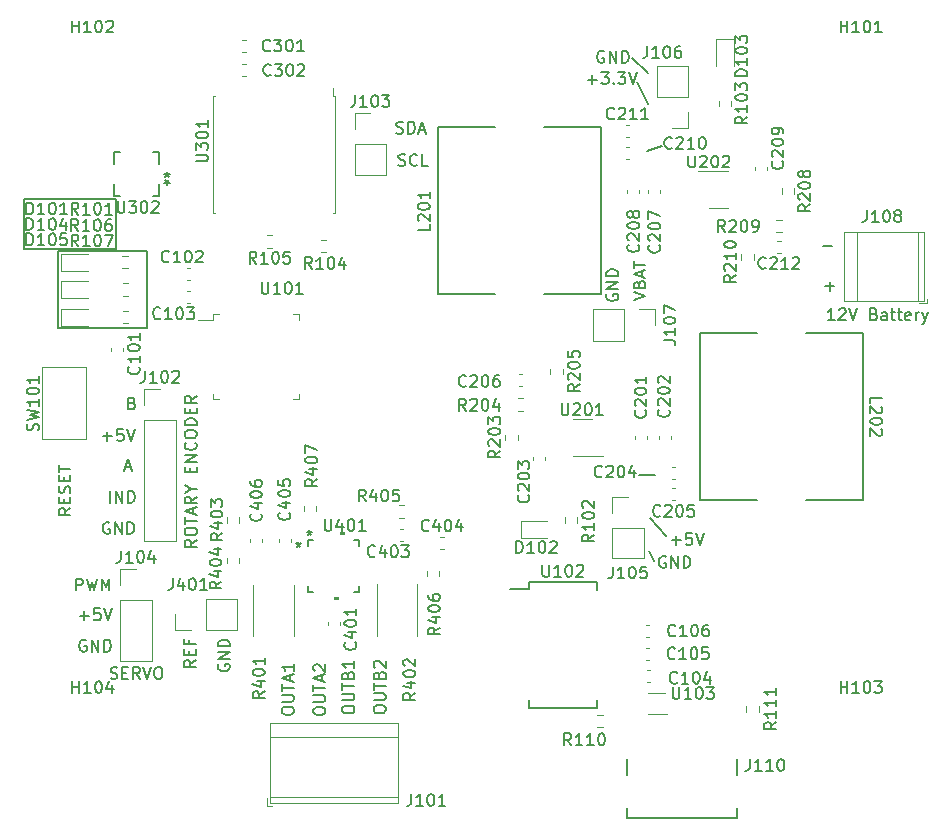
<source format=gbr>
%TF.GenerationSoftware,KiCad,Pcbnew,7.0.7*%
%TF.CreationDate,2024-10-25T12:06:38-05:00*%
%TF.ProjectId,TrackingTurrentBoard,54726163-6b69-46e6-9754-757272656e74,rev?*%
%TF.SameCoordinates,Original*%
%TF.FileFunction,Legend,Top*%
%TF.FilePolarity,Positive*%
%FSLAX46Y46*%
G04 Gerber Fmt 4.6, Leading zero omitted, Abs format (unit mm)*
G04 Created by KiCad (PCBNEW 7.0.7) date 2024-10-25 12:06:38*
%MOMM*%
%LPD*%
G01*
G04 APERTURE LIST*
%ADD10C,0.150000*%
%ADD11C,0.120000*%
%ADD12C,0.152400*%
G04 APERTURE END LIST*
D10*
X162825000Y-60525000D02*
X163750000Y-62425000D01*
X162400000Y-58525000D02*
X163750000Y-59750000D01*
X165275000Y-99000000D02*
X163875000Y-97500000D01*
X110871000Y-70459600D02*
X118668800Y-70459600D01*
X118668800Y-74676000D01*
X110871000Y-74676000D01*
X110871000Y-70459600D01*
X162950000Y-93800000D02*
X164300000Y-93800000D01*
X164250000Y-101075000D02*
X163825000Y-100275000D01*
X164950000Y-65975000D02*
X163650000Y-66400000D01*
X113792000Y-74879200D02*
X121285000Y-74879200D01*
X121285000Y-81407000D01*
X113792000Y-81407000D01*
X113792000Y-74879200D01*
X117586779Y-90563866D02*
X118348684Y-90563866D01*
X117967731Y-90944819D02*
X117967731Y-90182914D01*
X119301064Y-89944819D02*
X118824874Y-89944819D01*
X118824874Y-89944819D02*
X118777255Y-90421009D01*
X118777255Y-90421009D02*
X118824874Y-90373390D01*
X118824874Y-90373390D02*
X118920112Y-90325771D01*
X118920112Y-90325771D02*
X119158207Y-90325771D01*
X119158207Y-90325771D02*
X119253445Y-90373390D01*
X119253445Y-90373390D02*
X119301064Y-90421009D01*
X119301064Y-90421009D02*
X119348683Y-90516247D01*
X119348683Y-90516247D02*
X119348683Y-90754342D01*
X119348683Y-90754342D02*
X119301064Y-90849580D01*
X119301064Y-90849580D02*
X119253445Y-90897200D01*
X119253445Y-90897200D02*
X119158207Y-90944819D01*
X119158207Y-90944819D02*
X118920112Y-90944819D01*
X118920112Y-90944819D02*
X118824874Y-90897200D01*
X118824874Y-90897200D02*
X118777255Y-90849580D01*
X119634398Y-89944819D02*
X119967731Y-90944819D01*
X119967731Y-90944819D02*
X120301064Y-89944819D01*
X165736779Y-99363866D02*
X166498684Y-99363866D01*
X166117731Y-99744819D02*
X166117731Y-98982914D01*
X167451064Y-98744819D02*
X166974874Y-98744819D01*
X166974874Y-98744819D02*
X166927255Y-99221009D01*
X166927255Y-99221009D02*
X166974874Y-99173390D01*
X166974874Y-99173390D02*
X167070112Y-99125771D01*
X167070112Y-99125771D02*
X167308207Y-99125771D01*
X167308207Y-99125771D02*
X167403445Y-99173390D01*
X167403445Y-99173390D02*
X167451064Y-99221009D01*
X167451064Y-99221009D02*
X167498683Y-99316247D01*
X167498683Y-99316247D02*
X167498683Y-99554342D01*
X167498683Y-99554342D02*
X167451064Y-99649580D01*
X167451064Y-99649580D02*
X167403445Y-99697200D01*
X167403445Y-99697200D02*
X167308207Y-99744819D01*
X167308207Y-99744819D02*
X167070112Y-99744819D01*
X167070112Y-99744819D02*
X166974874Y-99697200D01*
X166974874Y-99697200D02*
X166927255Y-99649580D01*
X167784398Y-98744819D02*
X168117731Y-99744819D01*
X168117731Y-99744819D02*
X168451064Y-98744819D01*
X132744819Y-113872744D02*
X132744819Y-113682268D01*
X132744819Y-113682268D02*
X132792438Y-113587030D01*
X132792438Y-113587030D02*
X132887676Y-113491792D01*
X132887676Y-113491792D02*
X133078152Y-113444173D01*
X133078152Y-113444173D02*
X133411485Y-113444173D01*
X133411485Y-113444173D02*
X133601961Y-113491792D01*
X133601961Y-113491792D02*
X133697200Y-113587030D01*
X133697200Y-113587030D02*
X133744819Y-113682268D01*
X133744819Y-113682268D02*
X133744819Y-113872744D01*
X133744819Y-113872744D02*
X133697200Y-113967982D01*
X133697200Y-113967982D02*
X133601961Y-114063220D01*
X133601961Y-114063220D02*
X133411485Y-114110839D01*
X133411485Y-114110839D02*
X133078152Y-114110839D01*
X133078152Y-114110839D02*
X132887676Y-114063220D01*
X132887676Y-114063220D02*
X132792438Y-113967982D01*
X132792438Y-113967982D02*
X132744819Y-113872744D01*
X132744819Y-113015601D02*
X133554342Y-113015601D01*
X133554342Y-113015601D02*
X133649580Y-112967982D01*
X133649580Y-112967982D02*
X133697200Y-112920363D01*
X133697200Y-112920363D02*
X133744819Y-112825125D01*
X133744819Y-112825125D02*
X133744819Y-112634649D01*
X133744819Y-112634649D02*
X133697200Y-112539411D01*
X133697200Y-112539411D02*
X133649580Y-112491792D01*
X133649580Y-112491792D02*
X133554342Y-112444173D01*
X133554342Y-112444173D02*
X132744819Y-112444173D01*
X132744819Y-112110839D02*
X132744819Y-111539411D01*
X133744819Y-111825125D02*
X132744819Y-111825125D01*
X133459104Y-111253696D02*
X133459104Y-110777506D01*
X133744819Y-111348934D02*
X132744819Y-111015601D01*
X132744819Y-111015601D02*
X133744819Y-110682268D01*
X133744819Y-109825125D02*
X133744819Y-110396553D01*
X133744819Y-110110839D02*
X132744819Y-110110839D01*
X132744819Y-110110839D02*
X132887676Y-110206077D01*
X132887676Y-110206077D02*
X132982914Y-110301315D01*
X132982914Y-110301315D02*
X133030533Y-110396553D01*
X179113866Y-78213220D02*
X179113866Y-77451316D01*
X179494819Y-77832268D02*
X178732914Y-77832268D01*
X120070112Y-87746009D02*
X120212969Y-87793628D01*
X120212969Y-87793628D02*
X120260588Y-87841247D01*
X120260588Y-87841247D02*
X120308207Y-87936485D01*
X120308207Y-87936485D02*
X120308207Y-88079342D01*
X120308207Y-88079342D02*
X120260588Y-88174580D01*
X120260588Y-88174580D02*
X120212969Y-88222200D01*
X120212969Y-88222200D02*
X120117731Y-88269819D01*
X120117731Y-88269819D02*
X119736779Y-88269819D01*
X119736779Y-88269819D02*
X119736779Y-87269819D01*
X119736779Y-87269819D02*
X120070112Y-87269819D01*
X120070112Y-87269819D02*
X120165350Y-87317438D01*
X120165350Y-87317438D02*
X120212969Y-87365057D01*
X120212969Y-87365057D02*
X120260588Y-87460295D01*
X120260588Y-87460295D02*
X120260588Y-87555533D01*
X120260588Y-87555533D02*
X120212969Y-87650771D01*
X120212969Y-87650771D02*
X120165350Y-87698390D01*
X120165350Y-87698390D02*
X120070112Y-87746009D01*
X120070112Y-87746009D02*
X119736779Y-87746009D01*
X160010588Y-57967438D02*
X159915350Y-57919819D01*
X159915350Y-57919819D02*
X159772493Y-57919819D01*
X159772493Y-57919819D02*
X159629636Y-57967438D01*
X159629636Y-57967438D02*
X159534398Y-58062676D01*
X159534398Y-58062676D02*
X159486779Y-58157914D01*
X159486779Y-58157914D02*
X159439160Y-58348390D01*
X159439160Y-58348390D02*
X159439160Y-58491247D01*
X159439160Y-58491247D02*
X159486779Y-58681723D01*
X159486779Y-58681723D02*
X159534398Y-58776961D01*
X159534398Y-58776961D02*
X159629636Y-58872200D01*
X159629636Y-58872200D02*
X159772493Y-58919819D01*
X159772493Y-58919819D02*
X159867731Y-58919819D01*
X159867731Y-58919819D02*
X160010588Y-58872200D01*
X160010588Y-58872200D02*
X160058207Y-58824580D01*
X160058207Y-58824580D02*
X160058207Y-58491247D01*
X160058207Y-58491247D02*
X159867731Y-58491247D01*
X160486779Y-58919819D02*
X160486779Y-57919819D01*
X160486779Y-57919819D02*
X161058207Y-58919819D01*
X161058207Y-58919819D02*
X161058207Y-57919819D01*
X161534398Y-58919819D02*
X161534398Y-57919819D01*
X161534398Y-57919819D02*
X161772493Y-57919819D01*
X161772493Y-57919819D02*
X161915350Y-57967438D01*
X161915350Y-57967438D02*
X162010588Y-58062676D01*
X162010588Y-58062676D02*
X162058207Y-58157914D01*
X162058207Y-58157914D02*
X162105826Y-58348390D01*
X162105826Y-58348390D02*
X162105826Y-58491247D01*
X162105826Y-58491247D02*
X162058207Y-58681723D01*
X162058207Y-58681723D02*
X162010588Y-58776961D01*
X162010588Y-58776961D02*
X161915350Y-58872200D01*
X161915350Y-58872200D02*
X161772493Y-58919819D01*
X161772493Y-58919819D02*
X161534398Y-58919819D01*
X135419819Y-113897744D02*
X135419819Y-113707268D01*
X135419819Y-113707268D02*
X135467438Y-113612030D01*
X135467438Y-113612030D02*
X135562676Y-113516792D01*
X135562676Y-113516792D02*
X135753152Y-113469173D01*
X135753152Y-113469173D02*
X136086485Y-113469173D01*
X136086485Y-113469173D02*
X136276961Y-113516792D01*
X136276961Y-113516792D02*
X136372200Y-113612030D01*
X136372200Y-113612030D02*
X136419819Y-113707268D01*
X136419819Y-113707268D02*
X136419819Y-113897744D01*
X136419819Y-113897744D02*
X136372200Y-113992982D01*
X136372200Y-113992982D02*
X136276961Y-114088220D01*
X136276961Y-114088220D02*
X136086485Y-114135839D01*
X136086485Y-114135839D02*
X135753152Y-114135839D01*
X135753152Y-114135839D02*
X135562676Y-114088220D01*
X135562676Y-114088220D02*
X135467438Y-113992982D01*
X135467438Y-113992982D02*
X135419819Y-113897744D01*
X135419819Y-113040601D02*
X136229342Y-113040601D01*
X136229342Y-113040601D02*
X136324580Y-112992982D01*
X136324580Y-112992982D02*
X136372200Y-112945363D01*
X136372200Y-112945363D02*
X136419819Y-112850125D01*
X136419819Y-112850125D02*
X136419819Y-112659649D01*
X136419819Y-112659649D02*
X136372200Y-112564411D01*
X136372200Y-112564411D02*
X136324580Y-112516792D01*
X136324580Y-112516792D02*
X136229342Y-112469173D01*
X136229342Y-112469173D02*
X135419819Y-112469173D01*
X135419819Y-112135839D02*
X135419819Y-111564411D01*
X136419819Y-111850125D02*
X135419819Y-111850125D01*
X136134104Y-111278696D02*
X136134104Y-110802506D01*
X136419819Y-111373934D02*
X135419819Y-111040601D01*
X135419819Y-111040601D02*
X136419819Y-110707268D01*
X135515057Y-110421553D02*
X135467438Y-110373934D01*
X135467438Y-110373934D02*
X135419819Y-110278696D01*
X135419819Y-110278696D02*
X135419819Y-110040601D01*
X135419819Y-110040601D02*
X135467438Y-109945363D01*
X135467438Y-109945363D02*
X135515057Y-109897744D01*
X135515057Y-109897744D02*
X135610295Y-109850125D01*
X135610295Y-109850125D02*
X135705533Y-109850125D01*
X135705533Y-109850125D02*
X135848390Y-109897744D01*
X135848390Y-109897744D02*
X136419819Y-110469172D01*
X136419819Y-110469172D02*
X136419819Y-109850125D01*
X179535588Y-80719819D02*
X178964160Y-80719819D01*
X179249874Y-80719819D02*
X179249874Y-79719819D01*
X179249874Y-79719819D02*
X179154636Y-79862676D01*
X179154636Y-79862676D02*
X179059398Y-79957914D01*
X179059398Y-79957914D02*
X178964160Y-80005533D01*
X179916541Y-79815057D02*
X179964160Y-79767438D01*
X179964160Y-79767438D02*
X180059398Y-79719819D01*
X180059398Y-79719819D02*
X180297493Y-79719819D01*
X180297493Y-79719819D02*
X180392731Y-79767438D01*
X180392731Y-79767438D02*
X180440350Y-79815057D01*
X180440350Y-79815057D02*
X180487969Y-79910295D01*
X180487969Y-79910295D02*
X180487969Y-80005533D01*
X180487969Y-80005533D02*
X180440350Y-80148390D01*
X180440350Y-80148390D02*
X179868922Y-80719819D01*
X179868922Y-80719819D02*
X180487969Y-80719819D01*
X180773684Y-79719819D02*
X181107017Y-80719819D01*
X181107017Y-80719819D02*
X181440350Y-79719819D01*
X182868922Y-80196009D02*
X183011779Y-80243628D01*
X183011779Y-80243628D02*
X183059398Y-80291247D01*
X183059398Y-80291247D02*
X183107017Y-80386485D01*
X183107017Y-80386485D02*
X183107017Y-80529342D01*
X183107017Y-80529342D02*
X183059398Y-80624580D01*
X183059398Y-80624580D02*
X183011779Y-80672200D01*
X183011779Y-80672200D02*
X182916541Y-80719819D01*
X182916541Y-80719819D02*
X182535589Y-80719819D01*
X182535589Y-80719819D02*
X182535589Y-79719819D01*
X182535589Y-79719819D02*
X182868922Y-79719819D01*
X182868922Y-79719819D02*
X182964160Y-79767438D01*
X182964160Y-79767438D02*
X183011779Y-79815057D01*
X183011779Y-79815057D02*
X183059398Y-79910295D01*
X183059398Y-79910295D02*
X183059398Y-80005533D01*
X183059398Y-80005533D02*
X183011779Y-80100771D01*
X183011779Y-80100771D02*
X182964160Y-80148390D01*
X182964160Y-80148390D02*
X182868922Y-80196009D01*
X182868922Y-80196009D02*
X182535589Y-80196009D01*
X183964160Y-80719819D02*
X183964160Y-80196009D01*
X183964160Y-80196009D02*
X183916541Y-80100771D01*
X183916541Y-80100771D02*
X183821303Y-80053152D01*
X183821303Y-80053152D02*
X183630827Y-80053152D01*
X183630827Y-80053152D02*
X183535589Y-80100771D01*
X183964160Y-80672200D02*
X183868922Y-80719819D01*
X183868922Y-80719819D02*
X183630827Y-80719819D01*
X183630827Y-80719819D02*
X183535589Y-80672200D01*
X183535589Y-80672200D02*
X183487970Y-80576961D01*
X183487970Y-80576961D02*
X183487970Y-80481723D01*
X183487970Y-80481723D02*
X183535589Y-80386485D01*
X183535589Y-80386485D02*
X183630827Y-80338866D01*
X183630827Y-80338866D02*
X183868922Y-80338866D01*
X183868922Y-80338866D02*
X183964160Y-80291247D01*
X184297494Y-80053152D02*
X184678446Y-80053152D01*
X184440351Y-79719819D02*
X184440351Y-80576961D01*
X184440351Y-80576961D02*
X184487970Y-80672200D01*
X184487970Y-80672200D02*
X184583208Y-80719819D01*
X184583208Y-80719819D02*
X184678446Y-80719819D01*
X184868923Y-80053152D02*
X185249875Y-80053152D01*
X185011780Y-79719819D02*
X185011780Y-80576961D01*
X185011780Y-80576961D02*
X185059399Y-80672200D01*
X185059399Y-80672200D02*
X185154637Y-80719819D01*
X185154637Y-80719819D02*
X185249875Y-80719819D01*
X185964161Y-80672200D02*
X185868923Y-80719819D01*
X185868923Y-80719819D02*
X185678447Y-80719819D01*
X185678447Y-80719819D02*
X185583209Y-80672200D01*
X185583209Y-80672200D02*
X185535590Y-80576961D01*
X185535590Y-80576961D02*
X185535590Y-80196009D01*
X185535590Y-80196009D02*
X185583209Y-80100771D01*
X185583209Y-80100771D02*
X185678447Y-80053152D01*
X185678447Y-80053152D02*
X185868923Y-80053152D01*
X185868923Y-80053152D02*
X185964161Y-80100771D01*
X185964161Y-80100771D02*
X186011780Y-80196009D01*
X186011780Y-80196009D02*
X186011780Y-80291247D01*
X186011780Y-80291247D02*
X185535590Y-80386485D01*
X186440352Y-80719819D02*
X186440352Y-80053152D01*
X186440352Y-80243628D02*
X186487971Y-80148390D01*
X186487971Y-80148390D02*
X186535590Y-80100771D01*
X186535590Y-80100771D02*
X186630828Y-80053152D01*
X186630828Y-80053152D02*
X186726066Y-80053152D01*
X186964162Y-80053152D02*
X187202257Y-80719819D01*
X187440352Y-80053152D02*
X187202257Y-80719819D01*
X187202257Y-80719819D02*
X187107019Y-80957914D01*
X187107019Y-80957914D02*
X187059400Y-81005533D01*
X187059400Y-81005533D02*
X186964162Y-81053152D01*
X165235588Y-100742438D02*
X165140350Y-100694819D01*
X165140350Y-100694819D02*
X164997493Y-100694819D01*
X164997493Y-100694819D02*
X164854636Y-100742438D01*
X164854636Y-100742438D02*
X164759398Y-100837676D01*
X164759398Y-100837676D02*
X164711779Y-100932914D01*
X164711779Y-100932914D02*
X164664160Y-101123390D01*
X164664160Y-101123390D02*
X164664160Y-101266247D01*
X164664160Y-101266247D02*
X164711779Y-101456723D01*
X164711779Y-101456723D02*
X164759398Y-101551961D01*
X164759398Y-101551961D02*
X164854636Y-101647200D01*
X164854636Y-101647200D02*
X164997493Y-101694819D01*
X164997493Y-101694819D02*
X165092731Y-101694819D01*
X165092731Y-101694819D02*
X165235588Y-101647200D01*
X165235588Y-101647200D02*
X165283207Y-101599580D01*
X165283207Y-101599580D02*
X165283207Y-101266247D01*
X165283207Y-101266247D02*
X165092731Y-101266247D01*
X165711779Y-101694819D02*
X165711779Y-100694819D01*
X165711779Y-100694819D02*
X166283207Y-101694819D01*
X166283207Y-101694819D02*
X166283207Y-100694819D01*
X166759398Y-101694819D02*
X166759398Y-100694819D01*
X166759398Y-100694819D02*
X166997493Y-100694819D01*
X166997493Y-100694819D02*
X167140350Y-100742438D01*
X167140350Y-100742438D02*
X167235588Y-100837676D01*
X167235588Y-100837676D02*
X167283207Y-100932914D01*
X167283207Y-100932914D02*
X167330826Y-101123390D01*
X167330826Y-101123390D02*
X167330826Y-101266247D01*
X167330826Y-101266247D02*
X167283207Y-101456723D01*
X167283207Y-101456723D02*
X167235588Y-101551961D01*
X167235588Y-101551961D02*
X167140350Y-101647200D01*
X167140350Y-101647200D02*
X166997493Y-101694819D01*
X166997493Y-101694819D02*
X166759398Y-101694819D01*
X125444819Y-109491792D02*
X124968628Y-109825125D01*
X125444819Y-110063220D02*
X124444819Y-110063220D01*
X124444819Y-110063220D02*
X124444819Y-109682268D01*
X124444819Y-109682268D02*
X124492438Y-109587030D01*
X124492438Y-109587030D02*
X124540057Y-109539411D01*
X124540057Y-109539411D02*
X124635295Y-109491792D01*
X124635295Y-109491792D02*
X124778152Y-109491792D01*
X124778152Y-109491792D02*
X124873390Y-109539411D01*
X124873390Y-109539411D02*
X124921009Y-109587030D01*
X124921009Y-109587030D02*
X124968628Y-109682268D01*
X124968628Y-109682268D02*
X124968628Y-110063220D01*
X124921009Y-109063220D02*
X124921009Y-108729887D01*
X125444819Y-108587030D02*
X125444819Y-109063220D01*
X125444819Y-109063220D02*
X124444819Y-109063220D01*
X124444819Y-109063220D02*
X124444819Y-108587030D01*
X124921009Y-107825125D02*
X124921009Y-108158458D01*
X125444819Y-108158458D02*
X124444819Y-108158458D01*
X124444819Y-108158458D02*
X124444819Y-107682268D01*
X142614160Y-67597200D02*
X142757017Y-67644819D01*
X142757017Y-67644819D02*
X142995112Y-67644819D01*
X142995112Y-67644819D02*
X143090350Y-67597200D01*
X143090350Y-67597200D02*
X143137969Y-67549580D01*
X143137969Y-67549580D02*
X143185588Y-67454342D01*
X143185588Y-67454342D02*
X143185588Y-67359104D01*
X143185588Y-67359104D02*
X143137969Y-67263866D01*
X143137969Y-67263866D02*
X143090350Y-67216247D01*
X143090350Y-67216247D02*
X142995112Y-67168628D01*
X142995112Y-67168628D02*
X142804636Y-67121009D01*
X142804636Y-67121009D02*
X142709398Y-67073390D01*
X142709398Y-67073390D02*
X142661779Y-67025771D01*
X142661779Y-67025771D02*
X142614160Y-66930533D01*
X142614160Y-66930533D02*
X142614160Y-66835295D01*
X142614160Y-66835295D02*
X142661779Y-66740057D01*
X142661779Y-66740057D02*
X142709398Y-66692438D01*
X142709398Y-66692438D02*
X142804636Y-66644819D01*
X142804636Y-66644819D02*
X143042731Y-66644819D01*
X143042731Y-66644819D02*
X143185588Y-66692438D01*
X144185588Y-67549580D02*
X144137969Y-67597200D01*
X144137969Y-67597200D02*
X143995112Y-67644819D01*
X143995112Y-67644819D02*
X143899874Y-67644819D01*
X143899874Y-67644819D02*
X143757017Y-67597200D01*
X143757017Y-67597200D02*
X143661779Y-67501961D01*
X143661779Y-67501961D02*
X143614160Y-67406723D01*
X143614160Y-67406723D02*
X143566541Y-67216247D01*
X143566541Y-67216247D02*
X143566541Y-67073390D01*
X143566541Y-67073390D02*
X143614160Y-66882914D01*
X143614160Y-66882914D02*
X143661779Y-66787676D01*
X143661779Y-66787676D02*
X143757017Y-66692438D01*
X143757017Y-66692438D02*
X143899874Y-66644819D01*
X143899874Y-66644819D02*
X143995112Y-66644819D01*
X143995112Y-66644819D02*
X144137969Y-66692438D01*
X144137969Y-66692438D02*
X144185588Y-66740057D01*
X145090350Y-67644819D02*
X144614160Y-67644819D01*
X144614160Y-67644819D02*
X144614160Y-66644819D01*
X160267438Y-78514411D02*
X160219819Y-78609649D01*
X160219819Y-78609649D02*
X160219819Y-78752506D01*
X160219819Y-78752506D02*
X160267438Y-78895363D01*
X160267438Y-78895363D02*
X160362676Y-78990601D01*
X160362676Y-78990601D02*
X160457914Y-79038220D01*
X160457914Y-79038220D02*
X160648390Y-79085839D01*
X160648390Y-79085839D02*
X160791247Y-79085839D01*
X160791247Y-79085839D02*
X160981723Y-79038220D01*
X160981723Y-79038220D02*
X161076961Y-78990601D01*
X161076961Y-78990601D02*
X161172200Y-78895363D01*
X161172200Y-78895363D02*
X161219819Y-78752506D01*
X161219819Y-78752506D02*
X161219819Y-78657268D01*
X161219819Y-78657268D02*
X161172200Y-78514411D01*
X161172200Y-78514411D02*
X161124580Y-78466792D01*
X161124580Y-78466792D02*
X160791247Y-78466792D01*
X160791247Y-78466792D02*
X160791247Y-78657268D01*
X161219819Y-78038220D02*
X160219819Y-78038220D01*
X160219819Y-78038220D02*
X161219819Y-77466792D01*
X161219819Y-77466792D02*
X160219819Y-77466792D01*
X161219819Y-76990601D02*
X160219819Y-76990601D01*
X160219819Y-76990601D02*
X160219819Y-76752506D01*
X160219819Y-76752506D02*
X160267438Y-76609649D01*
X160267438Y-76609649D02*
X160362676Y-76514411D01*
X160362676Y-76514411D02*
X160457914Y-76466792D01*
X160457914Y-76466792D02*
X160648390Y-76419173D01*
X160648390Y-76419173D02*
X160791247Y-76419173D01*
X160791247Y-76419173D02*
X160981723Y-76466792D01*
X160981723Y-76466792D02*
X161076961Y-76514411D01*
X161076961Y-76514411D02*
X161172200Y-76609649D01*
X161172200Y-76609649D02*
X161219819Y-76752506D01*
X161219819Y-76752506D02*
X161219819Y-76990601D01*
X162519819Y-79006077D02*
X163519819Y-78672744D01*
X163519819Y-78672744D02*
X162519819Y-78339411D01*
X162996009Y-77672744D02*
X163043628Y-77529887D01*
X163043628Y-77529887D02*
X163091247Y-77482268D01*
X163091247Y-77482268D02*
X163186485Y-77434649D01*
X163186485Y-77434649D02*
X163329342Y-77434649D01*
X163329342Y-77434649D02*
X163424580Y-77482268D01*
X163424580Y-77482268D02*
X163472200Y-77529887D01*
X163472200Y-77529887D02*
X163519819Y-77625125D01*
X163519819Y-77625125D02*
X163519819Y-78006077D01*
X163519819Y-78006077D02*
X162519819Y-78006077D01*
X162519819Y-78006077D02*
X162519819Y-77672744D01*
X162519819Y-77672744D02*
X162567438Y-77577506D01*
X162567438Y-77577506D02*
X162615057Y-77529887D01*
X162615057Y-77529887D02*
X162710295Y-77482268D01*
X162710295Y-77482268D02*
X162805533Y-77482268D01*
X162805533Y-77482268D02*
X162900771Y-77529887D01*
X162900771Y-77529887D02*
X162948390Y-77577506D01*
X162948390Y-77577506D02*
X162996009Y-77672744D01*
X162996009Y-77672744D02*
X162996009Y-78006077D01*
X163234104Y-77053696D02*
X163234104Y-76577506D01*
X163519819Y-77148934D02*
X162519819Y-76815601D01*
X162519819Y-76815601D02*
X163519819Y-76482268D01*
X162519819Y-76291791D02*
X162519819Y-75720363D01*
X163519819Y-76006077D02*
X162519819Y-76006077D01*
X118135588Y-97867438D02*
X118040350Y-97819819D01*
X118040350Y-97819819D02*
X117897493Y-97819819D01*
X117897493Y-97819819D02*
X117754636Y-97867438D01*
X117754636Y-97867438D02*
X117659398Y-97962676D01*
X117659398Y-97962676D02*
X117611779Y-98057914D01*
X117611779Y-98057914D02*
X117564160Y-98248390D01*
X117564160Y-98248390D02*
X117564160Y-98391247D01*
X117564160Y-98391247D02*
X117611779Y-98581723D01*
X117611779Y-98581723D02*
X117659398Y-98676961D01*
X117659398Y-98676961D02*
X117754636Y-98772200D01*
X117754636Y-98772200D02*
X117897493Y-98819819D01*
X117897493Y-98819819D02*
X117992731Y-98819819D01*
X117992731Y-98819819D02*
X118135588Y-98772200D01*
X118135588Y-98772200D02*
X118183207Y-98724580D01*
X118183207Y-98724580D02*
X118183207Y-98391247D01*
X118183207Y-98391247D02*
X117992731Y-98391247D01*
X118611779Y-98819819D02*
X118611779Y-97819819D01*
X118611779Y-97819819D02*
X119183207Y-98819819D01*
X119183207Y-98819819D02*
X119183207Y-97819819D01*
X119659398Y-98819819D02*
X119659398Y-97819819D01*
X119659398Y-97819819D02*
X119897493Y-97819819D01*
X119897493Y-97819819D02*
X120040350Y-97867438D01*
X120040350Y-97867438D02*
X120135588Y-97962676D01*
X120135588Y-97962676D02*
X120183207Y-98057914D01*
X120183207Y-98057914D02*
X120230826Y-98248390D01*
X120230826Y-98248390D02*
X120230826Y-98391247D01*
X120230826Y-98391247D02*
X120183207Y-98581723D01*
X120183207Y-98581723D02*
X120135588Y-98676961D01*
X120135588Y-98676961D02*
X120040350Y-98772200D01*
X120040350Y-98772200D02*
X119897493Y-98819819D01*
X119897493Y-98819819D02*
X119659398Y-98819819D01*
X137869819Y-113772744D02*
X137869819Y-113582268D01*
X137869819Y-113582268D02*
X137917438Y-113487030D01*
X137917438Y-113487030D02*
X138012676Y-113391792D01*
X138012676Y-113391792D02*
X138203152Y-113344173D01*
X138203152Y-113344173D02*
X138536485Y-113344173D01*
X138536485Y-113344173D02*
X138726961Y-113391792D01*
X138726961Y-113391792D02*
X138822200Y-113487030D01*
X138822200Y-113487030D02*
X138869819Y-113582268D01*
X138869819Y-113582268D02*
X138869819Y-113772744D01*
X138869819Y-113772744D02*
X138822200Y-113867982D01*
X138822200Y-113867982D02*
X138726961Y-113963220D01*
X138726961Y-113963220D02*
X138536485Y-114010839D01*
X138536485Y-114010839D02*
X138203152Y-114010839D01*
X138203152Y-114010839D02*
X138012676Y-113963220D01*
X138012676Y-113963220D02*
X137917438Y-113867982D01*
X137917438Y-113867982D02*
X137869819Y-113772744D01*
X137869819Y-112915601D02*
X138679342Y-112915601D01*
X138679342Y-112915601D02*
X138774580Y-112867982D01*
X138774580Y-112867982D02*
X138822200Y-112820363D01*
X138822200Y-112820363D02*
X138869819Y-112725125D01*
X138869819Y-112725125D02*
X138869819Y-112534649D01*
X138869819Y-112534649D02*
X138822200Y-112439411D01*
X138822200Y-112439411D02*
X138774580Y-112391792D01*
X138774580Y-112391792D02*
X138679342Y-112344173D01*
X138679342Y-112344173D02*
X137869819Y-112344173D01*
X137869819Y-112010839D02*
X137869819Y-111439411D01*
X138869819Y-111725125D02*
X137869819Y-111725125D01*
X138346009Y-110772744D02*
X138393628Y-110629887D01*
X138393628Y-110629887D02*
X138441247Y-110582268D01*
X138441247Y-110582268D02*
X138536485Y-110534649D01*
X138536485Y-110534649D02*
X138679342Y-110534649D01*
X138679342Y-110534649D02*
X138774580Y-110582268D01*
X138774580Y-110582268D02*
X138822200Y-110629887D01*
X138822200Y-110629887D02*
X138869819Y-110725125D01*
X138869819Y-110725125D02*
X138869819Y-111106077D01*
X138869819Y-111106077D02*
X137869819Y-111106077D01*
X137869819Y-111106077D02*
X137869819Y-110772744D01*
X137869819Y-110772744D02*
X137917438Y-110677506D01*
X137917438Y-110677506D02*
X137965057Y-110629887D01*
X137965057Y-110629887D02*
X138060295Y-110582268D01*
X138060295Y-110582268D02*
X138155533Y-110582268D01*
X138155533Y-110582268D02*
X138250771Y-110629887D01*
X138250771Y-110629887D02*
X138298390Y-110677506D01*
X138298390Y-110677506D02*
X138346009Y-110772744D01*
X138346009Y-110772744D02*
X138346009Y-111106077D01*
X138869819Y-109582268D02*
X138869819Y-110153696D01*
X138869819Y-109867982D02*
X137869819Y-109867982D01*
X137869819Y-109867982D02*
X138012676Y-109963220D01*
X138012676Y-109963220D02*
X138107914Y-110058458D01*
X138107914Y-110058458D02*
X138155533Y-110153696D01*
X114844819Y-96616792D02*
X114368628Y-96950125D01*
X114844819Y-97188220D02*
X113844819Y-97188220D01*
X113844819Y-97188220D02*
X113844819Y-96807268D01*
X113844819Y-96807268D02*
X113892438Y-96712030D01*
X113892438Y-96712030D02*
X113940057Y-96664411D01*
X113940057Y-96664411D02*
X114035295Y-96616792D01*
X114035295Y-96616792D02*
X114178152Y-96616792D01*
X114178152Y-96616792D02*
X114273390Y-96664411D01*
X114273390Y-96664411D02*
X114321009Y-96712030D01*
X114321009Y-96712030D02*
X114368628Y-96807268D01*
X114368628Y-96807268D02*
X114368628Y-97188220D01*
X114321009Y-96188220D02*
X114321009Y-95854887D01*
X114844819Y-95712030D02*
X114844819Y-96188220D01*
X114844819Y-96188220D02*
X113844819Y-96188220D01*
X113844819Y-96188220D02*
X113844819Y-95712030D01*
X114797200Y-95331077D02*
X114844819Y-95188220D01*
X114844819Y-95188220D02*
X114844819Y-94950125D01*
X114844819Y-94950125D02*
X114797200Y-94854887D01*
X114797200Y-94854887D02*
X114749580Y-94807268D01*
X114749580Y-94807268D02*
X114654342Y-94759649D01*
X114654342Y-94759649D02*
X114559104Y-94759649D01*
X114559104Y-94759649D02*
X114463866Y-94807268D01*
X114463866Y-94807268D02*
X114416247Y-94854887D01*
X114416247Y-94854887D02*
X114368628Y-94950125D01*
X114368628Y-94950125D02*
X114321009Y-95140601D01*
X114321009Y-95140601D02*
X114273390Y-95235839D01*
X114273390Y-95235839D02*
X114225771Y-95283458D01*
X114225771Y-95283458D02*
X114130533Y-95331077D01*
X114130533Y-95331077D02*
X114035295Y-95331077D01*
X114035295Y-95331077D02*
X113940057Y-95283458D01*
X113940057Y-95283458D02*
X113892438Y-95235839D01*
X113892438Y-95235839D02*
X113844819Y-95140601D01*
X113844819Y-95140601D02*
X113844819Y-94902506D01*
X113844819Y-94902506D02*
X113892438Y-94759649D01*
X114321009Y-94331077D02*
X114321009Y-93997744D01*
X114844819Y-93854887D02*
X114844819Y-94331077D01*
X114844819Y-94331077D02*
X113844819Y-94331077D01*
X113844819Y-94331077D02*
X113844819Y-93854887D01*
X113844819Y-93569172D02*
X113844819Y-92997744D01*
X114844819Y-93283458D02*
X113844819Y-93283458D01*
X118186779Y-96169819D02*
X118186779Y-95169819D01*
X118662969Y-96169819D02*
X118662969Y-95169819D01*
X118662969Y-95169819D02*
X119234397Y-96169819D01*
X119234397Y-96169819D02*
X119234397Y-95169819D01*
X119710588Y-96169819D02*
X119710588Y-95169819D01*
X119710588Y-95169819D02*
X119948683Y-95169819D01*
X119948683Y-95169819D02*
X120091540Y-95217438D01*
X120091540Y-95217438D02*
X120186778Y-95312676D01*
X120186778Y-95312676D02*
X120234397Y-95407914D01*
X120234397Y-95407914D02*
X120282016Y-95598390D01*
X120282016Y-95598390D02*
X120282016Y-95741247D01*
X120282016Y-95741247D02*
X120234397Y-95931723D01*
X120234397Y-95931723D02*
X120186778Y-96026961D01*
X120186778Y-96026961D02*
X120091540Y-96122200D01*
X120091540Y-96122200D02*
X119948683Y-96169819D01*
X119948683Y-96169819D02*
X119710588Y-96169819D01*
X116160588Y-107817438D02*
X116065350Y-107769819D01*
X116065350Y-107769819D02*
X115922493Y-107769819D01*
X115922493Y-107769819D02*
X115779636Y-107817438D01*
X115779636Y-107817438D02*
X115684398Y-107912676D01*
X115684398Y-107912676D02*
X115636779Y-108007914D01*
X115636779Y-108007914D02*
X115589160Y-108198390D01*
X115589160Y-108198390D02*
X115589160Y-108341247D01*
X115589160Y-108341247D02*
X115636779Y-108531723D01*
X115636779Y-108531723D02*
X115684398Y-108626961D01*
X115684398Y-108626961D02*
X115779636Y-108722200D01*
X115779636Y-108722200D02*
X115922493Y-108769819D01*
X115922493Y-108769819D02*
X116017731Y-108769819D01*
X116017731Y-108769819D02*
X116160588Y-108722200D01*
X116160588Y-108722200D02*
X116208207Y-108674580D01*
X116208207Y-108674580D02*
X116208207Y-108341247D01*
X116208207Y-108341247D02*
X116017731Y-108341247D01*
X116636779Y-108769819D02*
X116636779Y-107769819D01*
X116636779Y-107769819D02*
X117208207Y-108769819D01*
X117208207Y-108769819D02*
X117208207Y-107769819D01*
X117684398Y-108769819D02*
X117684398Y-107769819D01*
X117684398Y-107769819D02*
X117922493Y-107769819D01*
X117922493Y-107769819D02*
X118065350Y-107817438D01*
X118065350Y-107817438D02*
X118160588Y-107912676D01*
X118160588Y-107912676D02*
X118208207Y-108007914D01*
X118208207Y-108007914D02*
X118255826Y-108198390D01*
X118255826Y-108198390D02*
X118255826Y-108341247D01*
X118255826Y-108341247D02*
X118208207Y-108531723D01*
X118208207Y-108531723D02*
X118160588Y-108626961D01*
X118160588Y-108626961D02*
X118065350Y-108722200D01*
X118065350Y-108722200D02*
X117922493Y-108769819D01*
X117922493Y-108769819D02*
X117684398Y-108769819D01*
X179313220Y-74421133D02*
X178551316Y-74421133D01*
X115336779Y-103594819D02*
X115336779Y-102594819D01*
X115336779Y-102594819D02*
X115717731Y-102594819D01*
X115717731Y-102594819D02*
X115812969Y-102642438D01*
X115812969Y-102642438D02*
X115860588Y-102690057D01*
X115860588Y-102690057D02*
X115908207Y-102785295D01*
X115908207Y-102785295D02*
X115908207Y-102928152D01*
X115908207Y-102928152D02*
X115860588Y-103023390D01*
X115860588Y-103023390D02*
X115812969Y-103071009D01*
X115812969Y-103071009D02*
X115717731Y-103118628D01*
X115717731Y-103118628D02*
X115336779Y-103118628D01*
X116241541Y-102594819D02*
X116479636Y-103594819D01*
X116479636Y-103594819D02*
X116670112Y-102880533D01*
X116670112Y-102880533D02*
X116860588Y-103594819D01*
X116860588Y-103594819D02*
X117098684Y-102594819D01*
X117479636Y-103594819D02*
X117479636Y-102594819D01*
X117479636Y-102594819D02*
X117812969Y-103309104D01*
X117812969Y-103309104D02*
X118146302Y-102594819D01*
X118146302Y-102594819D02*
X118146302Y-103594819D01*
X115636779Y-105738866D02*
X116398684Y-105738866D01*
X116017731Y-106119819D02*
X116017731Y-105357914D01*
X117351064Y-105119819D02*
X116874874Y-105119819D01*
X116874874Y-105119819D02*
X116827255Y-105596009D01*
X116827255Y-105596009D02*
X116874874Y-105548390D01*
X116874874Y-105548390D02*
X116970112Y-105500771D01*
X116970112Y-105500771D02*
X117208207Y-105500771D01*
X117208207Y-105500771D02*
X117303445Y-105548390D01*
X117303445Y-105548390D02*
X117351064Y-105596009D01*
X117351064Y-105596009D02*
X117398683Y-105691247D01*
X117398683Y-105691247D02*
X117398683Y-105929342D01*
X117398683Y-105929342D02*
X117351064Y-106024580D01*
X117351064Y-106024580D02*
X117303445Y-106072200D01*
X117303445Y-106072200D02*
X117208207Y-106119819D01*
X117208207Y-106119819D02*
X116970112Y-106119819D01*
X116970112Y-106119819D02*
X116874874Y-106072200D01*
X116874874Y-106072200D02*
X116827255Y-106024580D01*
X117684398Y-105119819D02*
X118017731Y-106119819D01*
X118017731Y-106119819D02*
X118351064Y-105119819D01*
X142439160Y-64872200D02*
X142582017Y-64919819D01*
X142582017Y-64919819D02*
X142820112Y-64919819D01*
X142820112Y-64919819D02*
X142915350Y-64872200D01*
X142915350Y-64872200D02*
X142962969Y-64824580D01*
X142962969Y-64824580D02*
X143010588Y-64729342D01*
X143010588Y-64729342D02*
X143010588Y-64634104D01*
X143010588Y-64634104D02*
X142962969Y-64538866D01*
X142962969Y-64538866D02*
X142915350Y-64491247D01*
X142915350Y-64491247D02*
X142820112Y-64443628D01*
X142820112Y-64443628D02*
X142629636Y-64396009D01*
X142629636Y-64396009D02*
X142534398Y-64348390D01*
X142534398Y-64348390D02*
X142486779Y-64300771D01*
X142486779Y-64300771D02*
X142439160Y-64205533D01*
X142439160Y-64205533D02*
X142439160Y-64110295D01*
X142439160Y-64110295D02*
X142486779Y-64015057D01*
X142486779Y-64015057D02*
X142534398Y-63967438D01*
X142534398Y-63967438D02*
X142629636Y-63919819D01*
X142629636Y-63919819D02*
X142867731Y-63919819D01*
X142867731Y-63919819D02*
X143010588Y-63967438D01*
X143439160Y-64919819D02*
X143439160Y-63919819D01*
X143439160Y-63919819D02*
X143677255Y-63919819D01*
X143677255Y-63919819D02*
X143820112Y-63967438D01*
X143820112Y-63967438D02*
X143915350Y-64062676D01*
X143915350Y-64062676D02*
X143962969Y-64157914D01*
X143962969Y-64157914D02*
X144010588Y-64348390D01*
X144010588Y-64348390D02*
X144010588Y-64491247D01*
X144010588Y-64491247D02*
X143962969Y-64681723D01*
X143962969Y-64681723D02*
X143915350Y-64776961D01*
X143915350Y-64776961D02*
X143820112Y-64872200D01*
X143820112Y-64872200D02*
X143677255Y-64919819D01*
X143677255Y-64919819D02*
X143439160Y-64919819D01*
X144391541Y-64634104D02*
X144867731Y-64634104D01*
X144296303Y-64919819D02*
X144629636Y-63919819D01*
X144629636Y-63919819D02*
X144962969Y-64919819D01*
X127367438Y-109864411D02*
X127319819Y-109959649D01*
X127319819Y-109959649D02*
X127319819Y-110102506D01*
X127319819Y-110102506D02*
X127367438Y-110245363D01*
X127367438Y-110245363D02*
X127462676Y-110340601D01*
X127462676Y-110340601D02*
X127557914Y-110388220D01*
X127557914Y-110388220D02*
X127748390Y-110435839D01*
X127748390Y-110435839D02*
X127891247Y-110435839D01*
X127891247Y-110435839D02*
X128081723Y-110388220D01*
X128081723Y-110388220D02*
X128176961Y-110340601D01*
X128176961Y-110340601D02*
X128272200Y-110245363D01*
X128272200Y-110245363D02*
X128319819Y-110102506D01*
X128319819Y-110102506D02*
X128319819Y-110007268D01*
X128319819Y-110007268D02*
X128272200Y-109864411D01*
X128272200Y-109864411D02*
X128224580Y-109816792D01*
X128224580Y-109816792D02*
X127891247Y-109816792D01*
X127891247Y-109816792D02*
X127891247Y-110007268D01*
X128319819Y-109388220D02*
X127319819Y-109388220D01*
X127319819Y-109388220D02*
X128319819Y-108816792D01*
X128319819Y-108816792D02*
X127319819Y-108816792D01*
X128319819Y-108340601D02*
X127319819Y-108340601D01*
X127319819Y-108340601D02*
X127319819Y-108102506D01*
X127319819Y-108102506D02*
X127367438Y-107959649D01*
X127367438Y-107959649D02*
X127462676Y-107864411D01*
X127462676Y-107864411D02*
X127557914Y-107816792D01*
X127557914Y-107816792D02*
X127748390Y-107769173D01*
X127748390Y-107769173D02*
X127891247Y-107769173D01*
X127891247Y-107769173D02*
X128081723Y-107816792D01*
X128081723Y-107816792D02*
X128176961Y-107864411D01*
X128176961Y-107864411D02*
X128272200Y-107959649D01*
X128272200Y-107959649D02*
X128319819Y-108102506D01*
X128319819Y-108102506D02*
X128319819Y-108340601D01*
X118239160Y-111047200D02*
X118382017Y-111094819D01*
X118382017Y-111094819D02*
X118620112Y-111094819D01*
X118620112Y-111094819D02*
X118715350Y-111047200D01*
X118715350Y-111047200D02*
X118762969Y-110999580D01*
X118762969Y-110999580D02*
X118810588Y-110904342D01*
X118810588Y-110904342D02*
X118810588Y-110809104D01*
X118810588Y-110809104D02*
X118762969Y-110713866D01*
X118762969Y-110713866D02*
X118715350Y-110666247D01*
X118715350Y-110666247D02*
X118620112Y-110618628D01*
X118620112Y-110618628D02*
X118429636Y-110571009D01*
X118429636Y-110571009D02*
X118334398Y-110523390D01*
X118334398Y-110523390D02*
X118286779Y-110475771D01*
X118286779Y-110475771D02*
X118239160Y-110380533D01*
X118239160Y-110380533D02*
X118239160Y-110285295D01*
X118239160Y-110285295D02*
X118286779Y-110190057D01*
X118286779Y-110190057D02*
X118334398Y-110142438D01*
X118334398Y-110142438D02*
X118429636Y-110094819D01*
X118429636Y-110094819D02*
X118667731Y-110094819D01*
X118667731Y-110094819D02*
X118810588Y-110142438D01*
X119239160Y-110571009D02*
X119572493Y-110571009D01*
X119715350Y-111094819D02*
X119239160Y-111094819D01*
X119239160Y-111094819D02*
X119239160Y-110094819D01*
X119239160Y-110094819D02*
X119715350Y-110094819D01*
X120715350Y-111094819D02*
X120382017Y-110618628D01*
X120143922Y-111094819D02*
X120143922Y-110094819D01*
X120143922Y-110094819D02*
X120524874Y-110094819D01*
X120524874Y-110094819D02*
X120620112Y-110142438D01*
X120620112Y-110142438D02*
X120667731Y-110190057D01*
X120667731Y-110190057D02*
X120715350Y-110285295D01*
X120715350Y-110285295D02*
X120715350Y-110428152D01*
X120715350Y-110428152D02*
X120667731Y-110523390D01*
X120667731Y-110523390D02*
X120620112Y-110571009D01*
X120620112Y-110571009D02*
X120524874Y-110618628D01*
X120524874Y-110618628D02*
X120143922Y-110618628D01*
X121001065Y-110094819D02*
X121334398Y-111094819D01*
X121334398Y-111094819D02*
X121667731Y-110094819D01*
X122191541Y-110094819D02*
X122382017Y-110094819D01*
X122382017Y-110094819D02*
X122477255Y-110142438D01*
X122477255Y-110142438D02*
X122572493Y-110237676D01*
X122572493Y-110237676D02*
X122620112Y-110428152D01*
X122620112Y-110428152D02*
X122620112Y-110761485D01*
X122620112Y-110761485D02*
X122572493Y-110951961D01*
X122572493Y-110951961D02*
X122477255Y-111047200D01*
X122477255Y-111047200D02*
X122382017Y-111094819D01*
X122382017Y-111094819D02*
X122191541Y-111094819D01*
X122191541Y-111094819D02*
X122096303Y-111047200D01*
X122096303Y-111047200D02*
X122001065Y-110951961D01*
X122001065Y-110951961D02*
X121953446Y-110761485D01*
X121953446Y-110761485D02*
X121953446Y-110428152D01*
X121953446Y-110428152D02*
X122001065Y-110237676D01*
X122001065Y-110237676D02*
X122096303Y-110142438D01*
X122096303Y-110142438D02*
X122191541Y-110094819D01*
X140519819Y-113747744D02*
X140519819Y-113557268D01*
X140519819Y-113557268D02*
X140567438Y-113462030D01*
X140567438Y-113462030D02*
X140662676Y-113366792D01*
X140662676Y-113366792D02*
X140853152Y-113319173D01*
X140853152Y-113319173D02*
X141186485Y-113319173D01*
X141186485Y-113319173D02*
X141376961Y-113366792D01*
X141376961Y-113366792D02*
X141472200Y-113462030D01*
X141472200Y-113462030D02*
X141519819Y-113557268D01*
X141519819Y-113557268D02*
X141519819Y-113747744D01*
X141519819Y-113747744D02*
X141472200Y-113842982D01*
X141472200Y-113842982D02*
X141376961Y-113938220D01*
X141376961Y-113938220D02*
X141186485Y-113985839D01*
X141186485Y-113985839D02*
X140853152Y-113985839D01*
X140853152Y-113985839D02*
X140662676Y-113938220D01*
X140662676Y-113938220D02*
X140567438Y-113842982D01*
X140567438Y-113842982D02*
X140519819Y-113747744D01*
X140519819Y-112890601D02*
X141329342Y-112890601D01*
X141329342Y-112890601D02*
X141424580Y-112842982D01*
X141424580Y-112842982D02*
X141472200Y-112795363D01*
X141472200Y-112795363D02*
X141519819Y-112700125D01*
X141519819Y-112700125D02*
X141519819Y-112509649D01*
X141519819Y-112509649D02*
X141472200Y-112414411D01*
X141472200Y-112414411D02*
X141424580Y-112366792D01*
X141424580Y-112366792D02*
X141329342Y-112319173D01*
X141329342Y-112319173D02*
X140519819Y-112319173D01*
X140519819Y-111985839D02*
X140519819Y-111414411D01*
X141519819Y-111700125D02*
X140519819Y-111700125D01*
X140996009Y-110747744D02*
X141043628Y-110604887D01*
X141043628Y-110604887D02*
X141091247Y-110557268D01*
X141091247Y-110557268D02*
X141186485Y-110509649D01*
X141186485Y-110509649D02*
X141329342Y-110509649D01*
X141329342Y-110509649D02*
X141424580Y-110557268D01*
X141424580Y-110557268D02*
X141472200Y-110604887D01*
X141472200Y-110604887D02*
X141519819Y-110700125D01*
X141519819Y-110700125D02*
X141519819Y-111081077D01*
X141519819Y-111081077D02*
X140519819Y-111081077D01*
X140519819Y-111081077D02*
X140519819Y-110747744D01*
X140519819Y-110747744D02*
X140567438Y-110652506D01*
X140567438Y-110652506D02*
X140615057Y-110604887D01*
X140615057Y-110604887D02*
X140710295Y-110557268D01*
X140710295Y-110557268D02*
X140805533Y-110557268D01*
X140805533Y-110557268D02*
X140900771Y-110604887D01*
X140900771Y-110604887D02*
X140948390Y-110652506D01*
X140948390Y-110652506D02*
X140996009Y-110747744D01*
X140996009Y-110747744D02*
X140996009Y-111081077D01*
X140615057Y-110128696D02*
X140567438Y-110081077D01*
X140567438Y-110081077D02*
X140519819Y-109985839D01*
X140519819Y-109985839D02*
X140519819Y-109747744D01*
X140519819Y-109747744D02*
X140567438Y-109652506D01*
X140567438Y-109652506D02*
X140615057Y-109604887D01*
X140615057Y-109604887D02*
X140710295Y-109557268D01*
X140710295Y-109557268D02*
X140805533Y-109557268D01*
X140805533Y-109557268D02*
X140948390Y-109604887D01*
X140948390Y-109604887D02*
X141519819Y-110176315D01*
X141519819Y-110176315D02*
X141519819Y-109557268D01*
X158636779Y-60338866D02*
X159398684Y-60338866D01*
X159017731Y-60719819D02*
X159017731Y-59957914D01*
X159779636Y-59719819D02*
X160398683Y-59719819D01*
X160398683Y-59719819D02*
X160065350Y-60100771D01*
X160065350Y-60100771D02*
X160208207Y-60100771D01*
X160208207Y-60100771D02*
X160303445Y-60148390D01*
X160303445Y-60148390D02*
X160351064Y-60196009D01*
X160351064Y-60196009D02*
X160398683Y-60291247D01*
X160398683Y-60291247D02*
X160398683Y-60529342D01*
X160398683Y-60529342D02*
X160351064Y-60624580D01*
X160351064Y-60624580D02*
X160303445Y-60672200D01*
X160303445Y-60672200D02*
X160208207Y-60719819D01*
X160208207Y-60719819D02*
X159922493Y-60719819D01*
X159922493Y-60719819D02*
X159827255Y-60672200D01*
X159827255Y-60672200D02*
X159779636Y-60624580D01*
X160827255Y-60624580D02*
X160874874Y-60672200D01*
X160874874Y-60672200D02*
X160827255Y-60719819D01*
X160827255Y-60719819D02*
X160779636Y-60672200D01*
X160779636Y-60672200D02*
X160827255Y-60624580D01*
X160827255Y-60624580D02*
X160827255Y-60719819D01*
X161208207Y-59719819D02*
X161827254Y-59719819D01*
X161827254Y-59719819D02*
X161493921Y-60100771D01*
X161493921Y-60100771D02*
X161636778Y-60100771D01*
X161636778Y-60100771D02*
X161732016Y-60148390D01*
X161732016Y-60148390D02*
X161779635Y-60196009D01*
X161779635Y-60196009D02*
X161827254Y-60291247D01*
X161827254Y-60291247D02*
X161827254Y-60529342D01*
X161827254Y-60529342D02*
X161779635Y-60624580D01*
X161779635Y-60624580D02*
X161732016Y-60672200D01*
X161732016Y-60672200D02*
X161636778Y-60719819D01*
X161636778Y-60719819D02*
X161351064Y-60719819D01*
X161351064Y-60719819D02*
X161255826Y-60672200D01*
X161255826Y-60672200D02*
X161208207Y-60624580D01*
X162112969Y-59719819D02*
X162446302Y-60719819D01*
X162446302Y-60719819D02*
X162779635Y-59719819D01*
X125519819Y-99316792D02*
X125043628Y-99650125D01*
X125519819Y-99888220D02*
X124519819Y-99888220D01*
X124519819Y-99888220D02*
X124519819Y-99507268D01*
X124519819Y-99507268D02*
X124567438Y-99412030D01*
X124567438Y-99412030D02*
X124615057Y-99364411D01*
X124615057Y-99364411D02*
X124710295Y-99316792D01*
X124710295Y-99316792D02*
X124853152Y-99316792D01*
X124853152Y-99316792D02*
X124948390Y-99364411D01*
X124948390Y-99364411D02*
X124996009Y-99412030D01*
X124996009Y-99412030D02*
X125043628Y-99507268D01*
X125043628Y-99507268D02*
X125043628Y-99888220D01*
X124519819Y-98697744D02*
X124519819Y-98507268D01*
X124519819Y-98507268D02*
X124567438Y-98412030D01*
X124567438Y-98412030D02*
X124662676Y-98316792D01*
X124662676Y-98316792D02*
X124853152Y-98269173D01*
X124853152Y-98269173D02*
X125186485Y-98269173D01*
X125186485Y-98269173D02*
X125376961Y-98316792D01*
X125376961Y-98316792D02*
X125472200Y-98412030D01*
X125472200Y-98412030D02*
X125519819Y-98507268D01*
X125519819Y-98507268D02*
X125519819Y-98697744D01*
X125519819Y-98697744D02*
X125472200Y-98792982D01*
X125472200Y-98792982D02*
X125376961Y-98888220D01*
X125376961Y-98888220D02*
X125186485Y-98935839D01*
X125186485Y-98935839D02*
X124853152Y-98935839D01*
X124853152Y-98935839D02*
X124662676Y-98888220D01*
X124662676Y-98888220D02*
X124567438Y-98792982D01*
X124567438Y-98792982D02*
X124519819Y-98697744D01*
X124519819Y-97983458D02*
X124519819Y-97412030D01*
X125519819Y-97697744D02*
X124519819Y-97697744D01*
X125234104Y-97126315D02*
X125234104Y-96650125D01*
X125519819Y-97221553D02*
X124519819Y-96888220D01*
X124519819Y-96888220D02*
X125519819Y-96554887D01*
X125519819Y-95650125D02*
X125043628Y-95983458D01*
X125519819Y-96221553D02*
X124519819Y-96221553D01*
X124519819Y-96221553D02*
X124519819Y-95840601D01*
X124519819Y-95840601D02*
X124567438Y-95745363D01*
X124567438Y-95745363D02*
X124615057Y-95697744D01*
X124615057Y-95697744D02*
X124710295Y-95650125D01*
X124710295Y-95650125D02*
X124853152Y-95650125D01*
X124853152Y-95650125D02*
X124948390Y-95697744D01*
X124948390Y-95697744D02*
X124996009Y-95745363D01*
X124996009Y-95745363D02*
X125043628Y-95840601D01*
X125043628Y-95840601D02*
X125043628Y-96221553D01*
X125043628Y-95031077D02*
X125519819Y-95031077D01*
X124519819Y-95364410D02*
X125043628Y-95031077D01*
X125043628Y-95031077D02*
X124519819Y-94697744D01*
X124996009Y-93602505D02*
X124996009Y-93269172D01*
X125519819Y-93126315D02*
X125519819Y-93602505D01*
X125519819Y-93602505D02*
X124519819Y-93602505D01*
X124519819Y-93602505D02*
X124519819Y-93126315D01*
X125519819Y-92697743D02*
X124519819Y-92697743D01*
X124519819Y-92697743D02*
X125519819Y-92126315D01*
X125519819Y-92126315D02*
X124519819Y-92126315D01*
X125424580Y-91078696D02*
X125472200Y-91126315D01*
X125472200Y-91126315D02*
X125519819Y-91269172D01*
X125519819Y-91269172D02*
X125519819Y-91364410D01*
X125519819Y-91364410D02*
X125472200Y-91507267D01*
X125472200Y-91507267D02*
X125376961Y-91602505D01*
X125376961Y-91602505D02*
X125281723Y-91650124D01*
X125281723Y-91650124D02*
X125091247Y-91697743D01*
X125091247Y-91697743D02*
X124948390Y-91697743D01*
X124948390Y-91697743D02*
X124757914Y-91650124D01*
X124757914Y-91650124D02*
X124662676Y-91602505D01*
X124662676Y-91602505D02*
X124567438Y-91507267D01*
X124567438Y-91507267D02*
X124519819Y-91364410D01*
X124519819Y-91364410D02*
X124519819Y-91269172D01*
X124519819Y-91269172D02*
X124567438Y-91126315D01*
X124567438Y-91126315D02*
X124615057Y-91078696D01*
X124519819Y-90459648D02*
X124519819Y-90269172D01*
X124519819Y-90269172D02*
X124567438Y-90173934D01*
X124567438Y-90173934D02*
X124662676Y-90078696D01*
X124662676Y-90078696D02*
X124853152Y-90031077D01*
X124853152Y-90031077D02*
X125186485Y-90031077D01*
X125186485Y-90031077D02*
X125376961Y-90078696D01*
X125376961Y-90078696D02*
X125472200Y-90173934D01*
X125472200Y-90173934D02*
X125519819Y-90269172D01*
X125519819Y-90269172D02*
X125519819Y-90459648D01*
X125519819Y-90459648D02*
X125472200Y-90554886D01*
X125472200Y-90554886D02*
X125376961Y-90650124D01*
X125376961Y-90650124D02*
X125186485Y-90697743D01*
X125186485Y-90697743D02*
X124853152Y-90697743D01*
X124853152Y-90697743D02*
X124662676Y-90650124D01*
X124662676Y-90650124D02*
X124567438Y-90554886D01*
X124567438Y-90554886D02*
X124519819Y-90459648D01*
X125519819Y-89602505D02*
X124519819Y-89602505D01*
X124519819Y-89602505D02*
X124519819Y-89364410D01*
X124519819Y-89364410D02*
X124567438Y-89221553D01*
X124567438Y-89221553D02*
X124662676Y-89126315D01*
X124662676Y-89126315D02*
X124757914Y-89078696D01*
X124757914Y-89078696D02*
X124948390Y-89031077D01*
X124948390Y-89031077D02*
X125091247Y-89031077D01*
X125091247Y-89031077D02*
X125281723Y-89078696D01*
X125281723Y-89078696D02*
X125376961Y-89126315D01*
X125376961Y-89126315D02*
X125472200Y-89221553D01*
X125472200Y-89221553D02*
X125519819Y-89364410D01*
X125519819Y-89364410D02*
X125519819Y-89602505D01*
X124996009Y-88602505D02*
X124996009Y-88269172D01*
X125519819Y-88126315D02*
X125519819Y-88602505D01*
X125519819Y-88602505D02*
X124519819Y-88602505D01*
X124519819Y-88602505D02*
X124519819Y-88126315D01*
X125519819Y-87126315D02*
X125043628Y-87459648D01*
X125519819Y-87697743D02*
X124519819Y-87697743D01*
X124519819Y-87697743D02*
X124519819Y-87316791D01*
X124519819Y-87316791D02*
X124567438Y-87221553D01*
X124567438Y-87221553D02*
X124615057Y-87173934D01*
X124615057Y-87173934D02*
X124710295Y-87126315D01*
X124710295Y-87126315D02*
X124853152Y-87126315D01*
X124853152Y-87126315D02*
X124948390Y-87173934D01*
X124948390Y-87173934D02*
X124996009Y-87221553D01*
X124996009Y-87221553D02*
X125043628Y-87316791D01*
X125043628Y-87316791D02*
X125043628Y-87697743D01*
X119464160Y-93159104D02*
X119940350Y-93159104D01*
X119368922Y-93444819D02*
X119702255Y-92444819D01*
X119702255Y-92444819D02*
X120035588Y-93444819D01*
X115517752Y-71778019D02*
X115184419Y-71301828D01*
X114946324Y-71778019D02*
X114946324Y-70778019D01*
X114946324Y-70778019D02*
X115327276Y-70778019D01*
X115327276Y-70778019D02*
X115422514Y-70825638D01*
X115422514Y-70825638D02*
X115470133Y-70873257D01*
X115470133Y-70873257D02*
X115517752Y-70968495D01*
X115517752Y-70968495D02*
X115517752Y-71111352D01*
X115517752Y-71111352D02*
X115470133Y-71206590D01*
X115470133Y-71206590D02*
X115422514Y-71254209D01*
X115422514Y-71254209D02*
X115327276Y-71301828D01*
X115327276Y-71301828D02*
X114946324Y-71301828D01*
X116470133Y-71778019D02*
X115898705Y-71778019D01*
X116184419Y-71778019D02*
X116184419Y-70778019D01*
X116184419Y-70778019D02*
X116089181Y-70920876D01*
X116089181Y-70920876D02*
X115993943Y-71016114D01*
X115993943Y-71016114D02*
X115898705Y-71063733D01*
X117089181Y-70778019D02*
X117184419Y-70778019D01*
X117184419Y-70778019D02*
X117279657Y-70825638D01*
X117279657Y-70825638D02*
X117327276Y-70873257D01*
X117327276Y-70873257D02*
X117374895Y-70968495D01*
X117374895Y-70968495D02*
X117422514Y-71158971D01*
X117422514Y-71158971D02*
X117422514Y-71397066D01*
X117422514Y-71397066D02*
X117374895Y-71587542D01*
X117374895Y-71587542D02*
X117327276Y-71682780D01*
X117327276Y-71682780D02*
X117279657Y-71730400D01*
X117279657Y-71730400D02*
X117184419Y-71778019D01*
X117184419Y-71778019D02*
X117089181Y-71778019D01*
X117089181Y-71778019D02*
X116993943Y-71730400D01*
X116993943Y-71730400D02*
X116946324Y-71682780D01*
X116946324Y-71682780D02*
X116898705Y-71587542D01*
X116898705Y-71587542D02*
X116851086Y-71397066D01*
X116851086Y-71397066D02*
X116851086Y-71158971D01*
X116851086Y-71158971D02*
X116898705Y-70968495D01*
X116898705Y-70968495D02*
X116946324Y-70873257D01*
X116946324Y-70873257D02*
X116993943Y-70825638D01*
X116993943Y-70825638D02*
X117089181Y-70778019D01*
X118374895Y-71778019D02*
X117803467Y-71778019D01*
X118089181Y-71778019D02*
X118089181Y-70778019D01*
X118089181Y-70778019D02*
X117993943Y-70920876D01*
X117993943Y-70920876D02*
X117898705Y-71016114D01*
X117898705Y-71016114D02*
X117803467Y-71063733D01*
X165054819Y-82410714D02*
X165769104Y-82410714D01*
X165769104Y-82410714D02*
X165911961Y-82458333D01*
X165911961Y-82458333D02*
X166007200Y-82553571D01*
X166007200Y-82553571D02*
X166054819Y-82696428D01*
X166054819Y-82696428D02*
X166054819Y-82791666D01*
X166054819Y-81410714D02*
X166054819Y-81982142D01*
X166054819Y-81696428D02*
X165054819Y-81696428D01*
X165054819Y-81696428D02*
X165197676Y-81791666D01*
X165197676Y-81791666D02*
X165292914Y-81886904D01*
X165292914Y-81886904D02*
X165340533Y-81982142D01*
X165054819Y-80791666D02*
X165054819Y-80696428D01*
X165054819Y-80696428D02*
X165102438Y-80601190D01*
X165102438Y-80601190D02*
X165150057Y-80553571D01*
X165150057Y-80553571D02*
X165245295Y-80505952D01*
X165245295Y-80505952D02*
X165435771Y-80458333D01*
X165435771Y-80458333D02*
X165673866Y-80458333D01*
X165673866Y-80458333D02*
X165864342Y-80505952D01*
X165864342Y-80505952D02*
X165959580Y-80553571D01*
X165959580Y-80553571D02*
X166007200Y-80601190D01*
X166007200Y-80601190D02*
X166054819Y-80696428D01*
X166054819Y-80696428D02*
X166054819Y-80791666D01*
X166054819Y-80791666D02*
X166007200Y-80886904D01*
X166007200Y-80886904D02*
X165959580Y-80934523D01*
X165959580Y-80934523D02*
X165864342Y-80982142D01*
X165864342Y-80982142D02*
X165673866Y-81029761D01*
X165673866Y-81029761D02*
X165435771Y-81029761D01*
X165435771Y-81029761D02*
X165245295Y-80982142D01*
X165245295Y-80982142D02*
X165150057Y-80934523D01*
X165150057Y-80934523D02*
X165102438Y-80886904D01*
X165102438Y-80886904D02*
X165054819Y-80791666D01*
X165054819Y-80124999D02*
X165054819Y-79458333D01*
X165054819Y-79458333D02*
X166054819Y-79886904D01*
X135729819Y-94169047D02*
X135253628Y-94502380D01*
X135729819Y-94740475D02*
X134729819Y-94740475D01*
X134729819Y-94740475D02*
X134729819Y-94359523D01*
X134729819Y-94359523D02*
X134777438Y-94264285D01*
X134777438Y-94264285D02*
X134825057Y-94216666D01*
X134825057Y-94216666D02*
X134920295Y-94169047D01*
X134920295Y-94169047D02*
X135063152Y-94169047D01*
X135063152Y-94169047D02*
X135158390Y-94216666D01*
X135158390Y-94216666D02*
X135206009Y-94264285D01*
X135206009Y-94264285D02*
X135253628Y-94359523D01*
X135253628Y-94359523D02*
X135253628Y-94740475D01*
X135063152Y-93311904D02*
X135729819Y-93311904D01*
X134682200Y-93549999D02*
X135396485Y-93788094D01*
X135396485Y-93788094D02*
X135396485Y-93169047D01*
X134729819Y-92597618D02*
X134729819Y-92502380D01*
X134729819Y-92502380D02*
X134777438Y-92407142D01*
X134777438Y-92407142D02*
X134825057Y-92359523D01*
X134825057Y-92359523D02*
X134920295Y-92311904D01*
X134920295Y-92311904D02*
X135110771Y-92264285D01*
X135110771Y-92264285D02*
X135348866Y-92264285D01*
X135348866Y-92264285D02*
X135539342Y-92311904D01*
X135539342Y-92311904D02*
X135634580Y-92359523D01*
X135634580Y-92359523D02*
X135682200Y-92407142D01*
X135682200Y-92407142D02*
X135729819Y-92502380D01*
X135729819Y-92502380D02*
X135729819Y-92597618D01*
X135729819Y-92597618D02*
X135682200Y-92692856D01*
X135682200Y-92692856D02*
X135634580Y-92740475D01*
X135634580Y-92740475D02*
X135539342Y-92788094D01*
X135539342Y-92788094D02*
X135348866Y-92835713D01*
X135348866Y-92835713D02*
X135110771Y-92835713D01*
X135110771Y-92835713D02*
X134920295Y-92788094D01*
X134920295Y-92788094D02*
X134825057Y-92740475D01*
X134825057Y-92740475D02*
X134777438Y-92692856D01*
X134777438Y-92692856D02*
X134729819Y-92597618D01*
X134729819Y-91930951D02*
X134729819Y-91264285D01*
X134729819Y-91264285D02*
X135729819Y-91692856D01*
X182264285Y-71404819D02*
X182264285Y-72119104D01*
X182264285Y-72119104D02*
X182216666Y-72261961D01*
X182216666Y-72261961D02*
X182121428Y-72357200D01*
X182121428Y-72357200D02*
X181978571Y-72404819D01*
X181978571Y-72404819D02*
X181883333Y-72404819D01*
X183264285Y-72404819D02*
X182692857Y-72404819D01*
X182978571Y-72404819D02*
X182978571Y-71404819D01*
X182978571Y-71404819D02*
X182883333Y-71547676D01*
X182883333Y-71547676D02*
X182788095Y-71642914D01*
X182788095Y-71642914D02*
X182692857Y-71690533D01*
X183883333Y-71404819D02*
X183978571Y-71404819D01*
X183978571Y-71404819D02*
X184073809Y-71452438D01*
X184073809Y-71452438D02*
X184121428Y-71500057D01*
X184121428Y-71500057D02*
X184169047Y-71595295D01*
X184169047Y-71595295D02*
X184216666Y-71785771D01*
X184216666Y-71785771D02*
X184216666Y-72023866D01*
X184216666Y-72023866D02*
X184169047Y-72214342D01*
X184169047Y-72214342D02*
X184121428Y-72309580D01*
X184121428Y-72309580D02*
X184073809Y-72357200D01*
X184073809Y-72357200D02*
X183978571Y-72404819D01*
X183978571Y-72404819D02*
X183883333Y-72404819D01*
X183883333Y-72404819D02*
X183788095Y-72357200D01*
X183788095Y-72357200D02*
X183740476Y-72309580D01*
X183740476Y-72309580D02*
X183692857Y-72214342D01*
X183692857Y-72214342D02*
X183645238Y-72023866D01*
X183645238Y-72023866D02*
X183645238Y-71785771D01*
X183645238Y-71785771D02*
X183692857Y-71595295D01*
X183692857Y-71595295D02*
X183740476Y-71500057D01*
X183740476Y-71500057D02*
X183788095Y-71452438D01*
X183788095Y-71452438D02*
X183883333Y-71404819D01*
X184788095Y-71833390D02*
X184692857Y-71785771D01*
X184692857Y-71785771D02*
X184645238Y-71738152D01*
X184645238Y-71738152D02*
X184597619Y-71642914D01*
X184597619Y-71642914D02*
X184597619Y-71595295D01*
X184597619Y-71595295D02*
X184645238Y-71500057D01*
X184645238Y-71500057D02*
X184692857Y-71452438D01*
X184692857Y-71452438D02*
X184788095Y-71404819D01*
X184788095Y-71404819D02*
X184978571Y-71404819D01*
X184978571Y-71404819D02*
X185073809Y-71452438D01*
X185073809Y-71452438D02*
X185121428Y-71500057D01*
X185121428Y-71500057D02*
X185169047Y-71595295D01*
X185169047Y-71595295D02*
X185169047Y-71642914D01*
X185169047Y-71642914D02*
X185121428Y-71738152D01*
X185121428Y-71738152D02*
X185073809Y-71785771D01*
X185073809Y-71785771D02*
X184978571Y-71833390D01*
X184978571Y-71833390D02*
X184788095Y-71833390D01*
X184788095Y-71833390D02*
X184692857Y-71881009D01*
X184692857Y-71881009D02*
X184645238Y-71928628D01*
X184645238Y-71928628D02*
X184597619Y-72023866D01*
X184597619Y-72023866D02*
X184597619Y-72214342D01*
X184597619Y-72214342D02*
X184645238Y-72309580D01*
X184645238Y-72309580D02*
X184692857Y-72357200D01*
X184692857Y-72357200D02*
X184788095Y-72404819D01*
X184788095Y-72404819D02*
X184978571Y-72404819D01*
X184978571Y-72404819D02*
X185073809Y-72357200D01*
X185073809Y-72357200D02*
X185121428Y-72309580D01*
X185121428Y-72309580D02*
X185169047Y-72214342D01*
X185169047Y-72214342D02*
X185169047Y-72023866D01*
X185169047Y-72023866D02*
X185121428Y-71928628D01*
X185121428Y-71928628D02*
X185073809Y-71881009D01*
X185073809Y-71881009D02*
X184978571Y-71833390D01*
X166205952Y-111384580D02*
X166158333Y-111432200D01*
X166158333Y-111432200D02*
X166015476Y-111479819D01*
X166015476Y-111479819D02*
X165920238Y-111479819D01*
X165920238Y-111479819D02*
X165777381Y-111432200D01*
X165777381Y-111432200D02*
X165682143Y-111336961D01*
X165682143Y-111336961D02*
X165634524Y-111241723D01*
X165634524Y-111241723D02*
X165586905Y-111051247D01*
X165586905Y-111051247D02*
X165586905Y-110908390D01*
X165586905Y-110908390D02*
X165634524Y-110717914D01*
X165634524Y-110717914D02*
X165682143Y-110622676D01*
X165682143Y-110622676D02*
X165777381Y-110527438D01*
X165777381Y-110527438D02*
X165920238Y-110479819D01*
X165920238Y-110479819D02*
X166015476Y-110479819D01*
X166015476Y-110479819D02*
X166158333Y-110527438D01*
X166158333Y-110527438D02*
X166205952Y-110575057D01*
X167158333Y-111479819D02*
X166586905Y-111479819D01*
X166872619Y-111479819D02*
X166872619Y-110479819D01*
X166872619Y-110479819D02*
X166777381Y-110622676D01*
X166777381Y-110622676D02*
X166682143Y-110717914D01*
X166682143Y-110717914D02*
X166586905Y-110765533D01*
X167777381Y-110479819D02*
X167872619Y-110479819D01*
X167872619Y-110479819D02*
X167967857Y-110527438D01*
X167967857Y-110527438D02*
X168015476Y-110575057D01*
X168015476Y-110575057D02*
X168063095Y-110670295D01*
X168063095Y-110670295D02*
X168110714Y-110860771D01*
X168110714Y-110860771D02*
X168110714Y-111098866D01*
X168110714Y-111098866D02*
X168063095Y-111289342D01*
X168063095Y-111289342D02*
X168015476Y-111384580D01*
X168015476Y-111384580D02*
X167967857Y-111432200D01*
X167967857Y-111432200D02*
X167872619Y-111479819D01*
X167872619Y-111479819D02*
X167777381Y-111479819D01*
X167777381Y-111479819D02*
X167682143Y-111432200D01*
X167682143Y-111432200D02*
X167634524Y-111384580D01*
X167634524Y-111384580D02*
X167586905Y-111289342D01*
X167586905Y-111289342D02*
X167539286Y-111098866D01*
X167539286Y-111098866D02*
X167539286Y-110860771D01*
X167539286Y-110860771D02*
X167586905Y-110670295D01*
X167586905Y-110670295D02*
X167634524Y-110575057D01*
X167634524Y-110575057D02*
X167682143Y-110527438D01*
X167682143Y-110527438D02*
X167777381Y-110479819D01*
X168967857Y-110813152D02*
X168967857Y-111479819D01*
X168729762Y-110432200D02*
X168491667Y-111146485D01*
X168491667Y-111146485D02*
X169110714Y-111146485D01*
X174604819Y-114744047D02*
X174128628Y-115077380D01*
X174604819Y-115315475D02*
X173604819Y-115315475D01*
X173604819Y-115315475D02*
X173604819Y-114934523D01*
X173604819Y-114934523D02*
X173652438Y-114839285D01*
X173652438Y-114839285D02*
X173700057Y-114791666D01*
X173700057Y-114791666D02*
X173795295Y-114744047D01*
X173795295Y-114744047D02*
X173938152Y-114744047D01*
X173938152Y-114744047D02*
X174033390Y-114791666D01*
X174033390Y-114791666D02*
X174081009Y-114839285D01*
X174081009Y-114839285D02*
X174128628Y-114934523D01*
X174128628Y-114934523D02*
X174128628Y-115315475D01*
X174604819Y-113791666D02*
X174604819Y-114363094D01*
X174604819Y-114077380D02*
X173604819Y-114077380D01*
X173604819Y-114077380D02*
X173747676Y-114172618D01*
X173747676Y-114172618D02*
X173842914Y-114267856D01*
X173842914Y-114267856D02*
X173890533Y-114363094D01*
X174604819Y-112839285D02*
X174604819Y-113410713D01*
X174604819Y-113124999D02*
X173604819Y-113124999D01*
X173604819Y-113124999D02*
X173747676Y-113220237D01*
X173747676Y-113220237D02*
X173842914Y-113315475D01*
X173842914Y-113315475D02*
X173890533Y-113410713D01*
X174604819Y-111886904D02*
X174604819Y-112458332D01*
X174604819Y-112172618D02*
X173604819Y-112172618D01*
X173604819Y-112172618D02*
X173747676Y-112267856D01*
X173747676Y-112267856D02*
X173842914Y-112363094D01*
X173842914Y-112363094D02*
X173890533Y-112458332D01*
X165484580Y-88294047D02*
X165532200Y-88341666D01*
X165532200Y-88341666D02*
X165579819Y-88484523D01*
X165579819Y-88484523D02*
X165579819Y-88579761D01*
X165579819Y-88579761D02*
X165532200Y-88722618D01*
X165532200Y-88722618D02*
X165436961Y-88817856D01*
X165436961Y-88817856D02*
X165341723Y-88865475D01*
X165341723Y-88865475D02*
X165151247Y-88913094D01*
X165151247Y-88913094D02*
X165008390Y-88913094D01*
X165008390Y-88913094D02*
X164817914Y-88865475D01*
X164817914Y-88865475D02*
X164722676Y-88817856D01*
X164722676Y-88817856D02*
X164627438Y-88722618D01*
X164627438Y-88722618D02*
X164579819Y-88579761D01*
X164579819Y-88579761D02*
X164579819Y-88484523D01*
X164579819Y-88484523D02*
X164627438Y-88341666D01*
X164627438Y-88341666D02*
X164675057Y-88294047D01*
X164675057Y-87913094D02*
X164627438Y-87865475D01*
X164627438Y-87865475D02*
X164579819Y-87770237D01*
X164579819Y-87770237D02*
X164579819Y-87532142D01*
X164579819Y-87532142D02*
X164627438Y-87436904D01*
X164627438Y-87436904D02*
X164675057Y-87389285D01*
X164675057Y-87389285D02*
X164770295Y-87341666D01*
X164770295Y-87341666D02*
X164865533Y-87341666D01*
X164865533Y-87341666D02*
X165008390Y-87389285D01*
X165008390Y-87389285D02*
X165579819Y-87960713D01*
X165579819Y-87960713D02*
X165579819Y-87341666D01*
X164579819Y-86722618D02*
X164579819Y-86627380D01*
X164579819Y-86627380D02*
X164627438Y-86532142D01*
X164627438Y-86532142D02*
X164675057Y-86484523D01*
X164675057Y-86484523D02*
X164770295Y-86436904D01*
X164770295Y-86436904D02*
X164960771Y-86389285D01*
X164960771Y-86389285D02*
X165198866Y-86389285D01*
X165198866Y-86389285D02*
X165389342Y-86436904D01*
X165389342Y-86436904D02*
X165484580Y-86484523D01*
X165484580Y-86484523D02*
X165532200Y-86532142D01*
X165532200Y-86532142D02*
X165579819Y-86627380D01*
X165579819Y-86627380D02*
X165579819Y-86722618D01*
X165579819Y-86722618D02*
X165532200Y-86817856D01*
X165532200Y-86817856D02*
X165484580Y-86865475D01*
X165484580Y-86865475D02*
X165389342Y-86913094D01*
X165389342Y-86913094D02*
X165198866Y-86960713D01*
X165198866Y-86960713D02*
X164960771Y-86960713D01*
X164960771Y-86960713D02*
X164770295Y-86913094D01*
X164770295Y-86913094D02*
X164675057Y-86865475D01*
X164675057Y-86865475D02*
X164627438Y-86817856D01*
X164627438Y-86817856D02*
X164579819Y-86722618D01*
X164675057Y-86008332D02*
X164627438Y-85960713D01*
X164627438Y-85960713D02*
X164579819Y-85865475D01*
X164579819Y-85865475D02*
X164579819Y-85627380D01*
X164579819Y-85627380D02*
X164627438Y-85532142D01*
X164627438Y-85532142D02*
X164675057Y-85484523D01*
X164675057Y-85484523D02*
X164770295Y-85436904D01*
X164770295Y-85436904D02*
X164865533Y-85436904D01*
X164865533Y-85436904D02*
X165008390Y-85484523D01*
X165008390Y-85484523D02*
X165579819Y-86055951D01*
X165579819Y-86055951D02*
X165579819Y-85436904D01*
X160882152Y-63623380D02*
X160834533Y-63671000D01*
X160834533Y-63671000D02*
X160691676Y-63718619D01*
X160691676Y-63718619D02*
X160596438Y-63718619D01*
X160596438Y-63718619D02*
X160453581Y-63671000D01*
X160453581Y-63671000D02*
X160358343Y-63575761D01*
X160358343Y-63575761D02*
X160310724Y-63480523D01*
X160310724Y-63480523D02*
X160263105Y-63290047D01*
X160263105Y-63290047D02*
X160263105Y-63147190D01*
X160263105Y-63147190D02*
X160310724Y-62956714D01*
X160310724Y-62956714D02*
X160358343Y-62861476D01*
X160358343Y-62861476D02*
X160453581Y-62766238D01*
X160453581Y-62766238D02*
X160596438Y-62718619D01*
X160596438Y-62718619D02*
X160691676Y-62718619D01*
X160691676Y-62718619D02*
X160834533Y-62766238D01*
X160834533Y-62766238D02*
X160882152Y-62813857D01*
X161263105Y-62813857D02*
X161310724Y-62766238D01*
X161310724Y-62766238D02*
X161405962Y-62718619D01*
X161405962Y-62718619D02*
X161644057Y-62718619D01*
X161644057Y-62718619D02*
X161739295Y-62766238D01*
X161739295Y-62766238D02*
X161786914Y-62813857D01*
X161786914Y-62813857D02*
X161834533Y-62909095D01*
X161834533Y-62909095D02*
X161834533Y-63004333D01*
X161834533Y-63004333D02*
X161786914Y-63147190D01*
X161786914Y-63147190D02*
X161215486Y-63718619D01*
X161215486Y-63718619D02*
X161834533Y-63718619D01*
X162786914Y-63718619D02*
X162215486Y-63718619D01*
X162501200Y-63718619D02*
X162501200Y-62718619D01*
X162501200Y-62718619D02*
X162405962Y-62861476D01*
X162405962Y-62861476D02*
X162310724Y-62956714D01*
X162310724Y-62956714D02*
X162215486Y-63004333D01*
X163739295Y-63718619D02*
X163167867Y-63718619D01*
X163453581Y-63718619D02*
X163453581Y-62718619D01*
X163453581Y-62718619D02*
X163358343Y-62861476D01*
X163358343Y-62861476D02*
X163263105Y-62956714D01*
X163263105Y-62956714D02*
X163167867Y-63004333D01*
X115517752Y-74470419D02*
X115184419Y-73994228D01*
X114946324Y-74470419D02*
X114946324Y-73470419D01*
X114946324Y-73470419D02*
X115327276Y-73470419D01*
X115327276Y-73470419D02*
X115422514Y-73518038D01*
X115422514Y-73518038D02*
X115470133Y-73565657D01*
X115470133Y-73565657D02*
X115517752Y-73660895D01*
X115517752Y-73660895D02*
X115517752Y-73803752D01*
X115517752Y-73803752D02*
X115470133Y-73898990D01*
X115470133Y-73898990D02*
X115422514Y-73946609D01*
X115422514Y-73946609D02*
X115327276Y-73994228D01*
X115327276Y-73994228D02*
X114946324Y-73994228D01*
X116470133Y-74470419D02*
X115898705Y-74470419D01*
X116184419Y-74470419D02*
X116184419Y-73470419D01*
X116184419Y-73470419D02*
X116089181Y-73613276D01*
X116089181Y-73613276D02*
X115993943Y-73708514D01*
X115993943Y-73708514D02*
X115898705Y-73756133D01*
X117089181Y-73470419D02*
X117184419Y-73470419D01*
X117184419Y-73470419D02*
X117279657Y-73518038D01*
X117279657Y-73518038D02*
X117327276Y-73565657D01*
X117327276Y-73565657D02*
X117374895Y-73660895D01*
X117374895Y-73660895D02*
X117422514Y-73851371D01*
X117422514Y-73851371D02*
X117422514Y-74089466D01*
X117422514Y-74089466D02*
X117374895Y-74279942D01*
X117374895Y-74279942D02*
X117327276Y-74375180D01*
X117327276Y-74375180D02*
X117279657Y-74422800D01*
X117279657Y-74422800D02*
X117184419Y-74470419D01*
X117184419Y-74470419D02*
X117089181Y-74470419D01*
X117089181Y-74470419D02*
X116993943Y-74422800D01*
X116993943Y-74422800D02*
X116946324Y-74375180D01*
X116946324Y-74375180D02*
X116898705Y-74279942D01*
X116898705Y-74279942D02*
X116851086Y-74089466D01*
X116851086Y-74089466D02*
X116851086Y-73851371D01*
X116851086Y-73851371D02*
X116898705Y-73660895D01*
X116898705Y-73660895D02*
X116946324Y-73565657D01*
X116946324Y-73565657D02*
X116993943Y-73518038D01*
X116993943Y-73518038D02*
X117089181Y-73470419D01*
X117755848Y-73470419D02*
X118422514Y-73470419D01*
X118422514Y-73470419D02*
X117993943Y-74470419D01*
X146132819Y-106736047D02*
X145656628Y-107069380D01*
X146132819Y-107307475D02*
X145132819Y-107307475D01*
X145132819Y-107307475D02*
X145132819Y-106926523D01*
X145132819Y-106926523D02*
X145180438Y-106831285D01*
X145180438Y-106831285D02*
X145228057Y-106783666D01*
X145228057Y-106783666D02*
X145323295Y-106736047D01*
X145323295Y-106736047D02*
X145466152Y-106736047D01*
X145466152Y-106736047D02*
X145561390Y-106783666D01*
X145561390Y-106783666D02*
X145609009Y-106831285D01*
X145609009Y-106831285D02*
X145656628Y-106926523D01*
X145656628Y-106926523D02*
X145656628Y-107307475D01*
X145466152Y-105878904D02*
X146132819Y-105878904D01*
X145085200Y-106116999D02*
X145799485Y-106355094D01*
X145799485Y-106355094D02*
X145799485Y-105736047D01*
X145132819Y-105164618D02*
X145132819Y-105069380D01*
X145132819Y-105069380D02*
X145180438Y-104974142D01*
X145180438Y-104974142D02*
X145228057Y-104926523D01*
X145228057Y-104926523D02*
X145323295Y-104878904D01*
X145323295Y-104878904D02*
X145513771Y-104831285D01*
X145513771Y-104831285D02*
X145751866Y-104831285D01*
X145751866Y-104831285D02*
X145942342Y-104878904D01*
X145942342Y-104878904D02*
X146037580Y-104926523D01*
X146037580Y-104926523D02*
X146085200Y-104974142D01*
X146085200Y-104974142D02*
X146132819Y-105069380D01*
X146132819Y-105069380D02*
X146132819Y-105164618D01*
X146132819Y-105164618D02*
X146085200Y-105259856D01*
X146085200Y-105259856D02*
X146037580Y-105307475D01*
X146037580Y-105307475D02*
X145942342Y-105355094D01*
X145942342Y-105355094D02*
X145751866Y-105402713D01*
X145751866Y-105402713D02*
X145513771Y-105402713D01*
X145513771Y-105402713D02*
X145323295Y-105355094D01*
X145323295Y-105355094D02*
X145228057Y-105307475D01*
X145228057Y-105307475D02*
X145180438Y-105259856D01*
X145180438Y-105259856D02*
X145132819Y-105164618D01*
X145132819Y-103974142D02*
X145132819Y-104164618D01*
X145132819Y-104164618D02*
X145180438Y-104259856D01*
X145180438Y-104259856D02*
X145228057Y-104307475D01*
X145228057Y-104307475D02*
X145370914Y-104402713D01*
X145370914Y-104402713D02*
X145561390Y-104450332D01*
X145561390Y-104450332D02*
X145942342Y-104450332D01*
X145942342Y-104450332D02*
X146037580Y-104402713D01*
X146037580Y-104402713D02*
X146085200Y-104355094D01*
X146085200Y-104355094D02*
X146132819Y-104259856D01*
X146132819Y-104259856D02*
X146132819Y-104069380D01*
X146132819Y-104069380D02*
X146085200Y-103974142D01*
X146085200Y-103974142D02*
X146037580Y-103926523D01*
X146037580Y-103926523D02*
X145942342Y-103878904D01*
X145942342Y-103878904D02*
X145704247Y-103878904D01*
X145704247Y-103878904D02*
X145609009Y-103926523D01*
X145609009Y-103926523D02*
X145561390Y-103974142D01*
X145561390Y-103974142D02*
X145513771Y-104069380D01*
X145513771Y-104069380D02*
X145513771Y-104259856D01*
X145513771Y-104259856D02*
X145561390Y-104355094D01*
X145561390Y-104355094D02*
X145609009Y-104402713D01*
X145609009Y-104402713D02*
X145704247Y-104450332D01*
X130959580Y-97094047D02*
X131007200Y-97141666D01*
X131007200Y-97141666D02*
X131054819Y-97284523D01*
X131054819Y-97284523D02*
X131054819Y-97379761D01*
X131054819Y-97379761D02*
X131007200Y-97522618D01*
X131007200Y-97522618D02*
X130911961Y-97617856D01*
X130911961Y-97617856D02*
X130816723Y-97665475D01*
X130816723Y-97665475D02*
X130626247Y-97713094D01*
X130626247Y-97713094D02*
X130483390Y-97713094D01*
X130483390Y-97713094D02*
X130292914Y-97665475D01*
X130292914Y-97665475D02*
X130197676Y-97617856D01*
X130197676Y-97617856D02*
X130102438Y-97522618D01*
X130102438Y-97522618D02*
X130054819Y-97379761D01*
X130054819Y-97379761D02*
X130054819Y-97284523D01*
X130054819Y-97284523D02*
X130102438Y-97141666D01*
X130102438Y-97141666D02*
X130150057Y-97094047D01*
X130388152Y-96236904D02*
X131054819Y-96236904D01*
X130007200Y-96474999D02*
X130721485Y-96713094D01*
X130721485Y-96713094D02*
X130721485Y-96094047D01*
X130054819Y-95522618D02*
X130054819Y-95427380D01*
X130054819Y-95427380D02*
X130102438Y-95332142D01*
X130102438Y-95332142D02*
X130150057Y-95284523D01*
X130150057Y-95284523D02*
X130245295Y-95236904D01*
X130245295Y-95236904D02*
X130435771Y-95189285D01*
X130435771Y-95189285D02*
X130673866Y-95189285D01*
X130673866Y-95189285D02*
X130864342Y-95236904D01*
X130864342Y-95236904D02*
X130959580Y-95284523D01*
X130959580Y-95284523D02*
X131007200Y-95332142D01*
X131007200Y-95332142D02*
X131054819Y-95427380D01*
X131054819Y-95427380D02*
X131054819Y-95522618D01*
X131054819Y-95522618D02*
X131007200Y-95617856D01*
X131007200Y-95617856D02*
X130959580Y-95665475D01*
X130959580Y-95665475D02*
X130864342Y-95713094D01*
X130864342Y-95713094D02*
X130673866Y-95760713D01*
X130673866Y-95760713D02*
X130435771Y-95760713D01*
X130435771Y-95760713D02*
X130245295Y-95713094D01*
X130245295Y-95713094D02*
X130150057Y-95665475D01*
X130150057Y-95665475D02*
X130102438Y-95617856D01*
X130102438Y-95617856D02*
X130054819Y-95522618D01*
X130054819Y-94332142D02*
X130054819Y-94522618D01*
X130054819Y-94522618D02*
X130102438Y-94617856D01*
X130102438Y-94617856D02*
X130150057Y-94665475D01*
X130150057Y-94665475D02*
X130292914Y-94760713D01*
X130292914Y-94760713D02*
X130483390Y-94808332D01*
X130483390Y-94808332D02*
X130864342Y-94808332D01*
X130864342Y-94808332D02*
X130959580Y-94760713D01*
X130959580Y-94760713D02*
X131007200Y-94713094D01*
X131007200Y-94713094D02*
X131054819Y-94617856D01*
X131054819Y-94617856D02*
X131054819Y-94427380D01*
X131054819Y-94427380D02*
X131007200Y-94332142D01*
X131007200Y-94332142D02*
X130959580Y-94284523D01*
X130959580Y-94284523D02*
X130864342Y-94236904D01*
X130864342Y-94236904D02*
X130626247Y-94236904D01*
X130626247Y-94236904D02*
X130531009Y-94284523D01*
X130531009Y-94284523D02*
X130483390Y-94332142D01*
X130483390Y-94332142D02*
X130435771Y-94427380D01*
X130435771Y-94427380D02*
X130435771Y-94617856D01*
X130435771Y-94617856D02*
X130483390Y-94713094D01*
X130483390Y-94713094D02*
X130531009Y-94760713D01*
X130531009Y-94760713D02*
X130626247Y-94808332D01*
X127629819Y-102844047D02*
X127153628Y-103177380D01*
X127629819Y-103415475D02*
X126629819Y-103415475D01*
X126629819Y-103415475D02*
X126629819Y-103034523D01*
X126629819Y-103034523D02*
X126677438Y-102939285D01*
X126677438Y-102939285D02*
X126725057Y-102891666D01*
X126725057Y-102891666D02*
X126820295Y-102844047D01*
X126820295Y-102844047D02*
X126963152Y-102844047D01*
X126963152Y-102844047D02*
X127058390Y-102891666D01*
X127058390Y-102891666D02*
X127106009Y-102939285D01*
X127106009Y-102939285D02*
X127153628Y-103034523D01*
X127153628Y-103034523D02*
X127153628Y-103415475D01*
X126963152Y-101986904D02*
X127629819Y-101986904D01*
X126582200Y-102224999D02*
X127296485Y-102463094D01*
X127296485Y-102463094D02*
X127296485Y-101844047D01*
X126629819Y-101272618D02*
X126629819Y-101177380D01*
X126629819Y-101177380D02*
X126677438Y-101082142D01*
X126677438Y-101082142D02*
X126725057Y-101034523D01*
X126725057Y-101034523D02*
X126820295Y-100986904D01*
X126820295Y-100986904D02*
X127010771Y-100939285D01*
X127010771Y-100939285D02*
X127248866Y-100939285D01*
X127248866Y-100939285D02*
X127439342Y-100986904D01*
X127439342Y-100986904D02*
X127534580Y-101034523D01*
X127534580Y-101034523D02*
X127582200Y-101082142D01*
X127582200Y-101082142D02*
X127629819Y-101177380D01*
X127629819Y-101177380D02*
X127629819Y-101272618D01*
X127629819Y-101272618D02*
X127582200Y-101367856D01*
X127582200Y-101367856D02*
X127534580Y-101415475D01*
X127534580Y-101415475D02*
X127439342Y-101463094D01*
X127439342Y-101463094D02*
X127248866Y-101510713D01*
X127248866Y-101510713D02*
X127010771Y-101510713D01*
X127010771Y-101510713D02*
X126820295Y-101463094D01*
X126820295Y-101463094D02*
X126725057Y-101415475D01*
X126725057Y-101415475D02*
X126677438Y-101367856D01*
X126677438Y-101367856D02*
X126629819Y-101272618D01*
X126963152Y-100082142D02*
X127629819Y-100082142D01*
X126582200Y-100320237D02*
X127296485Y-100558332D01*
X127296485Y-100558332D02*
X127296485Y-99939285D01*
X165755952Y-66109580D02*
X165708333Y-66157200D01*
X165708333Y-66157200D02*
X165565476Y-66204819D01*
X165565476Y-66204819D02*
X165470238Y-66204819D01*
X165470238Y-66204819D02*
X165327381Y-66157200D01*
X165327381Y-66157200D02*
X165232143Y-66061961D01*
X165232143Y-66061961D02*
X165184524Y-65966723D01*
X165184524Y-65966723D02*
X165136905Y-65776247D01*
X165136905Y-65776247D02*
X165136905Y-65633390D01*
X165136905Y-65633390D02*
X165184524Y-65442914D01*
X165184524Y-65442914D02*
X165232143Y-65347676D01*
X165232143Y-65347676D02*
X165327381Y-65252438D01*
X165327381Y-65252438D02*
X165470238Y-65204819D01*
X165470238Y-65204819D02*
X165565476Y-65204819D01*
X165565476Y-65204819D02*
X165708333Y-65252438D01*
X165708333Y-65252438D02*
X165755952Y-65300057D01*
X166136905Y-65300057D02*
X166184524Y-65252438D01*
X166184524Y-65252438D02*
X166279762Y-65204819D01*
X166279762Y-65204819D02*
X166517857Y-65204819D01*
X166517857Y-65204819D02*
X166613095Y-65252438D01*
X166613095Y-65252438D02*
X166660714Y-65300057D01*
X166660714Y-65300057D02*
X166708333Y-65395295D01*
X166708333Y-65395295D02*
X166708333Y-65490533D01*
X166708333Y-65490533D02*
X166660714Y-65633390D01*
X166660714Y-65633390D02*
X166089286Y-66204819D01*
X166089286Y-66204819D02*
X166708333Y-66204819D01*
X167660714Y-66204819D02*
X167089286Y-66204819D01*
X167375000Y-66204819D02*
X167375000Y-65204819D01*
X167375000Y-65204819D02*
X167279762Y-65347676D01*
X167279762Y-65347676D02*
X167184524Y-65442914D01*
X167184524Y-65442914D02*
X167089286Y-65490533D01*
X168279762Y-65204819D02*
X168375000Y-65204819D01*
X168375000Y-65204819D02*
X168470238Y-65252438D01*
X168470238Y-65252438D02*
X168517857Y-65300057D01*
X168517857Y-65300057D02*
X168565476Y-65395295D01*
X168565476Y-65395295D02*
X168613095Y-65585771D01*
X168613095Y-65585771D02*
X168613095Y-65823866D01*
X168613095Y-65823866D02*
X168565476Y-66014342D01*
X168565476Y-66014342D02*
X168517857Y-66109580D01*
X168517857Y-66109580D02*
X168470238Y-66157200D01*
X168470238Y-66157200D02*
X168375000Y-66204819D01*
X168375000Y-66204819D02*
X168279762Y-66204819D01*
X168279762Y-66204819D02*
X168184524Y-66157200D01*
X168184524Y-66157200D02*
X168136905Y-66109580D01*
X168136905Y-66109580D02*
X168089286Y-66014342D01*
X168089286Y-66014342D02*
X168041667Y-65823866D01*
X168041667Y-65823866D02*
X168041667Y-65585771D01*
X168041667Y-65585771D02*
X168089286Y-65395295D01*
X168089286Y-65395295D02*
X168136905Y-65300057D01*
X168136905Y-65300057D02*
X168184524Y-65252438D01*
X168184524Y-65252438D02*
X168279762Y-65204819D01*
X143689285Y-120829819D02*
X143689285Y-121544104D01*
X143689285Y-121544104D02*
X143641666Y-121686961D01*
X143641666Y-121686961D02*
X143546428Y-121782200D01*
X143546428Y-121782200D02*
X143403571Y-121829819D01*
X143403571Y-121829819D02*
X143308333Y-121829819D01*
X144689285Y-121829819D02*
X144117857Y-121829819D01*
X144403571Y-121829819D02*
X144403571Y-120829819D01*
X144403571Y-120829819D02*
X144308333Y-120972676D01*
X144308333Y-120972676D02*
X144213095Y-121067914D01*
X144213095Y-121067914D02*
X144117857Y-121115533D01*
X145308333Y-120829819D02*
X145403571Y-120829819D01*
X145403571Y-120829819D02*
X145498809Y-120877438D01*
X145498809Y-120877438D02*
X145546428Y-120925057D01*
X145546428Y-120925057D02*
X145594047Y-121020295D01*
X145594047Y-121020295D02*
X145641666Y-121210771D01*
X145641666Y-121210771D02*
X145641666Y-121448866D01*
X145641666Y-121448866D02*
X145594047Y-121639342D01*
X145594047Y-121639342D02*
X145546428Y-121734580D01*
X145546428Y-121734580D02*
X145498809Y-121782200D01*
X145498809Y-121782200D02*
X145403571Y-121829819D01*
X145403571Y-121829819D02*
X145308333Y-121829819D01*
X145308333Y-121829819D02*
X145213095Y-121782200D01*
X145213095Y-121782200D02*
X145165476Y-121734580D01*
X145165476Y-121734580D02*
X145117857Y-121639342D01*
X145117857Y-121639342D02*
X145070238Y-121448866D01*
X145070238Y-121448866D02*
X145070238Y-121210771D01*
X145070238Y-121210771D02*
X145117857Y-121020295D01*
X145117857Y-121020295D02*
X145165476Y-120925057D01*
X145165476Y-120925057D02*
X145213095Y-120877438D01*
X145213095Y-120877438D02*
X145308333Y-120829819D01*
X146594047Y-121829819D02*
X146022619Y-121829819D01*
X146308333Y-121829819D02*
X146308333Y-120829819D01*
X146308333Y-120829819D02*
X146213095Y-120972676D01*
X146213095Y-120972676D02*
X146117857Y-121067914D01*
X146117857Y-121067914D02*
X146022619Y-121115533D01*
X112107200Y-90042713D02*
X112154819Y-89899856D01*
X112154819Y-89899856D02*
X112154819Y-89661761D01*
X112154819Y-89661761D02*
X112107200Y-89566523D01*
X112107200Y-89566523D02*
X112059580Y-89518904D01*
X112059580Y-89518904D02*
X111964342Y-89471285D01*
X111964342Y-89471285D02*
X111869104Y-89471285D01*
X111869104Y-89471285D02*
X111773866Y-89518904D01*
X111773866Y-89518904D02*
X111726247Y-89566523D01*
X111726247Y-89566523D02*
X111678628Y-89661761D01*
X111678628Y-89661761D02*
X111631009Y-89852237D01*
X111631009Y-89852237D02*
X111583390Y-89947475D01*
X111583390Y-89947475D02*
X111535771Y-89995094D01*
X111535771Y-89995094D02*
X111440533Y-90042713D01*
X111440533Y-90042713D02*
X111345295Y-90042713D01*
X111345295Y-90042713D02*
X111250057Y-89995094D01*
X111250057Y-89995094D02*
X111202438Y-89947475D01*
X111202438Y-89947475D02*
X111154819Y-89852237D01*
X111154819Y-89852237D02*
X111154819Y-89614142D01*
X111154819Y-89614142D02*
X111202438Y-89471285D01*
X111154819Y-89137951D02*
X112154819Y-88899856D01*
X112154819Y-88899856D02*
X111440533Y-88709380D01*
X111440533Y-88709380D02*
X112154819Y-88518904D01*
X112154819Y-88518904D02*
X111154819Y-88280809D01*
X112154819Y-87376047D02*
X112154819Y-87947475D01*
X112154819Y-87661761D02*
X111154819Y-87661761D01*
X111154819Y-87661761D02*
X111297676Y-87756999D01*
X111297676Y-87756999D02*
X111392914Y-87852237D01*
X111392914Y-87852237D02*
X111440533Y-87947475D01*
X111154819Y-86756999D02*
X111154819Y-86661761D01*
X111154819Y-86661761D02*
X111202438Y-86566523D01*
X111202438Y-86566523D02*
X111250057Y-86518904D01*
X111250057Y-86518904D02*
X111345295Y-86471285D01*
X111345295Y-86471285D02*
X111535771Y-86423666D01*
X111535771Y-86423666D02*
X111773866Y-86423666D01*
X111773866Y-86423666D02*
X111964342Y-86471285D01*
X111964342Y-86471285D02*
X112059580Y-86518904D01*
X112059580Y-86518904D02*
X112107200Y-86566523D01*
X112107200Y-86566523D02*
X112154819Y-86661761D01*
X112154819Y-86661761D02*
X112154819Y-86756999D01*
X112154819Y-86756999D02*
X112107200Y-86852237D01*
X112107200Y-86852237D02*
X112059580Y-86899856D01*
X112059580Y-86899856D02*
X111964342Y-86947475D01*
X111964342Y-86947475D02*
X111773866Y-86995094D01*
X111773866Y-86995094D02*
X111535771Y-86995094D01*
X111535771Y-86995094D02*
X111345295Y-86947475D01*
X111345295Y-86947475D02*
X111250057Y-86899856D01*
X111250057Y-86899856D02*
X111202438Y-86852237D01*
X111202438Y-86852237D02*
X111154819Y-86756999D01*
X112154819Y-85471285D02*
X112154819Y-86042713D01*
X112154819Y-85756999D02*
X111154819Y-85756999D01*
X111154819Y-85756999D02*
X111297676Y-85852237D01*
X111297676Y-85852237D02*
X111392914Y-85947475D01*
X111392914Y-85947475D02*
X111440533Y-86042713D01*
X121142285Y-85008819D02*
X121142285Y-85723104D01*
X121142285Y-85723104D02*
X121094666Y-85865961D01*
X121094666Y-85865961D02*
X120999428Y-85961200D01*
X120999428Y-85961200D02*
X120856571Y-86008819D01*
X120856571Y-86008819D02*
X120761333Y-86008819D01*
X122142285Y-86008819D02*
X121570857Y-86008819D01*
X121856571Y-86008819D02*
X121856571Y-85008819D01*
X121856571Y-85008819D02*
X121761333Y-85151676D01*
X121761333Y-85151676D02*
X121666095Y-85246914D01*
X121666095Y-85246914D02*
X121570857Y-85294533D01*
X122761333Y-85008819D02*
X122856571Y-85008819D01*
X122856571Y-85008819D02*
X122951809Y-85056438D01*
X122951809Y-85056438D02*
X122999428Y-85104057D01*
X122999428Y-85104057D02*
X123047047Y-85199295D01*
X123047047Y-85199295D02*
X123094666Y-85389771D01*
X123094666Y-85389771D02*
X123094666Y-85627866D01*
X123094666Y-85627866D02*
X123047047Y-85818342D01*
X123047047Y-85818342D02*
X122999428Y-85913580D01*
X122999428Y-85913580D02*
X122951809Y-85961200D01*
X122951809Y-85961200D02*
X122856571Y-86008819D01*
X122856571Y-86008819D02*
X122761333Y-86008819D01*
X122761333Y-86008819D02*
X122666095Y-85961200D01*
X122666095Y-85961200D02*
X122618476Y-85913580D01*
X122618476Y-85913580D02*
X122570857Y-85818342D01*
X122570857Y-85818342D02*
X122523238Y-85627866D01*
X122523238Y-85627866D02*
X122523238Y-85389771D01*
X122523238Y-85389771D02*
X122570857Y-85199295D01*
X122570857Y-85199295D02*
X122618476Y-85104057D01*
X122618476Y-85104057D02*
X122666095Y-85056438D01*
X122666095Y-85056438D02*
X122761333Y-85008819D01*
X123475619Y-85104057D02*
X123523238Y-85056438D01*
X123523238Y-85056438D02*
X123618476Y-85008819D01*
X123618476Y-85008819D02*
X123856571Y-85008819D01*
X123856571Y-85008819D02*
X123951809Y-85056438D01*
X123951809Y-85056438D02*
X123999428Y-85104057D01*
X123999428Y-85104057D02*
X124047047Y-85199295D01*
X124047047Y-85199295D02*
X124047047Y-85294533D01*
X124047047Y-85294533D02*
X123999428Y-85437390D01*
X123999428Y-85437390D02*
X123428000Y-86008819D01*
X123428000Y-86008819D02*
X124047047Y-86008819D01*
X144029819Y-112269047D02*
X143553628Y-112602380D01*
X144029819Y-112840475D02*
X143029819Y-112840475D01*
X143029819Y-112840475D02*
X143029819Y-112459523D01*
X143029819Y-112459523D02*
X143077438Y-112364285D01*
X143077438Y-112364285D02*
X143125057Y-112316666D01*
X143125057Y-112316666D02*
X143220295Y-112269047D01*
X143220295Y-112269047D02*
X143363152Y-112269047D01*
X143363152Y-112269047D02*
X143458390Y-112316666D01*
X143458390Y-112316666D02*
X143506009Y-112364285D01*
X143506009Y-112364285D02*
X143553628Y-112459523D01*
X143553628Y-112459523D02*
X143553628Y-112840475D01*
X143363152Y-111411904D02*
X144029819Y-111411904D01*
X142982200Y-111649999D02*
X143696485Y-111888094D01*
X143696485Y-111888094D02*
X143696485Y-111269047D01*
X143029819Y-110697618D02*
X143029819Y-110602380D01*
X143029819Y-110602380D02*
X143077438Y-110507142D01*
X143077438Y-110507142D02*
X143125057Y-110459523D01*
X143125057Y-110459523D02*
X143220295Y-110411904D01*
X143220295Y-110411904D02*
X143410771Y-110364285D01*
X143410771Y-110364285D02*
X143648866Y-110364285D01*
X143648866Y-110364285D02*
X143839342Y-110411904D01*
X143839342Y-110411904D02*
X143934580Y-110459523D01*
X143934580Y-110459523D02*
X143982200Y-110507142D01*
X143982200Y-110507142D02*
X144029819Y-110602380D01*
X144029819Y-110602380D02*
X144029819Y-110697618D01*
X144029819Y-110697618D02*
X143982200Y-110792856D01*
X143982200Y-110792856D02*
X143934580Y-110840475D01*
X143934580Y-110840475D02*
X143839342Y-110888094D01*
X143839342Y-110888094D02*
X143648866Y-110935713D01*
X143648866Y-110935713D02*
X143410771Y-110935713D01*
X143410771Y-110935713D02*
X143220295Y-110888094D01*
X143220295Y-110888094D02*
X143125057Y-110840475D01*
X143125057Y-110840475D02*
X143077438Y-110792856D01*
X143077438Y-110792856D02*
X143029819Y-110697618D01*
X143125057Y-109983332D02*
X143077438Y-109935713D01*
X143077438Y-109935713D02*
X143029819Y-109840475D01*
X143029819Y-109840475D02*
X143029819Y-109602380D01*
X143029819Y-109602380D02*
X143077438Y-109507142D01*
X143077438Y-109507142D02*
X143125057Y-109459523D01*
X143125057Y-109459523D02*
X143220295Y-109411904D01*
X143220295Y-109411904D02*
X143315533Y-109411904D01*
X143315533Y-109411904D02*
X143458390Y-109459523D01*
X143458390Y-109459523D02*
X144029819Y-110030951D01*
X144029819Y-110030951D02*
X144029819Y-109411904D01*
X120609580Y-84669047D02*
X120657200Y-84716666D01*
X120657200Y-84716666D02*
X120704819Y-84859523D01*
X120704819Y-84859523D02*
X120704819Y-84954761D01*
X120704819Y-84954761D02*
X120657200Y-85097618D01*
X120657200Y-85097618D02*
X120561961Y-85192856D01*
X120561961Y-85192856D02*
X120466723Y-85240475D01*
X120466723Y-85240475D02*
X120276247Y-85288094D01*
X120276247Y-85288094D02*
X120133390Y-85288094D01*
X120133390Y-85288094D02*
X119942914Y-85240475D01*
X119942914Y-85240475D02*
X119847676Y-85192856D01*
X119847676Y-85192856D02*
X119752438Y-85097618D01*
X119752438Y-85097618D02*
X119704819Y-84954761D01*
X119704819Y-84954761D02*
X119704819Y-84859523D01*
X119704819Y-84859523D02*
X119752438Y-84716666D01*
X119752438Y-84716666D02*
X119800057Y-84669047D01*
X120704819Y-83716666D02*
X120704819Y-84288094D01*
X120704819Y-84002380D02*
X119704819Y-84002380D01*
X119704819Y-84002380D02*
X119847676Y-84097618D01*
X119847676Y-84097618D02*
X119942914Y-84192856D01*
X119942914Y-84192856D02*
X119990533Y-84288094D01*
X119704819Y-83097618D02*
X119704819Y-83002380D01*
X119704819Y-83002380D02*
X119752438Y-82907142D01*
X119752438Y-82907142D02*
X119800057Y-82859523D01*
X119800057Y-82859523D02*
X119895295Y-82811904D01*
X119895295Y-82811904D02*
X120085771Y-82764285D01*
X120085771Y-82764285D02*
X120323866Y-82764285D01*
X120323866Y-82764285D02*
X120514342Y-82811904D01*
X120514342Y-82811904D02*
X120609580Y-82859523D01*
X120609580Y-82859523D02*
X120657200Y-82907142D01*
X120657200Y-82907142D02*
X120704819Y-83002380D01*
X120704819Y-83002380D02*
X120704819Y-83097618D01*
X120704819Y-83097618D02*
X120657200Y-83192856D01*
X120657200Y-83192856D02*
X120609580Y-83240475D01*
X120609580Y-83240475D02*
X120514342Y-83288094D01*
X120514342Y-83288094D02*
X120323866Y-83335713D01*
X120323866Y-83335713D02*
X120085771Y-83335713D01*
X120085771Y-83335713D02*
X119895295Y-83288094D01*
X119895295Y-83288094D02*
X119800057Y-83240475D01*
X119800057Y-83240475D02*
X119752438Y-83192856D01*
X119752438Y-83192856D02*
X119704819Y-83097618D01*
X120704819Y-81811904D02*
X120704819Y-82383332D01*
X120704819Y-82097618D02*
X119704819Y-82097618D01*
X119704819Y-82097618D02*
X119847676Y-82192856D01*
X119847676Y-82192856D02*
X119942914Y-82288094D01*
X119942914Y-82288094D02*
X119990533Y-82383332D01*
X145184952Y-98497580D02*
X145137333Y-98545200D01*
X145137333Y-98545200D02*
X144994476Y-98592819D01*
X144994476Y-98592819D02*
X144899238Y-98592819D01*
X144899238Y-98592819D02*
X144756381Y-98545200D01*
X144756381Y-98545200D02*
X144661143Y-98449961D01*
X144661143Y-98449961D02*
X144613524Y-98354723D01*
X144613524Y-98354723D02*
X144565905Y-98164247D01*
X144565905Y-98164247D02*
X144565905Y-98021390D01*
X144565905Y-98021390D02*
X144613524Y-97830914D01*
X144613524Y-97830914D02*
X144661143Y-97735676D01*
X144661143Y-97735676D02*
X144756381Y-97640438D01*
X144756381Y-97640438D02*
X144899238Y-97592819D01*
X144899238Y-97592819D02*
X144994476Y-97592819D01*
X144994476Y-97592819D02*
X145137333Y-97640438D01*
X145137333Y-97640438D02*
X145184952Y-97688057D01*
X146042095Y-97926152D02*
X146042095Y-98592819D01*
X145804000Y-97545200D02*
X145565905Y-98259485D01*
X145565905Y-98259485D02*
X146184952Y-98259485D01*
X146756381Y-97592819D02*
X146851619Y-97592819D01*
X146851619Y-97592819D02*
X146946857Y-97640438D01*
X146946857Y-97640438D02*
X146994476Y-97688057D01*
X146994476Y-97688057D02*
X147042095Y-97783295D01*
X147042095Y-97783295D02*
X147089714Y-97973771D01*
X147089714Y-97973771D02*
X147089714Y-98211866D01*
X147089714Y-98211866D02*
X147042095Y-98402342D01*
X147042095Y-98402342D02*
X146994476Y-98497580D01*
X146994476Y-98497580D02*
X146946857Y-98545200D01*
X146946857Y-98545200D02*
X146851619Y-98592819D01*
X146851619Y-98592819D02*
X146756381Y-98592819D01*
X146756381Y-98592819D02*
X146661143Y-98545200D01*
X146661143Y-98545200D02*
X146613524Y-98497580D01*
X146613524Y-98497580D02*
X146565905Y-98402342D01*
X146565905Y-98402342D02*
X146518286Y-98211866D01*
X146518286Y-98211866D02*
X146518286Y-97973771D01*
X146518286Y-97973771D02*
X146565905Y-97783295D01*
X146565905Y-97783295D02*
X146613524Y-97688057D01*
X146613524Y-97688057D02*
X146661143Y-97640438D01*
X146661143Y-97640438D02*
X146756381Y-97592819D01*
X147946857Y-97926152D02*
X147946857Y-98592819D01*
X147708762Y-97545200D02*
X147470667Y-98259485D01*
X147470667Y-98259485D02*
X148089714Y-98259485D01*
X118832114Y-70630819D02*
X118832114Y-71440342D01*
X118832114Y-71440342D02*
X118879733Y-71535580D01*
X118879733Y-71535580D02*
X118927352Y-71583200D01*
X118927352Y-71583200D02*
X119022590Y-71630819D01*
X119022590Y-71630819D02*
X119213066Y-71630819D01*
X119213066Y-71630819D02*
X119308304Y-71583200D01*
X119308304Y-71583200D02*
X119355923Y-71535580D01*
X119355923Y-71535580D02*
X119403542Y-71440342D01*
X119403542Y-71440342D02*
X119403542Y-70630819D01*
X119784495Y-70630819D02*
X120403542Y-70630819D01*
X120403542Y-70630819D02*
X120070209Y-71011771D01*
X120070209Y-71011771D02*
X120213066Y-71011771D01*
X120213066Y-71011771D02*
X120308304Y-71059390D01*
X120308304Y-71059390D02*
X120355923Y-71107009D01*
X120355923Y-71107009D02*
X120403542Y-71202247D01*
X120403542Y-71202247D02*
X120403542Y-71440342D01*
X120403542Y-71440342D02*
X120355923Y-71535580D01*
X120355923Y-71535580D02*
X120308304Y-71583200D01*
X120308304Y-71583200D02*
X120213066Y-71630819D01*
X120213066Y-71630819D02*
X119927352Y-71630819D01*
X119927352Y-71630819D02*
X119832114Y-71583200D01*
X119832114Y-71583200D02*
X119784495Y-71535580D01*
X121022590Y-70630819D02*
X121117828Y-70630819D01*
X121117828Y-70630819D02*
X121213066Y-70678438D01*
X121213066Y-70678438D02*
X121260685Y-70726057D01*
X121260685Y-70726057D02*
X121308304Y-70821295D01*
X121308304Y-70821295D02*
X121355923Y-71011771D01*
X121355923Y-71011771D02*
X121355923Y-71249866D01*
X121355923Y-71249866D02*
X121308304Y-71440342D01*
X121308304Y-71440342D02*
X121260685Y-71535580D01*
X121260685Y-71535580D02*
X121213066Y-71583200D01*
X121213066Y-71583200D02*
X121117828Y-71630819D01*
X121117828Y-71630819D02*
X121022590Y-71630819D01*
X121022590Y-71630819D02*
X120927352Y-71583200D01*
X120927352Y-71583200D02*
X120879733Y-71535580D01*
X120879733Y-71535580D02*
X120832114Y-71440342D01*
X120832114Y-71440342D02*
X120784495Y-71249866D01*
X120784495Y-71249866D02*
X120784495Y-71011771D01*
X120784495Y-71011771D02*
X120832114Y-70821295D01*
X120832114Y-70821295D02*
X120879733Y-70726057D01*
X120879733Y-70726057D02*
X120927352Y-70678438D01*
X120927352Y-70678438D02*
X121022590Y-70630819D01*
X121736876Y-70726057D02*
X121784495Y-70678438D01*
X121784495Y-70678438D02*
X121879733Y-70630819D01*
X121879733Y-70630819D02*
X122117828Y-70630819D01*
X122117828Y-70630819D02*
X122213066Y-70678438D01*
X122213066Y-70678438D02*
X122260685Y-70726057D01*
X122260685Y-70726057D02*
X122308304Y-70821295D01*
X122308304Y-70821295D02*
X122308304Y-70916533D01*
X122308304Y-70916533D02*
X122260685Y-71059390D01*
X122260685Y-71059390D02*
X121689257Y-71630819D01*
X121689257Y-71630819D02*
X122308304Y-71630819D01*
X123026699Y-69252180D02*
X123026699Y-69014085D01*
X123264794Y-69109323D02*
X123026699Y-69014085D01*
X123026699Y-69014085D02*
X122788604Y-69109323D01*
X123169556Y-68823609D02*
X123026699Y-69014085D01*
X123026699Y-69014085D02*
X122883842Y-68823609D01*
X123026700Y-68161819D02*
X123026700Y-68399914D01*
X122788605Y-68304676D02*
X123026700Y-68399914D01*
X123026700Y-68399914D02*
X123264795Y-68304676D01*
X122883843Y-68590390D02*
X123026700Y-68399914D01*
X123026700Y-68399914D02*
X123169557Y-68590390D01*
X156435714Y-87754819D02*
X156435714Y-88564342D01*
X156435714Y-88564342D02*
X156483333Y-88659580D01*
X156483333Y-88659580D02*
X156530952Y-88707200D01*
X156530952Y-88707200D02*
X156626190Y-88754819D01*
X156626190Y-88754819D02*
X156816666Y-88754819D01*
X156816666Y-88754819D02*
X156911904Y-88707200D01*
X156911904Y-88707200D02*
X156959523Y-88659580D01*
X156959523Y-88659580D02*
X157007142Y-88564342D01*
X157007142Y-88564342D02*
X157007142Y-87754819D01*
X157435714Y-87850057D02*
X157483333Y-87802438D01*
X157483333Y-87802438D02*
X157578571Y-87754819D01*
X157578571Y-87754819D02*
X157816666Y-87754819D01*
X157816666Y-87754819D02*
X157911904Y-87802438D01*
X157911904Y-87802438D02*
X157959523Y-87850057D01*
X157959523Y-87850057D02*
X158007142Y-87945295D01*
X158007142Y-87945295D02*
X158007142Y-88040533D01*
X158007142Y-88040533D02*
X157959523Y-88183390D01*
X157959523Y-88183390D02*
X157388095Y-88754819D01*
X157388095Y-88754819D02*
X158007142Y-88754819D01*
X158626190Y-87754819D02*
X158721428Y-87754819D01*
X158721428Y-87754819D02*
X158816666Y-87802438D01*
X158816666Y-87802438D02*
X158864285Y-87850057D01*
X158864285Y-87850057D02*
X158911904Y-87945295D01*
X158911904Y-87945295D02*
X158959523Y-88135771D01*
X158959523Y-88135771D02*
X158959523Y-88373866D01*
X158959523Y-88373866D02*
X158911904Y-88564342D01*
X158911904Y-88564342D02*
X158864285Y-88659580D01*
X158864285Y-88659580D02*
X158816666Y-88707200D01*
X158816666Y-88707200D02*
X158721428Y-88754819D01*
X158721428Y-88754819D02*
X158626190Y-88754819D01*
X158626190Y-88754819D02*
X158530952Y-88707200D01*
X158530952Y-88707200D02*
X158483333Y-88659580D01*
X158483333Y-88659580D02*
X158435714Y-88564342D01*
X158435714Y-88564342D02*
X158388095Y-88373866D01*
X158388095Y-88373866D02*
X158388095Y-88135771D01*
X158388095Y-88135771D02*
X158435714Y-87945295D01*
X158435714Y-87945295D02*
X158483333Y-87850057D01*
X158483333Y-87850057D02*
X158530952Y-87802438D01*
X158530952Y-87802438D02*
X158626190Y-87754819D01*
X159911904Y-88754819D02*
X159340476Y-88754819D01*
X159626190Y-88754819D02*
X159626190Y-87754819D01*
X159626190Y-87754819D02*
X159530952Y-87897676D01*
X159530952Y-87897676D02*
X159435714Y-87992914D01*
X159435714Y-87992914D02*
X159340476Y-88040533D01*
X160739285Y-101579819D02*
X160739285Y-102294104D01*
X160739285Y-102294104D02*
X160691666Y-102436961D01*
X160691666Y-102436961D02*
X160596428Y-102532200D01*
X160596428Y-102532200D02*
X160453571Y-102579819D01*
X160453571Y-102579819D02*
X160358333Y-102579819D01*
X161739285Y-102579819D02*
X161167857Y-102579819D01*
X161453571Y-102579819D02*
X161453571Y-101579819D01*
X161453571Y-101579819D02*
X161358333Y-101722676D01*
X161358333Y-101722676D02*
X161263095Y-101817914D01*
X161263095Y-101817914D02*
X161167857Y-101865533D01*
X162358333Y-101579819D02*
X162453571Y-101579819D01*
X162453571Y-101579819D02*
X162548809Y-101627438D01*
X162548809Y-101627438D02*
X162596428Y-101675057D01*
X162596428Y-101675057D02*
X162644047Y-101770295D01*
X162644047Y-101770295D02*
X162691666Y-101960771D01*
X162691666Y-101960771D02*
X162691666Y-102198866D01*
X162691666Y-102198866D02*
X162644047Y-102389342D01*
X162644047Y-102389342D02*
X162596428Y-102484580D01*
X162596428Y-102484580D02*
X162548809Y-102532200D01*
X162548809Y-102532200D02*
X162453571Y-102579819D01*
X162453571Y-102579819D02*
X162358333Y-102579819D01*
X162358333Y-102579819D02*
X162263095Y-102532200D01*
X162263095Y-102532200D02*
X162215476Y-102484580D01*
X162215476Y-102484580D02*
X162167857Y-102389342D01*
X162167857Y-102389342D02*
X162120238Y-102198866D01*
X162120238Y-102198866D02*
X162120238Y-101960771D01*
X162120238Y-101960771D02*
X162167857Y-101770295D01*
X162167857Y-101770295D02*
X162215476Y-101675057D01*
X162215476Y-101675057D02*
X162263095Y-101627438D01*
X162263095Y-101627438D02*
X162358333Y-101579819D01*
X163596428Y-101579819D02*
X163120238Y-101579819D01*
X163120238Y-101579819D02*
X163072619Y-102056009D01*
X163072619Y-102056009D02*
X163120238Y-102008390D01*
X163120238Y-102008390D02*
X163215476Y-101960771D01*
X163215476Y-101960771D02*
X163453571Y-101960771D01*
X163453571Y-101960771D02*
X163548809Y-102008390D01*
X163548809Y-102008390D02*
X163596428Y-102056009D01*
X163596428Y-102056009D02*
X163644047Y-102151247D01*
X163644047Y-102151247D02*
X163644047Y-102389342D01*
X163644047Y-102389342D02*
X163596428Y-102484580D01*
X163596428Y-102484580D02*
X163548809Y-102532200D01*
X163548809Y-102532200D02*
X163453571Y-102579819D01*
X163453571Y-102579819D02*
X163215476Y-102579819D01*
X163215476Y-102579819D02*
X163120238Y-102532200D01*
X163120238Y-102532200D02*
X163072619Y-102484580D01*
X151221619Y-91759247D02*
X150745428Y-92092580D01*
X151221619Y-92330675D02*
X150221619Y-92330675D01*
X150221619Y-92330675D02*
X150221619Y-91949723D01*
X150221619Y-91949723D02*
X150269238Y-91854485D01*
X150269238Y-91854485D02*
X150316857Y-91806866D01*
X150316857Y-91806866D02*
X150412095Y-91759247D01*
X150412095Y-91759247D02*
X150554952Y-91759247D01*
X150554952Y-91759247D02*
X150650190Y-91806866D01*
X150650190Y-91806866D02*
X150697809Y-91854485D01*
X150697809Y-91854485D02*
X150745428Y-91949723D01*
X150745428Y-91949723D02*
X150745428Y-92330675D01*
X150316857Y-91378294D02*
X150269238Y-91330675D01*
X150269238Y-91330675D02*
X150221619Y-91235437D01*
X150221619Y-91235437D02*
X150221619Y-90997342D01*
X150221619Y-90997342D02*
X150269238Y-90902104D01*
X150269238Y-90902104D02*
X150316857Y-90854485D01*
X150316857Y-90854485D02*
X150412095Y-90806866D01*
X150412095Y-90806866D02*
X150507333Y-90806866D01*
X150507333Y-90806866D02*
X150650190Y-90854485D01*
X150650190Y-90854485D02*
X151221619Y-91425913D01*
X151221619Y-91425913D02*
X151221619Y-90806866D01*
X150221619Y-90187818D02*
X150221619Y-90092580D01*
X150221619Y-90092580D02*
X150269238Y-89997342D01*
X150269238Y-89997342D02*
X150316857Y-89949723D01*
X150316857Y-89949723D02*
X150412095Y-89902104D01*
X150412095Y-89902104D02*
X150602571Y-89854485D01*
X150602571Y-89854485D02*
X150840666Y-89854485D01*
X150840666Y-89854485D02*
X151031142Y-89902104D01*
X151031142Y-89902104D02*
X151126380Y-89949723D01*
X151126380Y-89949723D02*
X151174000Y-89997342D01*
X151174000Y-89997342D02*
X151221619Y-90092580D01*
X151221619Y-90092580D02*
X151221619Y-90187818D01*
X151221619Y-90187818D02*
X151174000Y-90283056D01*
X151174000Y-90283056D02*
X151126380Y-90330675D01*
X151126380Y-90330675D02*
X151031142Y-90378294D01*
X151031142Y-90378294D02*
X150840666Y-90425913D01*
X150840666Y-90425913D02*
X150602571Y-90425913D01*
X150602571Y-90425913D02*
X150412095Y-90378294D01*
X150412095Y-90378294D02*
X150316857Y-90330675D01*
X150316857Y-90330675D02*
X150269238Y-90283056D01*
X150269238Y-90283056D02*
X150221619Y-90187818D01*
X150221619Y-89521151D02*
X150221619Y-88902104D01*
X150221619Y-88902104D02*
X150602571Y-89235437D01*
X150602571Y-89235437D02*
X150602571Y-89092580D01*
X150602571Y-89092580D02*
X150650190Y-88997342D01*
X150650190Y-88997342D02*
X150697809Y-88949723D01*
X150697809Y-88949723D02*
X150793047Y-88902104D01*
X150793047Y-88902104D02*
X151031142Y-88902104D01*
X151031142Y-88902104D02*
X151126380Y-88949723D01*
X151126380Y-88949723D02*
X151174000Y-88997342D01*
X151174000Y-88997342D02*
X151221619Y-89092580D01*
X151221619Y-89092580D02*
X151221619Y-89378294D01*
X151221619Y-89378294D02*
X151174000Y-89473532D01*
X151174000Y-89473532D02*
X151126380Y-89521151D01*
X115492352Y-73149619D02*
X115159019Y-72673428D01*
X114920924Y-73149619D02*
X114920924Y-72149619D01*
X114920924Y-72149619D02*
X115301876Y-72149619D01*
X115301876Y-72149619D02*
X115397114Y-72197238D01*
X115397114Y-72197238D02*
X115444733Y-72244857D01*
X115444733Y-72244857D02*
X115492352Y-72340095D01*
X115492352Y-72340095D02*
X115492352Y-72482952D01*
X115492352Y-72482952D02*
X115444733Y-72578190D01*
X115444733Y-72578190D02*
X115397114Y-72625809D01*
X115397114Y-72625809D02*
X115301876Y-72673428D01*
X115301876Y-72673428D02*
X114920924Y-72673428D01*
X116444733Y-73149619D02*
X115873305Y-73149619D01*
X116159019Y-73149619D02*
X116159019Y-72149619D01*
X116159019Y-72149619D02*
X116063781Y-72292476D01*
X116063781Y-72292476D02*
X115968543Y-72387714D01*
X115968543Y-72387714D02*
X115873305Y-72435333D01*
X117063781Y-72149619D02*
X117159019Y-72149619D01*
X117159019Y-72149619D02*
X117254257Y-72197238D01*
X117254257Y-72197238D02*
X117301876Y-72244857D01*
X117301876Y-72244857D02*
X117349495Y-72340095D01*
X117349495Y-72340095D02*
X117397114Y-72530571D01*
X117397114Y-72530571D02*
X117397114Y-72768666D01*
X117397114Y-72768666D02*
X117349495Y-72959142D01*
X117349495Y-72959142D02*
X117301876Y-73054380D01*
X117301876Y-73054380D02*
X117254257Y-73102000D01*
X117254257Y-73102000D02*
X117159019Y-73149619D01*
X117159019Y-73149619D02*
X117063781Y-73149619D01*
X117063781Y-73149619D02*
X116968543Y-73102000D01*
X116968543Y-73102000D02*
X116920924Y-73054380D01*
X116920924Y-73054380D02*
X116873305Y-72959142D01*
X116873305Y-72959142D02*
X116825686Y-72768666D01*
X116825686Y-72768666D02*
X116825686Y-72530571D01*
X116825686Y-72530571D02*
X116873305Y-72340095D01*
X116873305Y-72340095D02*
X116920924Y-72244857D01*
X116920924Y-72244857D02*
X116968543Y-72197238D01*
X116968543Y-72197238D02*
X117063781Y-72149619D01*
X118254257Y-72149619D02*
X118063781Y-72149619D01*
X118063781Y-72149619D02*
X117968543Y-72197238D01*
X117968543Y-72197238D02*
X117920924Y-72244857D01*
X117920924Y-72244857D02*
X117825686Y-72387714D01*
X117825686Y-72387714D02*
X117778067Y-72578190D01*
X117778067Y-72578190D02*
X117778067Y-72959142D01*
X117778067Y-72959142D02*
X117825686Y-73054380D01*
X117825686Y-73054380D02*
X117873305Y-73102000D01*
X117873305Y-73102000D02*
X117968543Y-73149619D01*
X117968543Y-73149619D02*
X118159019Y-73149619D01*
X118159019Y-73149619D02*
X118254257Y-73102000D01*
X118254257Y-73102000D02*
X118301876Y-73054380D01*
X118301876Y-73054380D02*
X118349495Y-72959142D01*
X118349495Y-72959142D02*
X118349495Y-72721047D01*
X118349495Y-72721047D02*
X118301876Y-72625809D01*
X118301876Y-72625809D02*
X118254257Y-72578190D01*
X118254257Y-72578190D02*
X118159019Y-72530571D01*
X118159019Y-72530571D02*
X117968543Y-72530571D01*
X117968543Y-72530571D02*
X117873305Y-72578190D01*
X117873305Y-72578190D02*
X117825686Y-72625809D01*
X117825686Y-72625809D02*
X117778067Y-72721047D01*
X114975854Y-112271679D02*
X114975854Y-111271679D01*
X114975854Y-111747869D02*
X115547282Y-111747869D01*
X115547282Y-112271679D02*
X115547282Y-111271679D01*
X116547282Y-112271679D02*
X115975854Y-112271679D01*
X116261568Y-112271679D02*
X116261568Y-111271679D01*
X116261568Y-111271679D02*
X116166330Y-111414536D01*
X116166330Y-111414536D02*
X116071092Y-111509774D01*
X116071092Y-111509774D02*
X115975854Y-111557393D01*
X117166330Y-111271679D02*
X117261568Y-111271679D01*
X117261568Y-111271679D02*
X117356806Y-111319298D01*
X117356806Y-111319298D02*
X117404425Y-111366917D01*
X117404425Y-111366917D02*
X117452044Y-111462155D01*
X117452044Y-111462155D02*
X117499663Y-111652631D01*
X117499663Y-111652631D02*
X117499663Y-111890726D01*
X117499663Y-111890726D02*
X117452044Y-112081202D01*
X117452044Y-112081202D02*
X117404425Y-112176440D01*
X117404425Y-112176440D02*
X117356806Y-112224060D01*
X117356806Y-112224060D02*
X117261568Y-112271679D01*
X117261568Y-112271679D02*
X117166330Y-112271679D01*
X117166330Y-112271679D02*
X117071092Y-112224060D01*
X117071092Y-112224060D02*
X117023473Y-112176440D01*
X117023473Y-112176440D02*
X116975854Y-112081202D01*
X116975854Y-112081202D02*
X116928235Y-111890726D01*
X116928235Y-111890726D02*
X116928235Y-111652631D01*
X116928235Y-111652631D02*
X116975854Y-111462155D01*
X116975854Y-111462155D02*
X117023473Y-111366917D01*
X117023473Y-111366917D02*
X117071092Y-111319298D01*
X117071092Y-111319298D02*
X117166330Y-111271679D01*
X118356806Y-111605012D02*
X118356806Y-112271679D01*
X118118711Y-111224060D02*
X117880616Y-111938345D01*
X117880616Y-111938345D02*
X118499663Y-111938345D01*
X131799152Y-59947980D02*
X131751533Y-59995600D01*
X131751533Y-59995600D02*
X131608676Y-60043219D01*
X131608676Y-60043219D02*
X131513438Y-60043219D01*
X131513438Y-60043219D02*
X131370581Y-59995600D01*
X131370581Y-59995600D02*
X131275343Y-59900361D01*
X131275343Y-59900361D02*
X131227724Y-59805123D01*
X131227724Y-59805123D02*
X131180105Y-59614647D01*
X131180105Y-59614647D02*
X131180105Y-59471790D01*
X131180105Y-59471790D02*
X131227724Y-59281314D01*
X131227724Y-59281314D02*
X131275343Y-59186076D01*
X131275343Y-59186076D02*
X131370581Y-59090838D01*
X131370581Y-59090838D02*
X131513438Y-59043219D01*
X131513438Y-59043219D02*
X131608676Y-59043219D01*
X131608676Y-59043219D02*
X131751533Y-59090838D01*
X131751533Y-59090838D02*
X131799152Y-59138457D01*
X132132486Y-59043219D02*
X132751533Y-59043219D01*
X132751533Y-59043219D02*
X132418200Y-59424171D01*
X132418200Y-59424171D02*
X132561057Y-59424171D01*
X132561057Y-59424171D02*
X132656295Y-59471790D01*
X132656295Y-59471790D02*
X132703914Y-59519409D01*
X132703914Y-59519409D02*
X132751533Y-59614647D01*
X132751533Y-59614647D02*
X132751533Y-59852742D01*
X132751533Y-59852742D02*
X132703914Y-59947980D01*
X132703914Y-59947980D02*
X132656295Y-59995600D01*
X132656295Y-59995600D02*
X132561057Y-60043219D01*
X132561057Y-60043219D02*
X132275343Y-60043219D01*
X132275343Y-60043219D02*
X132180105Y-59995600D01*
X132180105Y-59995600D02*
X132132486Y-59947980D01*
X133370581Y-59043219D02*
X133465819Y-59043219D01*
X133465819Y-59043219D02*
X133561057Y-59090838D01*
X133561057Y-59090838D02*
X133608676Y-59138457D01*
X133608676Y-59138457D02*
X133656295Y-59233695D01*
X133656295Y-59233695D02*
X133703914Y-59424171D01*
X133703914Y-59424171D02*
X133703914Y-59662266D01*
X133703914Y-59662266D02*
X133656295Y-59852742D01*
X133656295Y-59852742D02*
X133608676Y-59947980D01*
X133608676Y-59947980D02*
X133561057Y-59995600D01*
X133561057Y-59995600D02*
X133465819Y-60043219D01*
X133465819Y-60043219D02*
X133370581Y-60043219D01*
X133370581Y-60043219D02*
X133275343Y-59995600D01*
X133275343Y-59995600D02*
X133227724Y-59947980D01*
X133227724Y-59947980D02*
X133180105Y-59852742D01*
X133180105Y-59852742D02*
X133132486Y-59662266D01*
X133132486Y-59662266D02*
X133132486Y-59424171D01*
X133132486Y-59424171D02*
X133180105Y-59233695D01*
X133180105Y-59233695D02*
X133227724Y-59138457D01*
X133227724Y-59138457D02*
X133275343Y-59090838D01*
X133275343Y-59090838D02*
X133370581Y-59043219D01*
X134084867Y-59138457D02*
X134132486Y-59090838D01*
X134132486Y-59090838D02*
X134227724Y-59043219D01*
X134227724Y-59043219D02*
X134465819Y-59043219D01*
X134465819Y-59043219D02*
X134561057Y-59090838D01*
X134561057Y-59090838D02*
X134608676Y-59138457D01*
X134608676Y-59138457D02*
X134656295Y-59233695D01*
X134656295Y-59233695D02*
X134656295Y-59328933D01*
X134656295Y-59328933D02*
X134608676Y-59471790D01*
X134608676Y-59471790D02*
X134037248Y-60043219D01*
X134037248Y-60043219D02*
X134656295Y-60043219D01*
X166012952Y-109325580D02*
X165965333Y-109373200D01*
X165965333Y-109373200D02*
X165822476Y-109420819D01*
X165822476Y-109420819D02*
X165727238Y-109420819D01*
X165727238Y-109420819D02*
X165584381Y-109373200D01*
X165584381Y-109373200D02*
X165489143Y-109277961D01*
X165489143Y-109277961D02*
X165441524Y-109182723D01*
X165441524Y-109182723D02*
X165393905Y-108992247D01*
X165393905Y-108992247D02*
X165393905Y-108849390D01*
X165393905Y-108849390D02*
X165441524Y-108658914D01*
X165441524Y-108658914D02*
X165489143Y-108563676D01*
X165489143Y-108563676D02*
X165584381Y-108468438D01*
X165584381Y-108468438D02*
X165727238Y-108420819D01*
X165727238Y-108420819D02*
X165822476Y-108420819D01*
X165822476Y-108420819D02*
X165965333Y-108468438D01*
X165965333Y-108468438D02*
X166012952Y-108516057D01*
X166965333Y-109420819D02*
X166393905Y-109420819D01*
X166679619Y-109420819D02*
X166679619Y-108420819D01*
X166679619Y-108420819D02*
X166584381Y-108563676D01*
X166584381Y-108563676D02*
X166489143Y-108658914D01*
X166489143Y-108658914D02*
X166393905Y-108706533D01*
X167584381Y-108420819D02*
X167679619Y-108420819D01*
X167679619Y-108420819D02*
X167774857Y-108468438D01*
X167774857Y-108468438D02*
X167822476Y-108516057D01*
X167822476Y-108516057D02*
X167870095Y-108611295D01*
X167870095Y-108611295D02*
X167917714Y-108801771D01*
X167917714Y-108801771D02*
X167917714Y-109039866D01*
X167917714Y-109039866D02*
X167870095Y-109230342D01*
X167870095Y-109230342D02*
X167822476Y-109325580D01*
X167822476Y-109325580D02*
X167774857Y-109373200D01*
X167774857Y-109373200D02*
X167679619Y-109420819D01*
X167679619Y-109420819D02*
X167584381Y-109420819D01*
X167584381Y-109420819D02*
X167489143Y-109373200D01*
X167489143Y-109373200D02*
X167441524Y-109325580D01*
X167441524Y-109325580D02*
X167393905Y-109230342D01*
X167393905Y-109230342D02*
X167346286Y-109039866D01*
X167346286Y-109039866D02*
X167346286Y-108801771D01*
X167346286Y-108801771D02*
X167393905Y-108611295D01*
X167393905Y-108611295D02*
X167441524Y-108516057D01*
X167441524Y-108516057D02*
X167489143Y-108468438D01*
X167489143Y-108468438D02*
X167584381Y-108420819D01*
X168822476Y-108420819D02*
X168346286Y-108420819D01*
X168346286Y-108420819D02*
X168298667Y-108897009D01*
X168298667Y-108897009D02*
X168346286Y-108849390D01*
X168346286Y-108849390D02*
X168441524Y-108801771D01*
X168441524Y-108801771D02*
X168679619Y-108801771D01*
X168679619Y-108801771D02*
X168774857Y-108849390D01*
X168774857Y-108849390D02*
X168822476Y-108897009D01*
X168822476Y-108897009D02*
X168870095Y-108992247D01*
X168870095Y-108992247D02*
X168870095Y-109230342D01*
X168870095Y-109230342D02*
X168822476Y-109325580D01*
X168822476Y-109325580D02*
X168774857Y-109373200D01*
X168774857Y-109373200D02*
X168679619Y-109420819D01*
X168679619Y-109420819D02*
X168441524Y-109420819D01*
X168441524Y-109420819D02*
X168346286Y-109373200D01*
X168346286Y-109373200D02*
X168298667Y-109325580D01*
X180045574Y-56345959D02*
X180045574Y-55345959D01*
X180045574Y-55822149D02*
X180617002Y-55822149D01*
X180617002Y-56345959D02*
X180617002Y-55345959D01*
X181617002Y-56345959D02*
X181045574Y-56345959D01*
X181331288Y-56345959D02*
X181331288Y-55345959D01*
X181331288Y-55345959D02*
X181236050Y-55488816D01*
X181236050Y-55488816D02*
X181140812Y-55584054D01*
X181140812Y-55584054D02*
X181045574Y-55631673D01*
X182236050Y-55345959D02*
X182331288Y-55345959D01*
X182331288Y-55345959D02*
X182426526Y-55393578D01*
X182426526Y-55393578D02*
X182474145Y-55441197D01*
X182474145Y-55441197D02*
X182521764Y-55536435D01*
X182521764Y-55536435D02*
X182569383Y-55726911D01*
X182569383Y-55726911D02*
X182569383Y-55965006D01*
X182569383Y-55965006D02*
X182521764Y-56155482D01*
X182521764Y-56155482D02*
X182474145Y-56250720D01*
X182474145Y-56250720D02*
X182426526Y-56298340D01*
X182426526Y-56298340D02*
X182331288Y-56345959D01*
X182331288Y-56345959D02*
X182236050Y-56345959D01*
X182236050Y-56345959D02*
X182140812Y-56298340D01*
X182140812Y-56298340D02*
X182093193Y-56250720D01*
X182093193Y-56250720D02*
X182045574Y-56155482D01*
X182045574Y-56155482D02*
X181997955Y-55965006D01*
X181997955Y-55965006D02*
X181997955Y-55726911D01*
X181997955Y-55726911D02*
X182045574Y-55536435D01*
X182045574Y-55536435D02*
X182093193Y-55441197D01*
X182093193Y-55441197D02*
X182140812Y-55393578D01*
X182140812Y-55393578D02*
X182236050Y-55345959D01*
X183521764Y-56345959D02*
X182950336Y-56345959D01*
X183236050Y-56345959D02*
X183236050Y-55345959D01*
X183236050Y-55345959D02*
X183140812Y-55488816D01*
X183140812Y-55488816D02*
X183045574Y-55584054D01*
X183045574Y-55584054D02*
X182950336Y-55631673D01*
X133359580Y-97019047D02*
X133407200Y-97066666D01*
X133407200Y-97066666D02*
X133454819Y-97209523D01*
X133454819Y-97209523D02*
X133454819Y-97304761D01*
X133454819Y-97304761D02*
X133407200Y-97447618D01*
X133407200Y-97447618D02*
X133311961Y-97542856D01*
X133311961Y-97542856D02*
X133216723Y-97590475D01*
X133216723Y-97590475D02*
X133026247Y-97638094D01*
X133026247Y-97638094D02*
X132883390Y-97638094D01*
X132883390Y-97638094D02*
X132692914Y-97590475D01*
X132692914Y-97590475D02*
X132597676Y-97542856D01*
X132597676Y-97542856D02*
X132502438Y-97447618D01*
X132502438Y-97447618D02*
X132454819Y-97304761D01*
X132454819Y-97304761D02*
X132454819Y-97209523D01*
X132454819Y-97209523D02*
X132502438Y-97066666D01*
X132502438Y-97066666D02*
X132550057Y-97019047D01*
X132788152Y-96161904D02*
X133454819Y-96161904D01*
X132407200Y-96399999D02*
X133121485Y-96638094D01*
X133121485Y-96638094D02*
X133121485Y-96019047D01*
X132454819Y-95447618D02*
X132454819Y-95352380D01*
X132454819Y-95352380D02*
X132502438Y-95257142D01*
X132502438Y-95257142D02*
X132550057Y-95209523D01*
X132550057Y-95209523D02*
X132645295Y-95161904D01*
X132645295Y-95161904D02*
X132835771Y-95114285D01*
X132835771Y-95114285D02*
X133073866Y-95114285D01*
X133073866Y-95114285D02*
X133264342Y-95161904D01*
X133264342Y-95161904D02*
X133359580Y-95209523D01*
X133359580Y-95209523D02*
X133407200Y-95257142D01*
X133407200Y-95257142D02*
X133454819Y-95352380D01*
X133454819Y-95352380D02*
X133454819Y-95447618D01*
X133454819Y-95447618D02*
X133407200Y-95542856D01*
X133407200Y-95542856D02*
X133359580Y-95590475D01*
X133359580Y-95590475D02*
X133264342Y-95638094D01*
X133264342Y-95638094D02*
X133073866Y-95685713D01*
X133073866Y-95685713D02*
X132835771Y-95685713D01*
X132835771Y-95685713D02*
X132645295Y-95638094D01*
X132645295Y-95638094D02*
X132550057Y-95590475D01*
X132550057Y-95590475D02*
X132502438Y-95542856D01*
X132502438Y-95542856D02*
X132454819Y-95447618D01*
X132454819Y-94209523D02*
X132454819Y-94685713D01*
X132454819Y-94685713D02*
X132931009Y-94733332D01*
X132931009Y-94733332D02*
X132883390Y-94685713D01*
X132883390Y-94685713D02*
X132835771Y-94590475D01*
X132835771Y-94590475D02*
X132835771Y-94352380D01*
X132835771Y-94352380D02*
X132883390Y-94257142D01*
X132883390Y-94257142D02*
X132931009Y-94209523D01*
X132931009Y-94209523D02*
X133026247Y-94161904D01*
X133026247Y-94161904D02*
X133264342Y-94161904D01*
X133264342Y-94161904D02*
X133359580Y-94209523D01*
X133359580Y-94209523D02*
X133407200Y-94257142D01*
X133407200Y-94257142D02*
X133454819Y-94352380D01*
X133454819Y-94352380D02*
X133454819Y-94590475D01*
X133454819Y-94590475D02*
X133407200Y-94685713D01*
X133407200Y-94685713D02*
X133359580Y-94733332D01*
X131035714Y-77479819D02*
X131035714Y-78289342D01*
X131035714Y-78289342D02*
X131083333Y-78384580D01*
X131083333Y-78384580D02*
X131130952Y-78432200D01*
X131130952Y-78432200D02*
X131226190Y-78479819D01*
X131226190Y-78479819D02*
X131416666Y-78479819D01*
X131416666Y-78479819D02*
X131511904Y-78432200D01*
X131511904Y-78432200D02*
X131559523Y-78384580D01*
X131559523Y-78384580D02*
X131607142Y-78289342D01*
X131607142Y-78289342D02*
X131607142Y-77479819D01*
X132607142Y-78479819D02*
X132035714Y-78479819D01*
X132321428Y-78479819D02*
X132321428Y-77479819D01*
X132321428Y-77479819D02*
X132226190Y-77622676D01*
X132226190Y-77622676D02*
X132130952Y-77717914D01*
X132130952Y-77717914D02*
X132035714Y-77765533D01*
X133226190Y-77479819D02*
X133321428Y-77479819D01*
X133321428Y-77479819D02*
X133416666Y-77527438D01*
X133416666Y-77527438D02*
X133464285Y-77575057D01*
X133464285Y-77575057D02*
X133511904Y-77670295D01*
X133511904Y-77670295D02*
X133559523Y-77860771D01*
X133559523Y-77860771D02*
X133559523Y-78098866D01*
X133559523Y-78098866D02*
X133511904Y-78289342D01*
X133511904Y-78289342D02*
X133464285Y-78384580D01*
X133464285Y-78384580D02*
X133416666Y-78432200D01*
X133416666Y-78432200D02*
X133321428Y-78479819D01*
X133321428Y-78479819D02*
X133226190Y-78479819D01*
X133226190Y-78479819D02*
X133130952Y-78432200D01*
X133130952Y-78432200D02*
X133083333Y-78384580D01*
X133083333Y-78384580D02*
X133035714Y-78289342D01*
X133035714Y-78289342D02*
X132988095Y-78098866D01*
X132988095Y-78098866D02*
X132988095Y-77860771D01*
X132988095Y-77860771D02*
X133035714Y-77670295D01*
X133035714Y-77670295D02*
X133083333Y-77575057D01*
X133083333Y-77575057D02*
X133130952Y-77527438D01*
X133130952Y-77527438D02*
X133226190Y-77479819D01*
X134511904Y-78479819D02*
X133940476Y-78479819D01*
X134226190Y-78479819D02*
X134226190Y-77479819D01*
X134226190Y-77479819D02*
X134130952Y-77622676D01*
X134130952Y-77622676D02*
X134035714Y-77717914D01*
X134035714Y-77717914D02*
X133940476Y-77765533D01*
X164684580Y-74369047D02*
X164732200Y-74416666D01*
X164732200Y-74416666D02*
X164779819Y-74559523D01*
X164779819Y-74559523D02*
X164779819Y-74654761D01*
X164779819Y-74654761D02*
X164732200Y-74797618D01*
X164732200Y-74797618D02*
X164636961Y-74892856D01*
X164636961Y-74892856D02*
X164541723Y-74940475D01*
X164541723Y-74940475D02*
X164351247Y-74988094D01*
X164351247Y-74988094D02*
X164208390Y-74988094D01*
X164208390Y-74988094D02*
X164017914Y-74940475D01*
X164017914Y-74940475D02*
X163922676Y-74892856D01*
X163922676Y-74892856D02*
X163827438Y-74797618D01*
X163827438Y-74797618D02*
X163779819Y-74654761D01*
X163779819Y-74654761D02*
X163779819Y-74559523D01*
X163779819Y-74559523D02*
X163827438Y-74416666D01*
X163827438Y-74416666D02*
X163875057Y-74369047D01*
X163875057Y-73988094D02*
X163827438Y-73940475D01*
X163827438Y-73940475D02*
X163779819Y-73845237D01*
X163779819Y-73845237D02*
X163779819Y-73607142D01*
X163779819Y-73607142D02*
X163827438Y-73511904D01*
X163827438Y-73511904D02*
X163875057Y-73464285D01*
X163875057Y-73464285D02*
X163970295Y-73416666D01*
X163970295Y-73416666D02*
X164065533Y-73416666D01*
X164065533Y-73416666D02*
X164208390Y-73464285D01*
X164208390Y-73464285D02*
X164779819Y-74035713D01*
X164779819Y-74035713D02*
X164779819Y-73416666D01*
X163779819Y-72797618D02*
X163779819Y-72702380D01*
X163779819Y-72702380D02*
X163827438Y-72607142D01*
X163827438Y-72607142D02*
X163875057Y-72559523D01*
X163875057Y-72559523D02*
X163970295Y-72511904D01*
X163970295Y-72511904D02*
X164160771Y-72464285D01*
X164160771Y-72464285D02*
X164398866Y-72464285D01*
X164398866Y-72464285D02*
X164589342Y-72511904D01*
X164589342Y-72511904D02*
X164684580Y-72559523D01*
X164684580Y-72559523D02*
X164732200Y-72607142D01*
X164732200Y-72607142D02*
X164779819Y-72702380D01*
X164779819Y-72702380D02*
X164779819Y-72797618D01*
X164779819Y-72797618D02*
X164732200Y-72892856D01*
X164732200Y-72892856D02*
X164684580Y-72940475D01*
X164684580Y-72940475D02*
X164589342Y-72988094D01*
X164589342Y-72988094D02*
X164398866Y-73035713D01*
X164398866Y-73035713D02*
X164160771Y-73035713D01*
X164160771Y-73035713D02*
X163970295Y-72988094D01*
X163970295Y-72988094D02*
X163875057Y-72940475D01*
X163875057Y-72940475D02*
X163827438Y-72892856D01*
X163827438Y-72892856D02*
X163779819Y-72797618D01*
X163779819Y-72130951D02*
X163779819Y-71464285D01*
X163779819Y-71464285D02*
X164779819Y-71892856D01*
X148330952Y-86259580D02*
X148283333Y-86307200D01*
X148283333Y-86307200D02*
X148140476Y-86354819D01*
X148140476Y-86354819D02*
X148045238Y-86354819D01*
X148045238Y-86354819D02*
X147902381Y-86307200D01*
X147902381Y-86307200D02*
X147807143Y-86211961D01*
X147807143Y-86211961D02*
X147759524Y-86116723D01*
X147759524Y-86116723D02*
X147711905Y-85926247D01*
X147711905Y-85926247D02*
X147711905Y-85783390D01*
X147711905Y-85783390D02*
X147759524Y-85592914D01*
X147759524Y-85592914D02*
X147807143Y-85497676D01*
X147807143Y-85497676D02*
X147902381Y-85402438D01*
X147902381Y-85402438D02*
X148045238Y-85354819D01*
X148045238Y-85354819D02*
X148140476Y-85354819D01*
X148140476Y-85354819D02*
X148283333Y-85402438D01*
X148283333Y-85402438D02*
X148330952Y-85450057D01*
X148711905Y-85450057D02*
X148759524Y-85402438D01*
X148759524Y-85402438D02*
X148854762Y-85354819D01*
X148854762Y-85354819D02*
X149092857Y-85354819D01*
X149092857Y-85354819D02*
X149188095Y-85402438D01*
X149188095Y-85402438D02*
X149235714Y-85450057D01*
X149235714Y-85450057D02*
X149283333Y-85545295D01*
X149283333Y-85545295D02*
X149283333Y-85640533D01*
X149283333Y-85640533D02*
X149235714Y-85783390D01*
X149235714Y-85783390D02*
X148664286Y-86354819D01*
X148664286Y-86354819D02*
X149283333Y-86354819D01*
X149902381Y-85354819D02*
X149997619Y-85354819D01*
X149997619Y-85354819D02*
X150092857Y-85402438D01*
X150092857Y-85402438D02*
X150140476Y-85450057D01*
X150140476Y-85450057D02*
X150188095Y-85545295D01*
X150188095Y-85545295D02*
X150235714Y-85735771D01*
X150235714Y-85735771D02*
X150235714Y-85973866D01*
X150235714Y-85973866D02*
X150188095Y-86164342D01*
X150188095Y-86164342D02*
X150140476Y-86259580D01*
X150140476Y-86259580D02*
X150092857Y-86307200D01*
X150092857Y-86307200D02*
X149997619Y-86354819D01*
X149997619Y-86354819D02*
X149902381Y-86354819D01*
X149902381Y-86354819D02*
X149807143Y-86307200D01*
X149807143Y-86307200D02*
X149759524Y-86259580D01*
X149759524Y-86259580D02*
X149711905Y-86164342D01*
X149711905Y-86164342D02*
X149664286Y-85973866D01*
X149664286Y-85973866D02*
X149664286Y-85735771D01*
X149664286Y-85735771D02*
X149711905Y-85545295D01*
X149711905Y-85545295D02*
X149759524Y-85450057D01*
X149759524Y-85450057D02*
X149807143Y-85402438D01*
X149807143Y-85402438D02*
X149902381Y-85354819D01*
X151092857Y-85354819D02*
X150902381Y-85354819D01*
X150902381Y-85354819D02*
X150807143Y-85402438D01*
X150807143Y-85402438D02*
X150759524Y-85450057D01*
X150759524Y-85450057D02*
X150664286Y-85592914D01*
X150664286Y-85592914D02*
X150616667Y-85783390D01*
X150616667Y-85783390D02*
X150616667Y-86164342D01*
X150616667Y-86164342D02*
X150664286Y-86259580D01*
X150664286Y-86259580D02*
X150711905Y-86307200D01*
X150711905Y-86307200D02*
X150807143Y-86354819D01*
X150807143Y-86354819D02*
X150997619Y-86354819D01*
X150997619Y-86354819D02*
X151092857Y-86307200D01*
X151092857Y-86307200D02*
X151140476Y-86259580D01*
X151140476Y-86259580D02*
X151188095Y-86164342D01*
X151188095Y-86164342D02*
X151188095Y-85926247D01*
X151188095Y-85926247D02*
X151140476Y-85831009D01*
X151140476Y-85831009D02*
X151092857Y-85783390D01*
X151092857Y-85783390D02*
X150997619Y-85735771D01*
X150997619Y-85735771D02*
X150807143Y-85735771D01*
X150807143Y-85735771D02*
X150711905Y-85783390D01*
X150711905Y-85783390D02*
X150664286Y-85831009D01*
X150664286Y-85831009D02*
X150616667Y-85926247D01*
X162909580Y-74319047D02*
X162957200Y-74366666D01*
X162957200Y-74366666D02*
X163004819Y-74509523D01*
X163004819Y-74509523D02*
X163004819Y-74604761D01*
X163004819Y-74604761D02*
X162957200Y-74747618D01*
X162957200Y-74747618D02*
X162861961Y-74842856D01*
X162861961Y-74842856D02*
X162766723Y-74890475D01*
X162766723Y-74890475D02*
X162576247Y-74938094D01*
X162576247Y-74938094D02*
X162433390Y-74938094D01*
X162433390Y-74938094D02*
X162242914Y-74890475D01*
X162242914Y-74890475D02*
X162147676Y-74842856D01*
X162147676Y-74842856D02*
X162052438Y-74747618D01*
X162052438Y-74747618D02*
X162004819Y-74604761D01*
X162004819Y-74604761D02*
X162004819Y-74509523D01*
X162004819Y-74509523D02*
X162052438Y-74366666D01*
X162052438Y-74366666D02*
X162100057Y-74319047D01*
X162100057Y-73938094D02*
X162052438Y-73890475D01*
X162052438Y-73890475D02*
X162004819Y-73795237D01*
X162004819Y-73795237D02*
X162004819Y-73557142D01*
X162004819Y-73557142D02*
X162052438Y-73461904D01*
X162052438Y-73461904D02*
X162100057Y-73414285D01*
X162100057Y-73414285D02*
X162195295Y-73366666D01*
X162195295Y-73366666D02*
X162290533Y-73366666D01*
X162290533Y-73366666D02*
X162433390Y-73414285D01*
X162433390Y-73414285D02*
X163004819Y-73985713D01*
X163004819Y-73985713D02*
X163004819Y-73366666D01*
X162004819Y-72747618D02*
X162004819Y-72652380D01*
X162004819Y-72652380D02*
X162052438Y-72557142D01*
X162052438Y-72557142D02*
X162100057Y-72509523D01*
X162100057Y-72509523D02*
X162195295Y-72461904D01*
X162195295Y-72461904D02*
X162385771Y-72414285D01*
X162385771Y-72414285D02*
X162623866Y-72414285D01*
X162623866Y-72414285D02*
X162814342Y-72461904D01*
X162814342Y-72461904D02*
X162909580Y-72509523D01*
X162909580Y-72509523D02*
X162957200Y-72557142D01*
X162957200Y-72557142D02*
X163004819Y-72652380D01*
X163004819Y-72652380D02*
X163004819Y-72747618D01*
X163004819Y-72747618D02*
X162957200Y-72842856D01*
X162957200Y-72842856D02*
X162909580Y-72890475D01*
X162909580Y-72890475D02*
X162814342Y-72938094D01*
X162814342Y-72938094D02*
X162623866Y-72985713D01*
X162623866Y-72985713D02*
X162385771Y-72985713D01*
X162385771Y-72985713D02*
X162195295Y-72938094D01*
X162195295Y-72938094D02*
X162100057Y-72890475D01*
X162100057Y-72890475D02*
X162052438Y-72842856D01*
X162052438Y-72842856D02*
X162004819Y-72747618D01*
X162433390Y-71842856D02*
X162385771Y-71938094D01*
X162385771Y-71938094D02*
X162338152Y-71985713D01*
X162338152Y-71985713D02*
X162242914Y-72033332D01*
X162242914Y-72033332D02*
X162195295Y-72033332D01*
X162195295Y-72033332D02*
X162100057Y-71985713D01*
X162100057Y-71985713D02*
X162052438Y-71938094D01*
X162052438Y-71938094D02*
X162004819Y-71842856D01*
X162004819Y-71842856D02*
X162004819Y-71652380D01*
X162004819Y-71652380D02*
X162052438Y-71557142D01*
X162052438Y-71557142D02*
X162100057Y-71509523D01*
X162100057Y-71509523D02*
X162195295Y-71461904D01*
X162195295Y-71461904D02*
X162242914Y-71461904D01*
X162242914Y-71461904D02*
X162338152Y-71509523D01*
X162338152Y-71509523D02*
X162385771Y-71557142D01*
X162385771Y-71557142D02*
X162433390Y-71652380D01*
X162433390Y-71652380D02*
X162433390Y-71842856D01*
X162433390Y-71842856D02*
X162481009Y-71938094D01*
X162481009Y-71938094D02*
X162528628Y-71985713D01*
X162528628Y-71985713D02*
X162623866Y-72033332D01*
X162623866Y-72033332D02*
X162814342Y-72033332D01*
X162814342Y-72033332D02*
X162909580Y-71985713D01*
X162909580Y-71985713D02*
X162957200Y-71938094D01*
X162957200Y-71938094D02*
X163004819Y-71842856D01*
X163004819Y-71842856D02*
X163004819Y-71652380D01*
X163004819Y-71652380D02*
X162957200Y-71557142D01*
X162957200Y-71557142D02*
X162909580Y-71509523D01*
X162909580Y-71509523D02*
X162814342Y-71461904D01*
X162814342Y-71461904D02*
X162623866Y-71461904D01*
X162623866Y-71461904D02*
X162528628Y-71509523D01*
X162528628Y-71509523D02*
X162481009Y-71557142D01*
X162481009Y-71557142D02*
X162433390Y-71652380D01*
X111110924Y-71752619D02*
X111110924Y-70752619D01*
X111110924Y-70752619D02*
X111349019Y-70752619D01*
X111349019Y-70752619D02*
X111491876Y-70800238D01*
X111491876Y-70800238D02*
X111587114Y-70895476D01*
X111587114Y-70895476D02*
X111634733Y-70990714D01*
X111634733Y-70990714D02*
X111682352Y-71181190D01*
X111682352Y-71181190D02*
X111682352Y-71324047D01*
X111682352Y-71324047D02*
X111634733Y-71514523D01*
X111634733Y-71514523D02*
X111587114Y-71609761D01*
X111587114Y-71609761D02*
X111491876Y-71705000D01*
X111491876Y-71705000D02*
X111349019Y-71752619D01*
X111349019Y-71752619D02*
X111110924Y-71752619D01*
X112634733Y-71752619D02*
X112063305Y-71752619D01*
X112349019Y-71752619D02*
X112349019Y-70752619D01*
X112349019Y-70752619D02*
X112253781Y-70895476D01*
X112253781Y-70895476D02*
X112158543Y-70990714D01*
X112158543Y-70990714D02*
X112063305Y-71038333D01*
X113253781Y-70752619D02*
X113349019Y-70752619D01*
X113349019Y-70752619D02*
X113444257Y-70800238D01*
X113444257Y-70800238D02*
X113491876Y-70847857D01*
X113491876Y-70847857D02*
X113539495Y-70943095D01*
X113539495Y-70943095D02*
X113587114Y-71133571D01*
X113587114Y-71133571D02*
X113587114Y-71371666D01*
X113587114Y-71371666D02*
X113539495Y-71562142D01*
X113539495Y-71562142D02*
X113491876Y-71657380D01*
X113491876Y-71657380D02*
X113444257Y-71705000D01*
X113444257Y-71705000D02*
X113349019Y-71752619D01*
X113349019Y-71752619D02*
X113253781Y-71752619D01*
X113253781Y-71752619D02*
X113158543Y-71705000D01*
X113158543Y-71705000D02*
X113110924Y-71657380D01*
X113110924Y-71657380D02*
X113063305Y-71562142D01*
X113063305Y-71562142D02*
X113015686Y-71371666D01*
X113015686Y-71371666D02*
X113015686Y-71133571D01*
X113015686Y-71133571D02*
X113063305Y-70943095D01*
X113063305Y-70943095D02*
X113110924Y-70847857D01*
X113110924Y-70847857D02*
X113158543Y-70800238D01*
X113158543Y-70800238D02*
X113253781Y-70752619D01*
X114539495Y-71752619D02*
X113968067Y-71752619D01*
X114253781Y-71752619D02*
X114253781Y-70752619D01*
X114253781Y-70752619D02*
X114158543Y-70895476D01*
X114158543Y-70895476D02*
X114063305Y-70990714D01*
X114063305Y-70990714D02*
X113968067Y-71038333D01*
X119110285Y-100248819D02*
X119110285Y-100963104D01*
X119110285Y-100963104D02*
X119062666Y-101105961D01*
X119062666Y-101105961D02*
X118967428Y-101201200D01*
X118967428Y-101201200D02*
X118824571Y-101248819D01*
X118824571Y-101248819D02*
X118729333Y-101248819D01*
X120110285Y-101248819D02*
X119538857Y-101248819D01*
X119824571Y-101248819D02*
X119824571Y-100248819D01*
X119824571Y-100248819D02*
X119729333Y-100391676D01*
X119729333Y-100391676D02*
X119634095Y-100486914D01*
X119634095Y-100486914D02*
X119538857Y-100534533D01*
X120729333Y-100248819D02*
X120824571Y-100248819D01*
X120824571Y-100248819D02*
X120919809Y-100296438D01*
X120919809Y-100296438D02*
X120967428Y-100344057D01*
X120967428Y-100344057D02*
X121015047Y-100439295D01*
X121015047Y-100439295D02*
X121062666Y-100629771D01*
X121062666Y-100629771D02*
X121062666Y-100867866D01*
X121062666Y-100867866D02*
X121015047Y-101058342D01*
X121015047Y-101058342D02*
X120967428Y-101153580D01*
X120967428Y-101153580D02*
X120919809Y-101201200D01*
X120919809Y-101201200D02*
X120824571Y-101248819D01*
X120824571Y-101248819D02*
X120729333Y-101248819D01*
X120729333Y-101248819D02*
X120634095Y-101201200D01*
X120634095Y-101201200D02*
X120586476Y-101153580D01*
X120586476Y-101153580D02*
X120538857Y-101058342D01*
X120538857Y-101058342D02*
X120491238Y-100867866D01*
X120491238Y-100867866D02*
X120491238Y-100629771D01*
X120491238Y-100629771D02*
X120538857Y-100439295D01*
X120538857Y-100439295D02*
X120586476Y-100344057D01*
X120586476Y-100344057D02*
X120634095Y-100296438D01*
X120634095Y-100296438D02*
X120729333Y-100248819D01*
X121919809Y-100582152D02*
X121919809Y-101248819D01*
X121681714Y-100201200D02*
X121443619Y-100915485D01*
X121443619Y-100915485D02*
X122062666Y-100915485D01*
X182570180Y-87743152D02*
X182570180Y-87266962D01*
X182570180Y-87266962D02*
X183570180Y-87266962D01*
X183474942Y-88028867D02*
X183522561Y-88076486D01*
X183522561Y-88076486D02*
X183570180Y-88171724D01*
X183570180Y-88171724D02*
X183570180Y-88409819D01*
X183570180Y-88409819D02*
X183522561Y-88505057D01*
X183522561Y-88505057D02*
X183474942Y-88552676D01*
X183474942Y-88552676D02*
X183379704Y-88600295D01*
X183379704Y-88600295D02*
X183284466Y-88600295D01*
X183284466Y-88600295D02*
X183141609Y-88552676D01*
X183141609Y-88552676D02*
X182570180Y-87981248D01*
X182570180Y-87981248D02*
X182570180Y-88600295D01*
X183570180Y-89219343D02*
X183570180Y-89314581D01*
X183570180Y-89314581D02*
X183522561Y-89409819D01*
X183522561Y-89409819D02*
X183474942Y-89457438D01*
X183474942Y-89457438D02*
X183379704Y-89505057D01*
X183379704Y-89505057D02*
X183189228Y-89552676D01*
X183189228Y-89552676D02*
X182951133Y-89552676D01*
X182951133Y-89552676D02*
X182760657Y-89505057D01*
X182760657Y-89505057D02*
X182665419Y-89457438D01*
X182665419Y-89457438D02*
X182617800Y-89409819D01*
X182617800Y-89409819D02*
X182570180Y-89314581D01*
X182570180Y-89314581D02*
X182570180Y-89219343D01*
X182570180Y-89219343D02*
X182617800Y-89124105D01*
X182617800Y-89124105D02*
X182665419Y-89076486D01*
X182665419Y-89076486D02*
X182760657Y-89028867D01*
X182760657Y-89028867D02*
X182951133Y-88981248D01*
X182951133Y-88981248D02*
X183189228Y-88981248D01*
X183189228Y-88981248D02*
X183379704Y-89028867D01*
X183379704Y-89028867D02*
X183474942Y-89076486D01*
X183474942Y-89076486D02*
X183522561Y-89124105D01*
X183522561Y-89124105D02*
X183570180Y-89219343D01*
X183474942Y-89933629D02*
X183522561Y-89981248D01*
X183522561Y-89981248D02*
X183570180Y-90076486D01*
X183570180Y-90076486D02*
X183570180Y-90314581D01*
X183570180Y-90314581D02*
X183522561Y-90409819D01*
X183522561Y-90409819D02*
X183474942Y-90457438D01*
X183474942Y-90457438D02*
X183379704Y-90505057D01*
X183379704Y-90505057D02*
X183284466Y-90505057D01*
X183284466Y-90505057D02*
X183141609Y-90457438D01*
X183141609Y-90457438D02*
X182570180Y-89886010D01*
X182570180Y-89886010D02*
X182570180Y-90505057D01*
X152584524Y-100429819D02*
X152584524Y-99429819D01*
X152584524Y-99429819D02*
X152822619Y-99429819D01*
X152822619Y-99429819D02*
X152965476Y-99477438D01*
X152965476Y-99477438D02*
X153060714Y-99572676D01*
X153060714Y-99572676D02*
X153108333Y-99667914D01*
X153108333Y-99667914D02*
X153155952Y-99858390D01*
X153155952Y-99858390D02*
X153155952Y-100001247D01*
X153155952Y-100001247D02*
X153108333Y-100191723D01*
X153108333Y-100191723D02*
X153060714Y-100286961D01*
X153060714Y-100286961D02*
X152965476Y-100382200D01*
X152965476Y-100382200D02*
X152822619Y-100429819D01*
X152822619Y-100429819D02*
X152584524Y-100429819D01*
X154108333Y-100429819D02*
X153536905Y-100429819D01*
X153822619Y-100429819D02*
X153822619Y-99429819D01*
X153822619Y-99429819D02*
X153727381Y-99572676D01*
X153727381Y-99572676D02*
X153632143Y-99667914D01*
X153632143Y-99667914D02*
X153536905Y-99715533D01*
X154727381Y-99429819D02*
X154822619Y-99429819D01*
X154822619Y-99429819D02*
X154917857Y-99477438D01*
X154917857Y-99477438D02*
X154965476Y-99525057D01*
X154965476Y-99525057D02*
X155013095Y-99620295D01*
X155013095Y-99620295D02*
X155060714Y-99810771D01*
X155060714Y-99810771D02*
X155060714Y-100048866D01*
X155060714Y-100048866D02*
X155013095Y-100239342D01*
X155013095Y-100239342D02*
X154965476Y-100334580D01*
X154965476Y-100334580D02*
X154917857Y-100382200D01*
X154917857Y-100382200D02*
X154822619Y-100429819D01*
X154822619Y-100429819D02*
X154727381Y-100429819D01*
X154727381Y-100429819D02*
X154632143Y-100382200D01*
X154632143Y-100382200D02*
X154584524Y-100334580D01*
X154584524Y-100334580D02*
X154536905Y-100239342D01*
X154536905Y-100239342D02*
X154489286Y-100048866D01*
X154489286Y-100048866D02*
X154489286Y-99810771D01*
X154489286Y-99810771D02*
X154536905Y-99620295D01*
X154536905Y-99620295D02*
X154584524Y-99525057D01*
X154584524Y-99525057D02*
X154632143Y-99477438D01*
X154632143Y-99477438D02*
X154727381Y-99429819D01*
X155441667Y-99525057D02*
X155489286Y-99477438D01*
X155489286Y-99477438D02*
X155584524Y-99429819D01*
X155584524Y-99429819D02*
X155822619Y-99429819D01*
X155822619Y-99429819D02*
X155917857Y-99477438D01*
X155917857Y-99477438D02*
X155965476Y-99525057D01*
X155965476Y-99525057D02*
X156013095Y-99620295D01*
X156013095Y-99620295D02*
X156013095Y-99715533D01*
X156013095Y-99715533D02*
X155965476Y-99858390D01*
X155965476Y-99858390D02*
X155394048Y-100429819D01*
X155394048Y-100429819D02*
X156013095Y-100429819D01*
X123188552Y-75721380D02*
X123140933Y-75769000D01*
X123140933Y-75769000D02*
X122998076Y-75816619D01*
X122998076Y-75816619D02*
X122902838Y-75816619D01*
X122902838Y-75816619D02*
X122759981Y-75769000D01*
X122759981Y-75769000D02*
X122664743Y-75673761D01*
X122664743Y-75673761D02*
X122617124Y-75578523D01*
X122617124Y-75578523D02*
X122569505Y-75388047D01*
X122569505Y-75388047D02*
X122569505Y-75245190D01*
X122569505Y-75245190D02*
X122617124Y-75054714D01*
X122617124Y-75054714D02*
X122664743Y-74959476D01*
X122664743Y-74959476D02*
X122759981Y-74864238D01*
X122759981Y-74864238D02*
X122902838Y-74816619D01*
X122902838Y-74816619D02*
X122998076Y-74816619D01*
X122998076Y-74816619D02*
X123140933Y-74864238D01*
X123140933Y-74864238D02*
X123188552Y-74911857D01*
X124140933Y-75816619D02*
X123569505Y-75816619D01*
X123855219Y-75816619D02*
X123855219Y-74816619D01*
X123855219Y-74816619D02*
X123759981Y-74959476D01*
X123759981Y-74959476D02*
X123664743Y-75054714D01*
X123664743Y-75054714D02*
X123569505Y-75102333D01*
X124759981Y-74816619D02*
X124855219Y-74816619D01*
X124855219Y-74816619D02*
X124950457Y-74864238D01*
X124950457Y-74864238D02*
X124998076Y-74911857D01*
X124998076Y-74911857D02*
X125045695Y-75007095D01*
X125045695Y-75007095D02*
X125093314Y-75197571D01*
X125093314Y-75197571D02*
X125093314Y-75435666D01*
X125093314Y-75435666D02*
X125045695Y-75626142D01*
X125045695Y-75626142D02*
X124998076Y-75721380D01*
X124998076Y-75721380D02*
X124950457Y-75769000D01*
X124950457Y-75769000D02*
X124855219Y-75816619D01*
X124855219Y-75816619D02*
X124759981Y-75816619D01*
X124759981Y-75816619D02*
X124664743Y-75769000D01*
X124664743Y-75769000D02*
X124617124Y-75721380D01*
X124617124Y-75721380D02*
X124569505Y-75626142D01*
X124569505Y-75626142D02*
X124521886Y-75435666D01*
X124521886Y-75435666D02*
X124521886Y-75197571D01*
X124521886Y-75197571D02*
X124569505Y-75007095D01*
X124569505Y-75007095D02*
X124617124Y-74911857D01*
X124617124Y-74911857D02*
X124664743Y-74864238D01*
X124664743Y-74864238D02*
X124759981Y-74816619D01*
X125474267Y-74911857D02*
X125521886Y-74864238D01*
X125521886Y-74864238D02*
X125617124Y-74816619D01*
X125617124Y-74816619D02*
X125855219Y-74816619D01*
X125855219Y-74816619D02*
X125950457Y-74864238D01*
X125950457Y-74864238D02*
X125998076Y-74911857D01*
X125998076Y-74911857D02*
X126045695Y-75007095D01*
X126045695Y-75007095D02*
X126045695Y-75102333D01*
X126045695Y-75102333D02*
X125998076Y-75245190D01*
X125998076Y-75245190D02*
X125426648Y-75816619D01*
X125426648Y-75816619D02*
X126045695Y-75816619D01*
X157954819Y-86144047D02*
X157478628Y-86477380D01*
X157954819Y-86715475D02*
X156954819Y-86715475D01*
X156954819Y-86715475D02*
X156954819Y-86334523D01*
X156954819Y-86334523D02*
X157002438Y-86239285D01*
X157002438Y-86239285D02*
X157050057Y-86191666D01*
X157050057Y-86191666D02*
X157145295Y-86144047D01*
X157145295Y-86144047D02*
X157288152Y-86144047D01*
X157288152Y-86144047D02*
X157383390Y-86191666D01*
X157383390Y-86191666D02*
X157431009Y-86239285D01*
X157431009Y-86239285D02*
X157478628Y-86334523D01*
X157478628Y-86334523D02*
X157478628Y-86715475D01*
X157050057Y-85763094D02*
X157002438Y-85715475D01*
X157002438Y-85715475D02*
X156954819Y-85620237D01*
X156954819Y-85620237D02*
X156954819Y-85382142D01*
X156954819Y-85382142D02*
X157002438Y-85286904D01*
X157002438Y-85286904D02*
X157050057Y-85239285D01*
X157050057Y-85239285D02*
X157145295Y-85191666D01*
X157145295Y-85191666D02*
X157240533Y-85191666D01*
X157240533Y-85191666D02*
X157383390Y-85239285D01*
X157383390Y-85239285D02*
X157954819Y-85810713D01*
X157954819Y-85810713D02*
X157954819Y-85191666D01*
X156954819Y-84572618D02*
X156954819Y-84477380D01*
X156954819Y-84477380D02*
X157002438Y-84382142D01*
X157002438Y-84382142D02*
X157050057Y-84334523D01*
X157050057Y-84334523D02*
X157145295Y-84286904D01*
X157145295Y-84286904D02*
X157335771Y-84239285D01*
X157335771Y-84239285D02*
X157573866Y-84239285D01*
X157573866Y-84239285D02*
X157764342Y-84286904D01*
X157764342Y-84286904D02*
X157859580Y-84334523D01*
X157859580Y-84334523D02*
X157907200Y-84382142D01*
X157907200Y-84382142D02*
X157954819Y-84477380D01*
X157954819Y-84477380D02*
X157954819Y-84572618D01*
X157954819Y-84572618D02*
X157907200Y-84667856D01*
X157907200Y-84667856D02*
X157859580Y-84715475D01*
X157859580Y-84715475D02*
X157764342Y-84763094D01*
X157764342Y-84763094D02*
X157573866Y-84810713D01*
X157573866Y-84810713D02*
X157335771Y-84810713D01*
X157335771Y-84810713D02*
X157145295Y-84763094D01*
X157145295Y-84763094D02*
X157050057Y-84715475D01*
X157050057Y-84715475D02*
X157002438Y-84667856D01*
X157002438Y-84667856D02*
X156954819Y-84572618D01*
X156954819Y-83334523D02*
X156954819Y-83810713D01*
X156954819Y-83810713D02*
X157431009Y-83858332D01*
X157431009Y-83858332D02*
X157383390Y-83810713D01*
X157383390Y-83810713D02*
X157335771Y-83715475D01*
X157335771Y-83715475D02*
X157335771Y-83477380D01*
X157335771Y-83477380D02*
X157383390Y-83382142D01*
X157383390Y-83382142D02*
X157431009Y-83334523D01*
X157431009Y-83334523D02*
X157526247Y-83286904D01*
X157526247Y-83286904D02*
X157764342Y-83286904D01*
X157764342Y-83286904D02*
X157859580Y-83334523D01*
X157859580Y-83334523D02*
X157907200Y-83382142D01*
X157907200Y-83382142D02*
X157954819Y-83477380D01*
X157954819Y-83477380D02*
X157954819Y-83715475D01*
X157954819Y-83715475D02*
X157907200Y-83810713D01*
X157907200Y-83810713D02*
X157859580Y-83858332D01*
X123489285Y-102554819D02*
X123489285Y-103269104D01*
X123489285Y-103269104D02*
X123441666Y-103411961D01*
X123441666Y-103411961D02*
X123346428Y-103507200D01*
X123346428Y-103507200D02*
X123203571Y-103554819D01*
X123203571Y-103554819D02*
X123108333Y-103554819D01*
X124394047Y-102888152D02*
X124394047Y-103554819D01*
X124155952Y-102507200D02*
X123917857Y-103221485D01*
X123917857Y-103221485D02*
X124536904Y-103221485D01*
X125108333Y-102554819D02*
X125203571Y-102554819D01*
X125203571Y-102554819D02*
X125298809Y-102602438D01*
X125298809Y-102602438D02*
X125346428Y-102650057D01*
X125346428Y-102650057D02*
X125394047Y-102745295D01*
X125394047Y-102745295D02*
X125441666Y-102935771D01*
X125441666Y-102935771D02*
X125441666Y-103173866D01*
X125441666Y-103173866D02*
X125394047Y-103364342D01*
X125394047Y-103364342D02*
X125346428Y-103459580D01*
X125346428Y-103459580D02*
X125298809Y-103507200D01*
X125298809Y-103507200D02*
X125203571Y-103554819D01*
X125203571Y-103554819D02*
X125108333Y-103554819D01*
X125108333Y-103554819D02*
X125013095Y-103507200D01*
X125013095Y-103507200D02*
X124965476Y-103459580D01*
X124965476Y-103459580D02*
X124917857Y-103364342D01*
X124917857Y-103364342D02*
X124870238Y-103173866D01*
X124870238Y-103173866D02*
X124870238Y-102935771D01*
X124870238Y-102935771D02*
X124917857Y-102745295D01*
X124917857Y-102745295D02*
X124965476Y-102650057D01*
X124965476Y-102650057D02*
X125013095Y-102602438D01*
X125013095Y-102602438D02*
X125108333Y-102554819D01*
X126394047Y-103554819D02*
X125822619Y-103554819D01*
X126108333Y-103554819D02*
X126108333Y-102554819D01*
X126108333Y-102554819D02*
X126013095Y-102697676D01*
X126013095Y-102697676D02*
X125917857Y-102792914D01*
X125917857Y-102792914D02*
X125822619Y-102840533D01*
X165835714Y-111779819D02*
X165835714Y-112589342D01*
X165835714Y-112589342D02*
X165883333Y-112684580D01*
X165883333Y-112684580D02*
X165930952Y-112732200D01*
X165930952Y-112732200D02*
X166026190Y-112779819D01*
X166026190Y-112779819D02*
X166216666Y-112779819D01*
X166216666Y-112779819D02*
X166311904Y-112732200D01*
X166311904Y-112732200D02*
X166359523Y-112684580D01*
X166359523Y-112684580D02*
X166407142Y-112589342D01*
X166407142Y-112589342D02*
X166407142Y-111779819D01*
X167407142Y-112779819D02*
X166835714Y-112779819D01*
X167121428Y-112779819D02*
X167121428Y-111779819D01*
X167121428Y-111779819D02*
X167026190Y-111922676D01*
X167026190Y-111922676D02*
X166930952Y-112017914D01*
X166930952Y-112017914D02*
X166835714Y-112065533D01*
X168026190Y-111779819D02*
X168121428Y-111779819D01*
X168121428Y-111779819D02*
X168216666Y-111827438D01*
X168216666Y-111827438D02*
X168264285Y-111875057D01*
X168264285Y-111875057D02*
X168311904Y-111970295D01*
X168311904Y-111970295D02*
X168359523Y-112160771D01*
X168359523Y-112160771D02*
X168359523Y-112398866D01*
X168359523Y-112398866D02*
X168311904Y-112589342D01*
X168311904Y-112589342D02*
X168264285Y-112684580D01*
X168264285Y-112684580D02*
X168216666Y-112732200D01*
X168216666Y-112732200D02*
X168121428Y-112779819D01*
X168121428Y-112779819D02*
X168026190Y-112779819D01*
X168026190Y-112779819D02*
X167930952Y-112732200D01*
X167930952Y-112732200D02*
X167883333Y-112684580D01*
X167883333Y-112684580D02*
X167835714Y-112589342D01*
X167835714Y-112589342D02*
X167788095Y-112398866D01*
X167788095Y-112398866D02*
X167788095Y-112160771D01*
X167788095Y-112160771D02*
X167835714Y-111970295D01*
X167835714Y-111970295D02*
X167883333Y-111875057D01*
X167883333Y-111875057D02*
X167930952Y-111827438D01*
X167930952Y-111827438D02*
X168026190Y-111779819D01*
X168692857Y-111779819D02*
X169311904Y-111779819D01*
X169311904Y-111779819D02*
X168978571Y-112160771D01*
X168978571Y-112160771D02*
X169121428Y-112160771D01*
X169121428Y-112160771D02*
X169216666Y-112208390D01*
X169216666Y-112208390D02*
X169264285Y-112256009D01*
X169264285Y-112256009D02*
X169311904Y-112351247D01*
X169311904Y-112351247D02*
X169311904Y-112589342D01*
X169311904Y-112589342D02*
X169264285Y-112684580D01*
X169264285Y-112684580D02*
X169216666Y-112732200D01*
X169216666Y-112732200D02*
X169121428Y-112779819D01*
X169121428Y-112779819D02*
X168835714Y-112779819D01*
X168835714Y-112779819D02*
X168740476Y-112732200D01*
X168740476Y-112732200D02*
X168692857Y-112684580D01*
X159830952Y-93934580D02*
X159783333Y-93982200D01*
X159783333Y-93982200D02*
X159640476Y-94029819D01*
X159640476Y-94029819D02*
X159545238Y-94029819D01*
X159545238Y-94029819D02*
X159402381Y-93982200D01*
X159402381Y-93982200D02*
X159307143Y-93886961D01*
X159307143Y-93886961D02*
X159259524Y-93791723D01*
X159259524Y-93791723D02*
X159211905Y-93601247D01*
X159211905Y-93601247D02*
X159211905Y-93458390D01*
X159211905Y-93458390D02*
X159259524Y-93267914D01*
X159259524Y-93267914D02*
X159307143Y-93172676D01*
X159307143Y-93172676D02*
X159402381Y-93077438D01*
X159402381Y-93077438D02*
X159545238Y-93029819D01*
X159545238Y-93029819D02*
X159640476Y-93029819D01*
X159640476Y-93029819D02*
X159783333Y-93077438D01*
X159783333Y-93077438D02*
X159830952Y-93125057D01*
X160211905Y-93125057D02*
X160259524Y-93077438D01*
X160259524Y-93077438D02*
X160354762Y-93029819D01*
X160354762Y-93029819D02*
X160592857Y-93029819D01*
X160592857Y-93029819D02*
X160688095Y-93077438D01*
X160688095Y-93077438D02*
X160735714Y-93125057D01*
X160735714Y-93125057D02*
X160783333Y-93220295D01*
X160783333Y-93220295D02*
X160783333Y-93315533D01*
X160783333Y-93315533D02*
X160735714Y-93458390D01*
X160735714Y-93458390D02*
X160164286Y-94029819D01*
X160164286Y-94029819D02*
X160783333Y-94029819D01*
X161402381Y-93029819D02*
X161497619Y-93029819D01*
X161497619Y-93029819D02*
X161592857Y-93077438D01*
X161592857Y-93077438D02*
X161640476Y-93125057D01*
X161640476Y-93125057D02*
X161688095Y-93220295D01*
X161688095Y-93220295D02*
X161735714Y-93410771D01*
X161735714Y-93410771D02*
X161735714Y-93648866D01*
X161735714Y-93648866D02*
X161688095Y-93839342D01*
X161688095Y-93839342D02*
X161640476Y-93934580D01*
X161640476Y-93934580D02*
X161592857Y-93982200D01*
X161592857Y-93982200D02*
X161497619Y-94029819D01*
X161497619Y-94029819D02*
X161402381Y-94029819D01*
X161402381Y-94029819D02*
X161307143Y-93982200D01*
X161307143Y-93982200D02*
X161259524Y-93934580D01*
X161259524Y-93934580D02*
X161211905Y-93839342D01*
X161211905Y-93839342D02*
X161164286Y-93648866D01*
X161164286Y-93648866D02*
X161164286Y-93410771D01*
X161164286Y-93410771D02*
X161211905Y-93220295D01*
X161211905Y-93220295D02*
X161259524Y-93125057D01*
X161259524Y-93125057D02*
X161307143Y-93077438D01*
X161307143Y-93077438D02*
X161402381Y-93029819D01*
X162592857Y-93363152D02*
X162592857Y-94029819D01*
X162354762Y-92982200D02*
X162116667Y-93696485D01*
X162116667Y-93696485D02*
X162735714Y-93696485D01*
X138947580Y-107992547D02*
X138995200Y-108040166D01*
X138995200Y-108040166D02*
X139042819Y-108183023D01*
X139042819Y-108183023D02*
X139042819Y-108278261D01*
X139042819Y-108278261D02*
X138995200Y-108421118D01*
X138995200Y-108421118D02*
X138899961Y-108516356D01*
X138899961Y-108516356D02*
X138804723Y-108563975D01*
X138804723Y-108563975D02*
X138614247Y-108611594D01*
X138614247Y-108611594D02*
X138471390Y-108611594D01*
X138471390Y-108611594D02*
X138280914Y-108563975D01*
X138280914Y-108563975D02*
X138185676Y-108516356D01*
X138185676Y-108516356D02*
X138090438Y-108421118D01*
X138090438Y-108421118D02*
X138042819Y-108278261D01*
X138042819Y-108278261D02*
X138042819Y-108183023D01*
X138042819Y-108183023D02*
X138090438Y-108040166D01*
X138090438Y-108040166D02*
X138138057Y-107992547D01*
X138376152Y-107135404D02*
X139042819Y-107135404D01*
X137995200Y-107373499D02*
X138709485Y-107611594D01*
X138709485Y-107611594D02*
X138709485Y-106992547D01*
X138042819Y-106421118D02*
X138042819Y-106325880D01*
X138042819Y-106325880D02*
X138090438Y-106230642D01*
X138090438Y-106230642D02*
X138138057Y-106183023D01*
X138138057Y-106183023D02*
X138233295Y-106135404D01*
X138233295Y-106135404D02*
X138423771Y-106087785D01*
X138423771Y-106087785D02*
X138661866Y-106087785D01*
X138661866Y-106087785D02*
X138852342Y-106135404D01*
X138852342Y-106135404D02*
X138947580Y-106183023D01*
X138947580Y-106183023D02*
X138995200Y-106230642D01*
X138995200Y-106230642D02*
X139042819Y-106325880D01*
X139042819Y-106325880D02*
X139042819Y-106421118D01*
X139042819Y-106421118D02*
X138995200Y-106516356D01*
X138995200Y-106516356D02*
X138947580Y-106563975D01*
X138947580Y-106563975D02*
X138852342Y-106611594D01*
X138852342Y-106611594D02*
X138661866Y-106659213D01*
X138661866Y-106659213D02*
X138423771Y-106659213D01*
X138423771Y-106659213D02*
X138233295Y-106611594D01*
X138233295Y-106611594D02*
X138138057Y-106563975D01*
X138138057Y-106563975D02*
X138090438Y-106516356D01*
X138090438Y-106516356D02*
X138042819Y-106421118D01*
X139042819Y-105135404D02*
X139042819Y-105706832D01*
X139042819Y-105421118D02*
X138042819Y-105421118D01*
X138042819Y-105421118D02*
X138185676Y-105516356D01*
X138185676Y-105516356D02*
X138280914Y-105611594D01*
X138280914Y-105611594D02*
X138328533Y-105706832D01*
X136360714Y-97554819D02*
X136360714Y-98364342D01*
X136360714Y-98364342D02*
X136408333Y-98459580D01*
X136408333Y-98459580D02*
X136455952Y-98507200D01*
X136455952Y-98507200D02*
X136551190Y-98554819D01*
X136551190Y-98554819D02*
X136741666Y-98554819D01*
X136741666Y-98554819D02*
X136836904Y-98507200D01*
X136836904Y-98507200D02*
X136884523Y-98459580D01*
X136884523Y-98459580D02*
X136932142Y-98364342D01*
X136932142Y-98364342D02*
X136932142Y-97554819D01*
X137836904Y-97888152D02*
X137836904Y-98554819D01*
X137598809Y-97507200D02*
X137360714Y-98221485D01*
X137360714Y-98221485D02*
X137979761Y-98221485D01*
X138551190Y-97554819D02*
X138646428Y-97554819D01*
X138646428Y-97554819D02*
X138741666Y-97602438D01*
X138741666Y-97602438D02*
X138789285Y-97650057D01*
X138789285Y-97650057D02*
X138836904Y-97745295D01*
X138836904Y-97745295D02*
X138884523Y-97935771D01*
X138884523Y-97935771D02*
X138884523Y-98173866D01*
X138884523Y-98173866D02*
X138836904Y-98364342D01*
X138836904Y-98364342D02*
X138789285Y-98459580D01*
X138789285Y-98459580D02*
X138741666Y-98507200D01*
X138741666Y-98507200D02*
X138646428Y-98554819D01*
X138646428Y-98554819D02*
X138551190Y-98554819D01*
X138551190Y-98554819D02*
X138455952Y-98507200D01*
X138455952Y-98507200D02*
X138408333Y-98459580D01*
X138408333Y-98459580D02*
X138360714Y-98364342D01*
X138360714Y-98364342D02*
X138313095Y-98173866D01*
X138313095Y-98173866D02*
X138313095Y-97935771D01*
X138313095Y-97935771D02*
X138360714Y-97745295D01*
X138360714Y-97745295D02*
X138408333Y-97650057D01*
X138408333Y-97650057D02*
X138455952Y-97602438D01*
X138455952Y-97602438D02*
X138551190Y-97554819D01*
X139836904Y-98554819D02*
X139265476Y-98554819D01*
X139551190Y-98554819D02*
X139551190Y-97554819D01*
X139551190Y-97554819D02*
X139455952Y-97697676D01*
X139455952Y-97697676D02*
X139360714Y-97792914D01*
X139360714Y-97792914D02*
X139265476Y-97840533D01*
X135075000Y-98479819D02*
X135075000Y-98717914D01*
X134836905Y-98622676D02*
X135075000Y-98717914D01*
X135075000Y-98717914D02*
X135313095Y-98622676D01*
X134932143Y-98908390D02*
X135075000Y-98717914D01*
X135075000Y-98717914D02*
X135217857Y-98908390D01*
X134138500Y-99477941D02*
X134138500Y-99716036D01*
X133900405Y-99620798D02*
X134138500Y-99716036D01*
X134138500Y-99716036D02*
X134376595Y-99620798D01*
X133995643Y-99906512D02*
X134138500Y-99716036D01*
X134138500Y-99716036D02*
X134281357Y-99906512D01*
X166063752Y-107395180D02*
X166016133Y-107442800D01*
X166016133Y-107442800D02*
X165873276Y-107490419D01*
X165873276Y-107490419D02*
X165778038Y-107490419D01*
X165778038Y-107490419D02*
X165635181Y-107442800D01*
X165635181Y-107442800D02*
X165539943Y-107347561D01*
X165539943Y-107347561D02*
X165492324Y-107252323D01*
X165492324Y-107252323D02*
X165444705Y-107061847D01*
X165444705Y-107061847D02*
X165444705Y-106918990D01*
X165444705Y-106918990D02*
X165492324Y-106728514D01*
X165492324Y-106728514D02*
X165539943Y-106633276D01*
X165539943Y-106633276D02*
X165635181Y-106538038D01*
X165635181Y-106538038D02*
X165778038Y-106490419D01*
X165778038Y-106490419D02*
X165873276Y-106490419D01*
X165873276Y-106490419D02*
X166016133Y-106538038D01*
X166016133Y-106538038D02*
X166063752Y-106585657D01*
X167016133Y-107490419D02*
X166444705Y-107490419D01*
X166730419Y-107490419D02*
X166730419Y-106490419D01*
X166730419Y-106490419D02*
X166635181Y-106633276D01*
X166635181Y-106633276D02*
X166539943Y-106728514D01*
X166539943Y-106728514D02*
X166444705Y-106776133D01*
X167635181Y-106490419D02*
X167730419Y-106490419D01*
X167730419Y-106490419D02*
X167825657Y-106538038D01*
X167825657Y-106538038D02*
X167873276Y-106585657D01*
X167873276Y-106585657D02*
X167920895Y-106680895D01*
X167920895Y-106680895D02*
X167968514Y-106871371D01*
X167968514Y-106871371D02*
X167968514Y-107109466D01*
X167968514Y-107109466D02*
X167920895Y-107299942D01*
X167920895Y-107299942D02*
X167873276Y-107395180D01*
X167873276Y-107395180D02*
X167825657Y-107442800D01*
X167825657Y-107442800D02*
X167730419Y-107490419D01*
X167730419Y-107490419D02*
X167635181Y-107490419D01*
X167635181Y-107490419D02*
X167539943Y-107442800D01*
X167539943Y-107442800D02*
X167492324Y-107395180D01*
X167492324Y-107395180D02*
X167444705Y-107299942D01*
X167444705Y-107299942D02*
X167397086Y-107109466D01*
X167397086Y-107109466D02*
X167397086Y-106871371D01*
X167397086Y-106871371D02*
X167444705Y-106680895D01*
X167444705Y-106680895D02*
X167492324Y-106585657D01*
X167492324Y-106585657D02*
X167539943Y-106538038D01*
X167539943Y-106538038D02*
X167635181Y-106490419D01*
X168825657Y-106490419D02*
X168635181Y-106490419D01*
X168635181Y-106490419D02*
X168539943Y-106538038D01*
X168539943Y-106538038D02*
X168492324Y-106585657D01*
X168492324Y-106585657D02*
X168397086Y-106728514D01*
X168397086Y-106728514D02*
X168349467Y-106918990D01*
X168349467Y-106918990D02*
X168349467Y-107299942D01*
X168349467Y-107299942D02*
X168397086Y-107395180D01*
X168397086Y-107395180D02*
X168444705Y-107442800D01*
X168444705Y-107442800D02*
X168539943Y-107490419D01*
X168539943Y-107490419D02*
X168730419Y-107490419D01*
X168730419Y-107490419D02*
X168825657Y-107442800D01*
X168825657Y-107442800D02*
X168873276Y-107395180D01*
X168873276Y-107395180D02*
X168920895Y-107299942D01*
X168920895Y-107299942D02*
X168920895Y-107061847D01*
X168920895Y-107061847D02*
X168873276Y-106966609D01*
X168873276Y-106966609D02*
X168825657Y-106918990D01*
X168825657Y-106918990D02*
X168730419Y-106871371D01*
X168730419Y-106871371D02*
X168539943Y-106871371D01*
X168539943Y-106871371D02*
X168444705Y-106918990D01*
X168444705Y-106918990D02*
X168397086Y-106966609D01*
X168397086Y-106966609D02*
X168349467Y-107061847D01*
X145254819Y-72594047D02*
X145254819Y-73070237D01*
X145254819Y-73070237D02*
X144254819Y-73070237D01*
X144350057Y-72308332D02*
X144302438Y-72260713D01*
X144302438Y-72260713D02*
X144254819Y-72165475D01*
X144254819Y-72165475D02*
X144254819Y-71927380D01*
X144254819Y-71927380D02*
X144302438Y-71832142D01*
X144302438Y-71832142D02*
X144350057Y-71784523D01*
X144350057Y-71784523D02*
X144445295Y-71736904D01*
X144445295Y-71736904D02*
X144540533Y-71736904D01*
X144540533Y-71736904D02*
X144683390Y-71784523D01*
X144683390Y-71784523D02*
X145254819Y-72355951D01*
X145254819Y-72355951D02*
X145254819Y-71736904D01*
X144254819Y-71117856D02*
X144254819Y-71022618D01*
X144254819Y-71022618D02*
X144302438Y-70927380D01*
X144302438Y-70927380D02*
X144350057Y-70879761D01*
X144350057Y-70879761D02*
X144445295Y-70832142D01*
X144445295Y-70832142D02*
X144635771Y-70784523D01*
X144635771Y-70784523D02*
X144873866Y-70784523D01*
X144873866Y-70784523D02*
X145064342Y-70832142D01*
X145064342Y-70832142D02*
X145159580Y-70879761D01*
X145159580Y-70879761D02*
X145207200Y-70927380D01*
X145207200Y-70927380D02*
X145254819Y-71022618D01*
X145254819Y-71022618D02*
X145254819Y-71117856D01*
X145254819Y-71117856D02*
X145207200Y-71213094D01*
X145207200Y-71213094D02*
X145159580Y-71260713D01*
X145159580Y-71260713D02*
X145064342Y-71308332D01*
X145064342Y-71308332D02*
X144873866Y-71355951D01*
X144873866Y-71355951D02*
X144635771Y-71355951D01*
X144635771Y-71355951D02*
X144445295Y-71308332D01*
X144445295Y-71308332D02*
X144350057Y-71260713D01*
X144350057Y-71260713D02*
X144302438Y-71213094D01*
X144302438Y-71213094D02*
X144254819Y-71117856D01*
X145254819Y-69832142D02*
X145254819Y-70403570D01*
X145254819Y-70117856D02*
X144254819Y-70117856D01*
X144254819Y-70117856D02*
X144397676Y-70213094D01*
X144397676Y-70213094D02*
X144492914Y-70308332D01*
X144492914Y-70308332D02*
X144540533Y-70403570D01*
X163664285Y-57504819D02*
X163664285Y-58219104D01*
X163664285Y-58219104D02*
X163616666Y-58361961D01*
X163616666Y-58361961D02*
X163521428Y-58457200D01*
X163521428Y-58457200D02*
X163378571Y-58504819D01*
X163378571Y-58504819D02*
X163283333Y-58504819D01*
X164664285Y-58504819D02*
X164092857Y-58504819D01*
X164378571Y-58504819D02*
X164378571Y-57504819D01*
X164378571Y-57504819D02*
X164283333Y-57647676D01*
X164283333Y-57647676D02*
X164188095Y-57742914D01*
X164188095Y-57742914D02*
X164092857Y-57790533D01*
X165283333Y-57504819D02*
X165378571Y-57504819D01*
X165378571Y-57504819D02*
X165473809Y-57552438D01*
X165473809Y-57552438D02*
X165521428Y-57600057D01*
X165521428Y-57600057D02*
X165569047Y-57695295D01*
X165569047Y-57695295D02*
X165616666Y-57885771D01*
X165616666Y-57885771D02*
X165616666Y-58123866D01*
X165616666Y-58123866D02*
X165569047Y-58314342D01*
X165569047Y-58314342D02*
X165521428Y-58409580D01*
X165521428Y-58409580D02*
X165473809Y-58457200D01*
X165473809Y-58457200D02*
X165378571Y-58504819D01*
X165378571Y-58504819D02*
X165283333Y-58504819D01*
X165283333Y-58504819D02*
X165188095Y-58457200D01*
X165188095Y-58457200D02*
X165140476Y-58409580D01*
X165140476Y-58409580D02*
X165092857Y-58314342D01*
X165092857Y-58314342D02*
X165045238Y-58123866D01*
X165045238Y-58123866D02*
X165045238Y-57885771D01*
X165045238Y-57885771D02*
X165092857Y-57695295D01*
X165092857Y-57695295D02*
X165140476Y-57600057D01*
X165140476Y-57600057D02*
X165188095Y-57552438D01*
X165188095Y-57552438D02*
X165283333Y-57504819D01*
X166473809Y-57504819D02*
X166283333Y-57504819D01*
X166283333Y-57504819D02*
X166188095Y-57552438D01*
X166188095Y-57552438D02*
X166140476Y-57600057D01*
X166140476Y-57600057D02*
X166045238Y-57742914D01*
X166045238Y-57742914D02*
X165997619Y-57933390D01*
X165997619Y-57933390D02*
X165997619Y-58314342D01*
X165997619Y-58314342D02*
X166045238Y-58409580D01*
X166045238Y-58409580D02*
X166092857Y-58457200D01*
X166092857Y-58457200D02*
X166188095Y-58504819D01*
X166188095Y-58504819D02*
X166378571Y-58504819D01*
X166378571Y-58504819D02*
X166473809Y-58457200D01*
X166473809Y-58457200D02*
X166521428Y-58409580D01*
X166521428Y-58409580D02*
X166569047Y-58314342D01*
X166569047Y-58314342D02*
X166569047Y-58076247D01*
X166569047Y-58076247D02*
X166521428Y-57981009D01*
X166521428Y-57981009D02*
X166473809Y-57933390D01*
X166473809Y-57933390D02*
X166378571Y-57885771D01*
X166378571Y-57885771D02*
X166188095Y-57885771D01*
X166188095Y-57885771D02*
X166092857Y-57933390D01*
X166092857Y-57933390D02*
X166045238Y-57981009D01*
X166045238Y-57981009D02*
X165997619Y-58076247D01*
X159179819Y-98869047D02*
X158703628Y-99202380D01*
X159179819Y-99440475D02*
X158179819Y-99440475D01*
X158179819Y-99440475D02*
X158179819Y-99059523D01*
X158179819Y-99059523D02*
X158227438Y-98964285D01*
X158227438Y-98964285D02*
X158275057Y-98916666D01*
X158275057Y-98916666D02*
X158370295Y-98869047D01*
X158370295Y-98869047D02*
X158513152Y-98869047D01*
X158513152Y-98869047D02*
X158608390Y-98916666D01*
X158608390Y-98916666D02*
X158656009Y-98964285D01*
X158656009Y-98964285D02*
X158703628Y-99059523D01*
X158703628Y-99059523D02*
X158703628Y-99440475D01*
X159179819Y-97916666D02*
X159179819Y-98488094D01*
X159179819Y-98202380D02*
X158179819Y-98202380D01*
X158179819Y-98202380D02*
X158322676Y-98297618D01*
X158322676Y-98297618D02*
X158417914Y-98392856D01*
X158417914Y-98392856D02*
X158465533Y-98488094D01*
X158179819Y-97297618D02*
X158179819Y-97202380D01*
X158179819Y-97202380D02*
X158227438Y-97107142D01*
X158227438Y-97107142D02*
X158275057Y-97059523D01*
X158275057Y-97059523D02*
X158370295Y-97011904D01*
X158370295Y-97011904D02*
X158560771Y-96964285D01*
X158560771Y-96964285D02*
X158798866Y-96964285D01*
X158798866Y-96964285D02*
X158989342Y-97011904D01*
X158989342Y-97011904D02*
X159084580Y-97059523D01*
X159084580Y-97059523D02*
X159132200Y-97107142D01*
X159132200Y-97107142D02*
X159179819Y-97202380D01*
X159179819Y-97202380D02*
X159179819Y-97297618D01*
X159179819Y-97297618D02*
X159132200Y-97392856D01*
X159132200Y-97392856D02*
X159084580Y-97440475D01*
X159084580Y-97440475D02*
X158989342Y-97488094D01*
X158989342Y-97488094D02*
X158798866Y-97535713D01*
X158798866Y-97535713D02*
X158560771Y-97535713D01*
X158560771Y-97535713D02*
X158370295Y-97488094D01*
X158370295Y-97488094D02*
X158275057Y-97440475D01*
X158275057Y-97440475D02*
X158227438Y-97392856D01*
X158227438Y-97392856D02*
X158179819Y-97297618D01*
X158275057Y-96583332D02*
X158227438Y-96535713D01*
X158227438Y-96535713D02*
X158179819Y-96440475D01*
X158179819Y-96440475D02*
X158179819Y-96202380D01*
X158179819Y-96202380D02*
X158227438Y-96107142D01*
X158227438Y-96107142D02*
X158275057Y-96059523D01*
X158275057Y-96059523D02*
X158370295Y-96011904D01*
X158370295Y-96011904D02*
X158465533Y-96011904D01*
X158465533Y-96011904D02*
X158608390Y-96059523D01*
X158608390Y-96059523D02*
X159179819Y-96630951D01*
X159179819Y-96630951D02*
X159179819Y-96011904D01*
X175109580Y-67269047D02*
X175157200Y-67316666D01*
X175157200Y-67316666D02*
X175204819Y-67459523D01*
X175204819Y-67459523D02*
X175204819Y-67554761D01*
X175204819Y-67554761D02*
X175157200Y-67697618D01*
X175157200Y-67697618D02*
X175061961Y-67792856D01*
X175061961Y-67792856D02*
X174966723Y-67840475D01*
X174966723Y-67840475D02*
X174776247Y-67888094D01*
X174776247Y-67888094D02*
X174633390Y-67888094D01*
X174633390Y-67888094D02*
X174442914Y-67840475D01*
X174442914Y-67840475D02*
X174347676Y-67792856D01*
X174347676Y-67792856D02*
X174252438Y-67697618D01*
X174252438Y-67697618D02*
X174204819Y-67554761D01*
X174204819Y-67554761D02*
X174204819Y-67459523D01*
X174204819Y-67459523D02*
X174252438Y-67316666D01*
X174252438Y-67316666D02*
X174300057Y-67269047D01*
X174300057Y-66888094D02*
X174252438Y-66840475D01*
X174252438Y-66840475D02*
X174204819Y-66745237D01*
X174204819Y-66745237D02*
X174204819Y-66507142D01*
X174204819Y-66507142D02*
X174252438Y-66411904D01*
X174252438Y-66411904D02*
X174300057Y-66364285D01*
X174300057Y-66364285D02*
X174395295Y-66316666D01*
X174395295Y-66316666D02*
X174490533Y-66316666D01*
X174490533Y-66316666D02*
X174633390Y-66364285D01*
X174633390Y-66364285D02*
X175204819Y-66935713D01*
X175204819Y-66935713D02*
X175204819Y-66316666D01*
X174204819Y-65697618D02*
X174204819Y-65602380D01*
X174204819Y-65602380D02*
X174252438Y-65507142D01*
X174252438Y-65507142D02*
X174300057Y-65459523D01*
X174300057Y-65459523D02*
X174395295Y-65411904D01*
X174395295Y-65411904D02*
X174585771Y-65364285D01*
X174585771Y-65364285D02*
X174823866Y-65364285D01*
X174823866Y-65364285D02*
X175014342Y-65411904D01*
X175014342Y-65411904D02*
X175109580Y-65459523D01*
X175109580Y-65459523D02*
X175157200Y-65507142D01*
X175157200Y-65507142D02*
X175204819Y-65602380D01*
X175204819Y-65602380D02*
X175204819Y-65697618D01*
X175204819Y-65697618D02*
X175157200Y-65792856D01*
X175157200Y-65792856D02*
X175109580Y-65840475D01*
X175109580Y-65840475D02*
X175014342Y-65888094D01*
X175014342Y-65888094D02*
X174823866Y-65935713D01*
X174823866Y-65935713D02*
X174585771Y-65935713D01*
X174585771Y-65935713D02*
X174395295Y-65888094D01*
X174395295Y-65888094D02*
X174300057Y-65840475D01*
X174300057Y-65840475D02*
X174252438Y-65792856D01*
X174252438Y-65792856D02*
X174204819Y-65697618D01*
X175204819Y-64888094D02*
X175204819Y-64697618D01*
X175204819Y-64697618D02*
X175157200Y-64602380D01*
X175157200Y-64602380D02*
X175109580Y-64554761D01*
X175109580Y-64554761D02*
X174966723Y-64459523D01*
X174966723Y-64459523D02*
X174776247Y-64411904D01*
X174776247Y-64411904D02*
X174395295Y-64411904D01*
X174395295Y-64411904D02*
X174300057Y-64459523D01*
X174300057Y-64459523D02*
X174252438Y-64507142D01*
X174252438Y-64507142D02*
X174204819Y-64602380D01*
X174204819Y-64602380D02*
X174204819Y-64792856D01*
X174204819Y-64792856D02*
X174252438Y-64888094D01*
X174252438Y-64888094D02*
X174300057Y-64935713D01*
X174300057Y-64935713D02*
X174395295Y-64983332D01*
X174395295Y-64983332D02*
X174633390Y-64983332D01*
X174633390Y-64983332D02*
X174728628Y-64935713D01*
X174728628Y-64935713D02*
X174776247Y-64888094D01*
X174776247Y-64888094D02*
X174823866Y-64792856D01*
X174823866Y-64792856D02*
X174823866Y-64602380D01*
X174823866Y-64602380D02*
X174776247Y-64507142D01*
X174776247Y-64507142D02*
X174728628Y-64459523D01*
X174728628Y-64459523D02*
X174633390Y-64411904D01*
X153609580Y-95519047D02*
X153657200Y-95566666D01*
X153657200Y-95566666D02*
X153704819Y-95709523D01*
X153704819Y-95709523D02*
X153704819Y-95804761D01*
X153704819Y-95804761D02*
X153657200Y-95947618D01*
X153657200Y-95947618D02*
X153561961Y-96042856D01*
X153561961Y-96042856D02*
X153466723Y-96090475D01*
X153466723Y-96090475D02*
X153276247Y-96138094D01*
X153276247Y-96138094D02*
X153133390Y-96138094D01*
X153133390Y-96138094D02*
X152942914Y-96090475D01*
X152942914Y-96090475D02*
X152847676Y-96042856D01*
X152847676Y-96042856D02*
X152752438Y-95947618D01*
X152752438Y-95947618D02*
X152704819Y-95804761D01*
X152704819Y-95804761D02*
X152704819Y-95709523D01*
X152704819Y-95709523D02*
X152752438Y-95566666D01*
X152752438Y-95566666D02*
X152800057Y-95519047D01*
X152800057Y-95138094D02*
X152752438Y-95090475D01*
X152752438Y-95090475D02*
X152704819Y-94995237D01*
X152704819Y-94995237D02*
X152704819Y-94757142D01*
X152704819Y-94757142D02*
X152752438Y-94661904D01*
X152752438Y-94661904D02*
X152800057Y-94614285D01*
X152800057Y-94614285D02*
X152895295Y-94566666D01*
X152895295Y-94566666D02*
X152990533Y-94566666D01*
X152990533Y-94566666D02*
X153133390Y-94614285D01*
X153133390Y-94614285D02*
X153704819Y-95185713D01*
X153704819Y-95185713D02*
X153704819Y-94566666D01*
X152704819Y-93947618D02*
X152704819Y-93852380D01*
X152704819Y-93852380D02*
X152752438Y-93757142D01*
X152752438Y-93757142D02*
X152800057Y-93709523D01*
X152800057Y-93709523D02*
X152895295Y-93661904D01*
X152895295Y-93661904D02*
X153085771Y-93614285D01*
X153085771Y-93614285D02*
X153323866Y-93614285D01*
X153323866Y-93614285D02*
X153514342Y-93661904D01*
X153514342Y-93661904D02*
X153609580Y-93709523D01*
X153609580Y-93709523D02*
X153657200Y-93757142D01*
X153657200Y-93757142D02*
X153704819Y-93852380D01*
X153704819Y-93852380D02*
X153704819Y-93947618D01*
X153704819Y-93947618D02*
X153657200Y-94042856D01*
X153657200Y-94042856D02*
X153609580Y-94090475D01*
X153609580Y-94090475D02*
X153514342Y-94138094D01*
X153514342Y-94138094D02*
X153323866Y-94185713D01*
X153323866Y-94185713D02*
X153085771Y-94185713D01*
X153085771Y-94185713D02*
X152895295Y-94138094D01*
X152895295Y-94138094D02*
X152800057Y-94090475D01*
X152800057Y-94090475D02*
X152752438Y-94042856D01*
X152752438Y-94042856D02*
X152704819Y-93947618D01*
X152704819Y-93280951D02*
X152704819Y-92661904D01*
X152704819Y-92661904D02*
X153085771Y-92995237D01*
X153085771Y-92995237D02*
X153085771Y-92852380D01*
X153085771Y-92852380D02*
X153133390Y-92757142D01*
X153133390Y-92757142D02*
X153181009Y-92709523D01*
X153181009Y-92709523D02*
X153276247Y-92661904D01*
X153276247Y-92661904D02*
X153514342Y-92661904D01*
X153514342Y-92661904D02*
X153609580Y-92709523D01*
X153609580Y-92709523D02*
X153657200Y-92757142D01*
X153657200Y-92757142D02*
X153704819Y-92852380D01*
X153704819Y-92852380D02*
X153704819Y-93138094D01*
X153704819Y-93138094D02*
X153657200Y-93233332D01*
X153657200Y-93233332D02*
X153609580Y-93280951D01*
X111110924Y-74368819D02*
X111110924Y-73368819D01*
X111110924Y-73368819D02*
X111349019Y-73368819D01*
X111349019Y-73368819D02*
X111491876Y-73416438D01*
X111491876Y-73416438D02*
X111587114Y-73511676D01*
X111587114Y-73511676D02*
X111634733Y-73606914D01*
X111634733Y-73606914D02*
X111682352Y-73797390D01*
X111682352Y-73797390D02*
X111682352Y-73940247D01*
X111682352Y-73940247D02*
X111634733Y-74130723D01*
X111634733Y-74130723D02*
X111587114Y-74225961D01*
X111587114Y-74225961D02*
X111491876Y-74321200D01*
X111491876Y-74321200D02*
X111349019Y-74368819D01*
X111349019Y-74368819D02*
X111110924Y-74368819D01*
X112634733Y-74368819D02*
X112063305Y-74368819D01*
X112349019Y-74368819D02*
X112349019Y-73368819D01*
X112349019Y-73368819D02*
X112253781Y-73511676D01*
X112253781Y-73511676D02*
X112158543Y-73606914D01*
X112158543Y-73606914D02*
X112063305Y-73654533D01*
X113253781Y-73368819D02*
X113349019Y-73368819D01*
X113349019Y-73368819D02*
X113444257Y-73416438D01*
X113444257Y-73416438D02*
X113491876Y-73464057D01*
X113491876Y-73464057D02*
X113539495Y-73559295D01*
X113539495Y-73559295D02*
X113587114Y-73749771D01*
X113587114Y-73749771D02*
X113587114Y-73987866D01*
X113587114Y-73987866D02*
X113539495Y-74178342D01*
X113539495Y-74178342D02*
X113491876Y-74273580D01*
X113491876Y-74273580D02*
X113444257Y-74321200D01*
X113444257Y-74321200D02*
X113349019Y-74368819D01*
X113349019Y-74368819D02*
X113253781Y-74368819D01*
X113253781Y-74368819D02*
X113158543Y-74321200D01*
X113158543Y-74321200D02*
X113110924Y-74273580D01*
X113110924Y-74273580D02*
X113063305Y-74178342D01*
X113063305Y-74178342D02*
X113015686Y-73987866D01*
X113015686Y-73987866D02*
X113015686Y-73749771D01*
X113015686Y-73749771D02*
X113063305Y-73559295D01*
X113063305Y-73559295D02*
X113110924Y-73464057D01*
X113110924Y-73464057D02*
X113158543Y-73416438D01*
X113158543Y-73416438D02*
X113253781Y-73368819D01*
X114491876Y-73368819D02*
X114015686Y-73368819D01*
X114015686Y-73368819D02*
X113968067Y-73845009D01*
X113968067Y-73845009D02*
X114015686Y-73797390D01*
X114015686Y-73797390D02*
X114110924Y-73749771D01*
X114110924Y-73749771D02*
X114349019Y-73749771D01*
X114349019Y-73749771D02*
X114444257Y-73797390D01*
X114444257Y-73797390D02*
X114491876Y-73845009D01*
X114491876Y-73845009D02*
X114539495Y-73940247D01*
X114539495Y-73940247D02*
X114539495Y-74178342D01*
X114539495Y-74178342D02*
X114491876Y-74273580D01*
X114491876Y-74273580D02*
X114444257Y-74321200D01*
X114444257Y-74321200D02*
X114349019Y-74368819D01*
X114349019Y-74368819D02*
X114110924Y-74368819D01*
X114110924Y-74368819D02*
X114015686Y-74321200D01*
X114015686Y-74321200D02*
X113968067Y-74273580D01*
X177475019Y-70918247D02*
X176998828Y-71251580D01*
X177475019Y-71489675D02*
X176475019Y-71489675D01*
X176475019Y-71489675D02*
X176475019Y-71108723D01*
X176475019Y-71108723D02*
X176522638Y-71013485D01*
X176522638Y-71013485D02*
X176570257Y-70965866D01*
X176570257Y-70965866D02*
X176665495Y-70918247D01*
X176665495Y-70918247D02*
X176808352Y-70918247D01*
X176808352Y-70918247D02*
X176903590Y-70965866D01*
X176903590Y-70965866D02*
X176951209Y-71013485D01*
X176951209Y-71013485D02*
X176998828Y-71108723D01*
X176998828Y-71108723D02*
X176998828Y-71489675D01*
X176570257Y-70537294D02*
X176522638Y-70489675D01*
X176522638Y-70489675D02*
X176475019Y-70394437D01*
X176475019Y-70394437D02*
X176475019Y-70156342D01*
X176475019Y-70156342D02*
X176522638Y-70061104D01*
X176522638Y-70061104D02*
X176570257Y-70013485D01*
X176570257Y-70013485D02*
X176665495Y-69965866D01*
X176665495Y-69965866D02*
X176760733Y-69965866D01*
X176760733Y-69965866D02*
X176903590Y-70013485D01*
X176903590Y-70013485D02*
X177475019Y-70584913D01*
X177475019Y-70584913D02*
X177475019Y-69965866D01*
X176475019Y-69346818D02*
X176475019Y-69251580D01*
X176475019Y-69251580D02*
X176522638Y-69156342D01*
X176522638Y-69156342D02*
X176570257Y-69108723D01*
X176570257Y-69108723D02*
X176665495Y-69061104D01*
X176665495Y-69061104D02*
X176855971Y-69013485D01*
X176855971Y-69013485D02*
X177094066Y-69013485D01*
X177094066Y-69013485D02*
X177284542Y-69061104D01*
X177284542Y-69061104D02*
X177379780Y-69108723D01*
X177379780Y-69108723D02*
X177427400Y-69156342D01*
X177427400Y-69156342D02*
X177475019Y-69251580D01*
X177475019Y-69251580D02*
X177475019Y-69346818D01*
X177475019Y-69346818D02*
X177427400Y-69442056D01*
X177427400Y-69442056D02*
X177379780Y-69489675D01*
X177379780Y-69489675D02*
X177284542Y-69537294D01*
X177284542Y-69537294D02*
X177094066Y-69584913D01*
X177094066Y-69584913D02*
X176855971Y-69584913D01*
X176855971Y-69584913D02*
X176665495Y-69537294D01*
X176665495Y-69537294D02*
X176570257Y-69489675D01*
X176570257Y-69489675D02*
X176522638Y-69442056D01*
X176522638Y-69442056D02*
X176475019Y-69346818D01*
X176903590Y-68442056D02*
X176855971Y-68537294D01*
X176855971Y-68537294D02*
X176808352Y-68584913D01*
X176808352Y-68584913D02*
X176713114Y-68632532D01*
X176713114Y-68632532D02*
X176665495Y-68632532D01*
X176665495Y-68632532D02*
X176570257Y-68584913D01*
X176570257Y-68584913D02*
X176522638Y-68537294D01*
X176522638Y-68537294D02*
X176475019Y-68442056D01*
X176475019Y-68442056D02*
X176475019Y-68251580D01*
X176475019Y-68251580D02*
X176522638Y-68156342D01*
X176522638Y-68156342D02*
X176570257Y-68108723D01*
X176570257Y-68108723D02*
X176665495Y-68061104D01*
X176665495Y-68061104D02*
X176713114Y-68061104D01*
X176713114Y-68061104D02*
X176808352Y-68108723D01*
X176808352Y-68108723D02*
X176855971Y-68156342D01*
X176855971Y-68156342D02*
X176903590Y-68251580D01*
X176903590Y-68251580D02*
X176903590Y-68442056D01*
X176903590Y-68442056D02*
X176951209Y-68537294D01*
X176951209Y-68537294D02*
X176998828Y-68584913D01*
X176998828Y-68584913D02*
X177094066Y-68632532D01*
X177094066Y-68632532D02*
X177284542Y-68632532D01*
X177284542Y-68632532D02*
X177379780Y-68584913D01*
X177379780Y-68584913D02*
X177427400Y-68537294D01*
X177427400Y-68537294D02*
X177475019Y-68442056D01*
X177475019Y-68442056D02*
X177475019Y-68251580D01*
X177475019Y-68251580D02*
X177427400Y-68156342D01*
X177427400Y-68156342D02*
X177379780Y-68108723D01*
X177379780Y-68108723D02*
X177284542Y-68061104D01*
X177284542Y-68061104D02*
X177094066Y-68061104D01*
X177094066Y-68061104D02*
X176998828Y-68108723D01*
X176998828Y-68108723D02*
X176951209Y-68156342D01*
X176951209Y-68156342D02*
X176903590Y-68251580D01*
X170255952Y-73229819D02*
X169922619Y-72753628D01*
X169684524Y-73229819D02*
X169684524Y-72229819D01*
X169684524Y-72229819D02*
X170065476Y-72229819D01*
X170065476Y-72229819D02*
X170160714Y-72277438D01*
X170160714Y-72277438D02*
X170208333Y-72325057D01*
X170208333Y-72325057D02*
X170255952Y-72420295D01*
X170255952Y-72420295D02*
X170255952Y-72563152D01*
X170255952Y-72563152D02*
X170208333Y-72658390D01*
X170208333Y-72658390D02*
X170160714Y-72706009D01*
X170160714Y-72706009D02*
X170065476Y-72753628D01*
X170065476Y-72753628D02*
X169684524Y-72753628D01*
X170636905Y-72325057D02*
X170684524Y-72277438D01*
X170684524Y-72277438D02*
X170779762Y-72229819D01*
X170779762Y-72229819D02*
X171017857Y-72229819D01*
X171017857Y-72229819D02*
X171113095Y-72277438D01*
X171113095Y-72277438D02*
X171160714Y-72325057D01*
X171160714Y-72325057D02*
X171208333Y-72420295D01*
X171208333Y-72420295D02*
X171208333Y-72515533D01*
X171208333Y-72515533D02*
X171160714Y-72658390D01*
X171160714Y-72658390D02*
X170589286Y-73229819D01*
X170589286Y-73229819D02*
X171208333Y-73229819D01*
X171827381Y-72229819D02*
X171922619Y-72229819D01*
X171922619Y-72229819D02*
X172017857Y-72277438D01*
X172017857Y-72277438D02*
X172065476Y-72325057D01*
X172065476Y-72325057D02*
X172113095Y-72420295D01*
X172113095Y-72420295D02*
X172160714Y-72610771D01*
X172160714Y-72610771D02*
X172160714Y-72848866D01*
X172160714Y-72848866D02*
X172113095Y-73039342D01*
X172113095Y-73039342D02*
X172065476Y-73134580D01*
X172065476Y-73134580D02*
X172017857Y-73182200D01*
X172017857Y-73182200D02*
X171922619Y-73229819D01*
X171922619Y-73229819D02*
X171827381Y-73229819D01*
X171827381Y-73229819D02*
X171732143Y-73182200D01*
X171732143Y-73182200D02*
X171684524Y-73134580D01*
X171684524Y-73134580D02*
X171636905Y-73039342D01*
X171636905Y-73039342D02*
X171589286Y-72848866D01*
X171589286Y-72848866D02*
X171589286Y-72610771D01*
X171589286Y-72610771D02*
X171636905Y-72420295D01*
X171636905Y-72420295D02*
X171684524Y-72325057D01*
X171684524Y-72325057D02*
X171732143Y-72277438D01*
X171732143Y-72277438D02*
X171827381Y-72229819D01*
X172636905Y-73229819D02*
X172827381Y-73229819D01*
X172827381Y-73229819D02*
X172922619Y-73182200D01*
X172922619Y-73182200D02*
X172970238Y-73134580D01*
X172970238Y-73134580D02*
X173065476Y-72991723D01*
X173065476Y-72991723D02*
X173113095Y-72801247D01*
X173113095Y-72801247D02*
X173113095Y-72420295D01*
X173113095Y-72420295D02*
X173065476Y-72325057D01*
X173065476Y-72325057D02*
X173017857Y-72277438D01*
X173017857Y-72277438D02*
X172922619Y-72229819D01*
X172922619Y-72229819D02*
X172732143Y-72229819D01*
X172732143Y-72229819D02*
X172636905Y-72277438D01*
X172636905Y-72277438D02*
X172589286Y-72325057D01*
X172589286Y-72325057D02*
X172541667Y-72420295D01*
X172541667Y-72420295D02*
X172541667Y-72658390D01*
X172541667Y-72658390D02*
X172589286Y-72753628D01*
X172589286Y-72753628D02*
X172636905Y-72801247D01*
X172636905Y-72801247D02*
X172732143Y-72848866D01*
X172732143Y-72848866D02*
X172922619Y-72848866D01*
X172922619Y-72848866D02*
X173017857Y-72801247D01*
X173017857Y-72801247D02*
X173065476Y-72753628D01*
X173065476Y-72753628D02*
X173113095Y-72658390D01*
X131748352Y-57865180D02*
X131700733Y-57912800D01*
X131700733Y-57912800D02*
X131557876Y-57960419D01*
X131557876Y-57960419D02*
X131462638Y-57960419D01*
X131462638Y-57960419D02*
X131319781Y-57912800D01*
X131319781Y-57912800D02*
X131224543Y-57817561D01*
X131224543Y-57817561D02*
X131176924Y-57722323D01*
X131176924Y-57722323D02*
X131129305Y-57531847D01*
X131129305Y-57531847D02*
X131129305Y-57388990D01*
X131129305Y-57388990D02*
X131176924Y-57198514D01*
X131176924Y-57198514D02*
X131224543Y-57103276D01*
X131224543Y-57103276D02*
X131319781Y-57008038D01*
X131319781Y-57008038D02*
X131462638Y-56960419D01*
X131462638Y-56960419D02*
X131557876Y-56960419D01*
X131557876Y-56960419D02*
X131700733Y-57008038D01*
X131700733Y-57008038D02*
X131748352Y-57055657D01*
X132081686Y-56960419D02*
X132700733Y-56960419D01*
X132700733Y-56960419D02*
X132367400Y-57341371D01*
X132367400Y-57341371D02*
X132510257Y-57341371D01*
X132510257Y-57341371D02*
X132605495Y-57388990D01*
X132605495Y-57388990D02*
X132653114Y-57436609D01*
X132653114Y-57436609D02*
X132700733Y-57531847D01*
X132700733Y-57531847D02*
X132700733Y-57769942D01*
X132700733Y-57769942D02*
X132653114Y-57865180D01*
X132653114Y-57865180D02*
X132605495Y-57912800D01*
X132605495Y-57912800D02*
X132510257Y-57960419D01*
X132510257Y-57960419D02*
X132224543Y-57960419D01*
X132224543Y-57960419D02*
X132129305Y-57912800D01*
X132129305Y-57912800D02*
X132081686Y-57865180D01*
X133319781Y-56960419D02*
X133415019Y-56960419D01*
X133415019Y-56960419D02*
X133510257Y-57008038D01*
X133510257Y-57008038D02*
X133557876Y-57055657D01*
X133557876Y-57055657D02*
X133605495Y-57150895D01*
X133605495Y-57150895D02*
X133653114Y-57341371D01*
X133653114Y-57341371D02*
X133653114Y-57579466D01*
X133653114Y-57579466D02*
X133605495Y-57769942D01*
X133605495Y-57769942D02*
X133557876Y-57865180D01*
X133557876Y-57865180D02*
X133510257Y-57912800D01*
X133510257Y-57912800D02*
X133415019Y-57960419D01*
X133415019Y-57960419D02*
X133319781Y-57960419D01*
X133319781Y-57960419D02*
X133224543Y-57912800D01*
X133224543Y-57912800D02*
X133176924Y-57865180D01*
X133176924Y-57865180D02*
X133129305Y-57769942D01*
X133129305Y-57769942D02*
X133081686Y-57579466D01*
X133081686Y-57579466D02*
X133081686Y-57341371D01*
X133081686Y-57341371D02*
X133129305Y-57150895D01*
X133129305Y-57150895D02*
X133176924Y-57055657D01*
X133176924Y-57055657D02*
X133224543Y-57008038D01*
X133224543Y-57008038D02*
X133319781Y-56960419D01*
X134605495Y-57960419D02*
X134034067Y-57960419D01*
X134319781Y-57960419D02*
X134319781Y-56960419D01*
X134319781Y-56960419D02*
X134224543Y-57103276D01*
X134224543Y-57103276D02*
X134129305Y-57198514D01*
X134129305Y-57198514D02*
X134034067Y-57246133D01*
X154800514Y-101434219D02*
X154800514Y-102243742D01*
X154800514Y-102243742D02*
X154848133Y-102338980D01*
X154848133Y-102338980D02*
X154895752Y-102386600D01*
X154895752Y-102386600D02*
X154990990Y-102434219D01*
X154990990Y-102434219D02*
X155181466Y-102434219D01*
X155181466Y-102434219D02*
X155276704Y-102386600D01*
X155276704Y-102386600D02*
X155324323Y-102338980D01*
X155324323Y-102338980D02*
X155371942Y-102243742D01*
X155371942Y-102243742D02*
X155371942Y-101434219D01*
X156371942Y-102434219D02*
X155800514Y-102434219D01*
X156086228Y-102434219D02*
X156086228Y-101434219D01*
X156086228Y-101434219D02*
X155990990Y-101577076D01*
X155990990Y-101577076D02*
X155895752Y-101672314D01*
X155895752Y-101672314D02*
X155800514Y-101719933D01*
X156990990Y-101434219D02*
X157086228Y-101434219D01*
X157086228Y-101434219D02*
X157181466Y-101481838D01*
X157181466Y-101481838D02*
X157229085Y-101529457D01*
X157229085Y-101529457D02*
X157276704Y-101624695D01*
X157276704Y-101624695D02*
X157324323Y-101815171D01*
X157324323Y-101815171D02*
X157324323Y-102053266D01*
X157324323Y-102053266D02*
X157276704Y-102243742D01*
X157276704Y-102243742D02*
X157229085Y-102338980D01*
X157229085Y-102338980D02*
X157181466Y-102386600D01*
X157181466Y-102386600D02*
X157086228Y-102434219D01*
X157086228Y-102434219D02*
X156990990Y-102434219D01*
X156990990Y-102434219D02*
X156895752Y-102386600D01*
X156895752Y-102386600D02*
X156848133Y-102338980D01*
X156848133Y-102338980D02*
X156800514Y-102243742D01*
X156800514Y-102243742D02*
X156752895Y-102053266D01*
X156752895Y-102053266D02*
X156752895Y-101815171D01*
X156752895Y-101815171D02*
X156800514Y-101624695D01*
X156800514Y-101624695D02*
X156848133Y-101529457D01*
X156848133Y-101529457D02*
X156895752Y-101481838D01*
X156895752Y-101481838D02*
X156990990Y-101434219D01*
X157705276Y-101529457D02*
X157752895Y-101481838D01*
X157752895Y-101481838D02*
X157848133Y-101434219D01*
X157848133Y-101434219D02*
X158086228Y-101434219D01*
X158086228Y-101434219D02*
X158181466Y-101481838D01*
X158181466Y-101481838D02*
X158229085Y-101529457D01*
X158229085Y-101529457D02*
X158276704Y-101624695D01*
X158276704Y-101624695D02*
X158276704Y-101719933D01*
X158276704Y-101719933D02*
X158229085Y-101862790D01*
X158229085Y-101862790D02*
X157657657Y-102434219D01*
X157657657Y-102434219D02*
X158276704Y-102434219D01*
X171179819Y-76894047D02*
X170703628Y-77227380D01*
X171179819Y-77465475D02*
X170179819Y-77465475D01*
X170179819Y-77465475D02*
X170179819Y-77084523D01*
X170179819Y-77084523D02*
X170227438Y-76989285D01*
X170227438Y-76989285D02*
X170275057Y-76941666D01*
X170275057Y-76941666D02*
X170370295Y-76894047D01*
X170370295Y-76894047D02*
X170513152Y-76894047D01*
X170513152Y-76894047D02*
X170608390Y-76941666D01*
X170608390Y-76941666D02*
X170656009Y-76989285D01*
X170656009Y-76989285D02*
X170703628Y-77084523D01*
X170703628Y-77084523D02*
X170703628Y-77465475D01*
X170275057Y-76513094D02*
X170227438Y-76465475D01*
X170227438Y-76465475D02*
X170179819Y-76370237D01*
X170179819Y-76370237D02*
X170179819Y-76132142D01*
X170179819Y-76132142D02*
X170227438Y-76036904D01*
X170227438Y-76036904D02*
X170275057Y-75989285D01*
X170275057Y-75989285D02*
X170370295Y-75941666D01*
X170370295Y-75941666D02*
X170465533Y-75941666D01*
X170465533Y-75941666D02*
X170608390Y-75989285D01*
X170608390Y-75989285D02*
X171179819Y-76560713D01*
X171179819Y-76560713D02*
X171179819Y-75941666D01*
X171179819Y-74989285D02*
X171179819Y-75560713D01*
X171179819Y-75274999D02*
X170179819Y-75274999D01*
X170179819Y-75274999D02*
X170322676Y-75370237D01*
X170322676Y-75370237D02*
X170417914Y-75465475D01*
X170417914Y-75465475D02*
X170465533Y-75560713D01*
X170179819Y-74370237D02*
X170179819Y-74274999D01*
X170179819Y-74274999D02*
X170227438Y-74179761D01*
X170227438Y-74179761D02*
X170275057Y-74132142D01*
X170275057Y-74132142D02*
X170370295Y-74084523D01*
X170370295Y-74084523D02*
X170560771Y-74036904D01*
X170560771Y-74036904D02*
X170798866Y-74036904D01*
X170798866Y-74036904D02*
X170989342Y-74084523D01*
X170989342Y-74084523D02*
X171084580Y-74132142D01*
X171084580Y-74132142D02*
X171132200Y-74179761D01*
X171132200Y-74179761D02*
X171179819Y-74274999D01*
X171179819Y-74274999D02*
X171179819Y-74370237D01*
X171179819Y-74370237D02*
X171132200Y-74465475D01*
X171132200Y-74465475D02*
X171084580Y-74513094D01*
X171084580Y-74513094D02*
X170989342Y-74560713D01*
X170989342Y-74560713D02*
X170798866Y-74608332D01*
X170798866Y-74608332D02*
X170560771Y-74608332D01*
X170560771Y-74608332D02*
X170370295Y-74560713D01*
X170370295Y-74560713D02*
X170275057Y-74513094D01*
X170275057Y-74513094D02*
X170227438Y-74465475D01*
X170227438Y-74465475D02*
X170179819Y-74370237D01*
X125489619Y-67271685D02*
X126299142Y-67271685D01*
X126299142Y-67271685D02*
X126394380Y-67224066D01*
X126394380Y-67224066D02*
X126442000Y-67176447D01*
X126442000Y-67176447D02*
X126489619Y-67081209D01*
X126489619Y-67081209D02*
X126489619Y-66890733D01*
X126489619Y-66890733D02*
X126442000Y-66795495D01*
X126442000Y-66795495D02*
X126394380Y-66747876D01*
X126394380Y-66747876D02*
X126299142Y-66700257D01*
X126299142Y-66700257D02*
X125489619Y-66700257D01*
X125489619Y-66319304D02*
X125489619Y-65700257D01*
X125489619Y-65700257D02*
X125870571Y-66033590D01*
X125870571Y-66033590D02*
X125870571Y-65890733D01*
X125870571Y-65890733D02*
X125918190Y-65795495D01*
X125918190Y-65795495D02*
X125965809Y-65747876D01*
X125965809Y-65747876D02*
X126061047Y-65700257D01*
X126061047Y-65700257D02*
X126299142Y-65700257D01*
X126299142Y-65700257D02*
X126394380Y-65747876D01*
X126394380Y-65747876D02*
X126442000Y-65795495D01*
X126442000Y-65795495D02*
X126489619Y-65890733D01*
X126489619Y-65890733D02*
X126489619Y-66176447D01*
X126489619Y-66176447D02*
X126442000Y-66271685D01*
X126442000Y-66271685D02*
X126394380Y-66319304D01*
X125489619Y-65081209D02*
X125489619Y-64985971D01*
X125489619Y-64985971D02*
X125537238Y-64890733D01*
X125537238Y-64890733D02*
X125584857Y-64843114D01*
X125584857Y-64843114D02*
X125680095Y-64795495D01*
X125680095Y-64795495D02*
X125870571Y-64747876D01*
X125870571Y-64747876D02*
X126108666Y-64747876D01*
X126108666Y-64747876D02*
X126299142Y-64795495D01*
X126299142Y-64795495D02*
X126394380Y-64843114D01*
X126394380Y-64843114D02*
X126442000Y-64890733D01*
X126442000Y-64890733D02*
X126489619Y-64985971D01*
X126489619Y-64985971D02*
X126489619Y-65081209D01*
X126489619Y-65081209D02*
X126442000Y-65176447D01*
X126442000Y-65176447D02*
X126394380Y-65224066D01*
X126394380Y-65224066D02*
X126299142Y-65271685D01*
X126299142Y-65271685D02*
X126108666Y-65319304D01*
X126108666Y-65319304D02*
X125870571Y-65319304D01*
X125870571Y-65319304D02*
X125680095Y-65271685D01*
X125680095Y-65271685D02*
X125584857Y-65224066D01*
X125584857Y-65224066D02*
X125537238Y-65176447D01*
X125537238Y-65176447D02*
X125489619Y-65081209D01*
X126489619Y-63795495D02*
X126489619Y-64366923D01*
X126489619Y-64081209D02*
X125489619Y-64081209D01*
X125489619Y-64081209D02*
X125632476Y-64176447D01*
X125632476Y-64176447D02*
X125727714Y-64271685D01*
X125727714Y-64271685D02*
X125775333Y-64366923D01*
X172141019Y-60059675D02*
X171141019Y-60059675D01*
X171141019Y-60059675D02*
X171141019Y-59821580D01*
X171141019Y-59821580D02*
X171188638Y-59678723D01*
X171188638Y-59678723D02*
X171283876Y-59583485D01*
X171283876Y-59583485D02*
X171379114Y-59535866D01*
X171379114Y-59535866D02*
X171569590Y-59488247D01*
X171569590Y-59488247D02*
X171712447Y-59488247D01*
X171712447Y-59488247D02*
X171902923Y-59535866D01*
X171902923Y-59535866D02*
X171998161Y-59583485D01*
X171998161Y-59583485D02*
X172093400Y-59678723D01*
X172093400Y-59678723D02*
X172141019Y-59821580D01*
X172141019Y-59821580D02*
X172141019Y-60059675D01*
X172141019Y-58535866D02*
X172141019Y-59107294D01*
X172141019Y-58821580D02*
X171141019Y-58821580D01*
X171141019Y-58821580D02*
X171283876Y-58916818D01*
X171283876Y-58916818D02*
X171379114Y-59012056D01*
X171379114Y-59012056D02*
X171426733Y-59107294D01*
X171141019Y-57916818D02*
X171141019Y-57821580D01*
X171141019Y-57821580D02*
X171188638Y-57726342D01*
X171188638Y-57726342D02*
X171236257Y-57678723D01*
X171236257Y-57678723D02*
X171331495Y-57631104D01*
X171331495Y-57631104D02*
X171521971Y-57583485D01*
X171521971Y-57583485D02*
X171760066Y-57583485D01*
X171760066Y-57583485D02*
X171950542Y-57631104D01*
X171950542Y-57631104D02*
X172045780Y-57678723D01*
X172045780Y-57678723D02*
X172093400Y-57726342D01*
X172093400Y-57726342D02*
X172141019Y-57821580D01*
X172141019Y-57821580D02*
X172141019Y-57916818D01*
X172141019Y-57916818D02*
X172093400Y-58012056D01*
X172093400Y-58012056D02*
X172045780Y-58059675D01*
X172045780Y-58059675D02*
X171950542Y-58107294D01*
X171950542Y-58107294D02*
X171760066Y-58154913D01*
X171760066Y-58154913D02*
X171521971Y-58154913D01*
X171521971Y-58154913D02*
X171331495Y-58107294D01*
X171331495Y-58107294D02*
X171236257Y-58059675D01*
X171236257Y-58059675D02*
X171188638Y-58012056D01*
X171188638Y-58012056D02*
X171141019Y-57916818D01*
X171141019Y-57250151D02*
X171141019Y-56631104D01*
X171141019Y-56631104D02*
X171521971Y-56964437D01*
X171521971Y-56964437D02*
X171521971Y-56821580D01*
X171521971Y-56821580D02*
X171569590Y-56726342D01*
X171569590Y-56726342D02*
X171617209Y-56678723D01*
X171617209Y-56678723D02*
X171712447Y-56631104D01*
X171712447Y-56631104D02*
X171950542Y-56631104D01*
X171950542Y-56631104D02*
X172045780Y-56678723D01*
X172045780Y-56678723D02*
X172093400Y-56726342D01*
X172093400Y-56726342D02*
X172141019Y-56821580D01*
X172141019Y-56821580D02*
X172141019Y-57107294D01*
X172141019Y-57107294D02*
X172093400Y-57202532D01*
X172093400Y-57202532D02*
X172045780Y-57250151D01*
X172364285Y-117879819D02*
X172364285Y-118594104D01*
X172364285Y-118594104D02*
X172316666Y-118736961D01*
X172316666Y-118736961D02*
X172221428Y-118832200D01*
X172221428Y-118832200D02*
X172078571Y-118879819D01*
X172078571Y-118879819D02*
X171983333Y-118879819D01*
X173364285Y-118879819D02*
X172792857Y-118879819D01*
X173078571Y-118879819D02*
X173078571Y-117879819D01*
X173078571Y-117879819D02*
X172983333Y-118022676D01*
X172983333Y-118022676D02*
X172888095Y-118117914D01*
X172888095Y-118117914D02*
X172792857Y-118165533D01*
X174316666Y-118879819D02*
X173745238Y-118879819D01*
X174030952Y-118879819D02*
X174030952Y-117879819D01*
X174030952Y-117879819D02*
X173935714Y-118022676D01*
X173935714Y-118022676D02*
X173840476Y-118117914D01*
X173840476Y-118117914D02*
X173745238Y-118165533D01*
X174935714Y-117879819D02*
X175030952Y-117879819D01*
X175030952Y-117879819D02*
X175126190Y-117927438D01*
X175126190Y-117927438D02*
X175173809Y-117975057D01*
X175173809Y-117975057D02*
X175221428Y-118070295D01*
X175221428Y-118070295D02*
X175269047Y-118260771D01*
X175269047Y-118260771D02*
X175269047Y-118498866D01*
X175269047Y-118498866D02*
X175221428Y-118689342D01*
X175221428Y-118689342D02*
X175173809Y-118784580D01*
X175173809Y-118784580D02*
X175126190Y-118832200D01*
X175126190Y-118832200D02*
X175030952Y-118879819D01*
X175030952Y-118879819D02*
X174935714Y-118879819D01*
X174935714Y-118879819D02*
X174840476Y-118832200D01*
X174840476Y-118832200D02*
X174792857Y-118784580D01*
X174792857Y-118784580D02*
X174745238Y-118689342D01*
X174745238Y-118689342D02*
X174697619Y-118498866D01*
X174697619Y-118498866D02*
X174697619Y-118260771D01*
X174697619Y-118260771D02*
X174745238Y-118070295D01*
X174745238Y-118070295D02*
X174792857Y-117975057D01*
X174792857Y-117975057D02*
X174840476Y-117927438D01*
X174840476Y-117927438D02*
X174935714Y-117879819D01*
X167160714Y-66779819D02*
X167160714Y-67589342D01*
X167160714Y-67589342D02*
X167208333Y-67684580D01*
X167208333Y-67684580D02*
X167255952Y-67732200D01*
X167255952Y-67732200D02*
X167351190Y-67779819D01*
X167351190Y-67779819D02*
X167541666Y-67779819D01*
X167541666Y-67779819D02*
X167636904Y-67732200D01*
X167636904Y-67732200D02*
X167684523Y-67684580D01*
X167684523Y-67684580D02*
X167732142Y-67589342D01*
X167732142Y-67589342D02*
X167732142Y-66779819D01*
X168160714Y-66875057D02*
X168208333Y-66827438D01*
X168208333Y-66827438D02*
X168303571Y-66779819D01*
X168303571Y-66779819D02*
X168541666Y-66779819D01*
X168541666Y-66779819D02*
X168636904Y-66827438D01*
X168636904Y-66827438D02*
X168684523Y-66875057D01*
X168684523Y-66875057D02*
X168732142Y-66970295D01*
X168732142Y-66970295D02*
X168732142Y-67065533D01*
X168732142Y-67065533D02*
X168684523Y-67208390D01*
X168684523Y-67208390D02*
X168113095Y-67779819D01*
X168113095Y-67779819D02*
X168732142Y-67779819D01*
X169351190Y-66779819D02*
X169446428Y-66779819D01*
X169446428Y-66779819D02*
X169541666Y-66827438D01*
X169541666Y-66827438D02*
X169589285Y-66875057D01*
X169589285Y-66875057D02*
X169636904Y-66970295D01*
X169636904Y-66970295D02*
X169684523Y-67160771D01*
X169684523Y-67160771D02*
X169684523Y-67398866D01*
X169684523Y-67398866D02*
X169636904Y-67589342D01*
X169636904Y-67589342D02*
X169589285Y-67684580D01*
X169589285Y-67684580D02*
X169541666Y-67732200D01*
X169541666Y-67732200D02*
X169446428Y-67779819D01*
X169446428Y-67779819D02*
X169351190Y-67779819D01*
X169351190Y-67779819D02*
X169255952Y-67732200D01*
X169255952Y-67732200D02*
X169208333Y-67684580D01*
X169208333Y-67684580D02*
X169160714Y-67589342D01*
X169160714Y-67589342D02*
X169113095Y-67398866D01*
X169113095Y-67398866D02*
X169113095Y-67160771D01*
X169113095Y-67160771D02*
X169160714Y-66970295D01*
X169160714Y-66970295D02*
X169208333Y-66875057D01*
X169208333Y-66875057D02*
X169255952Y-66827438D01*
X169255952Y-66827438D02*
X169351190Y-66779819D01*
X170065476Y-66875057D02*
X170113095Y-66827438D01*
X170113095Y-66827438D02*
X170208333Y-66779819D01*
X170208333Y-66779819D02*
X170446428Y-66779819D01*
X170446428Y-66779819D02*
X170541666Y-66827438D01*
X170541666Y-66827438D02*
X170589285Y-66875057D01*
X170589285Y-66875057D02*
X170636904Y-66970295D01*
X170636904Y-66970295D02*
X170636904Y-67065533D01*
X170636904Y-67065533D02*
X170589285Y-67208390D01*
X170589285Y-67208390D02*
X170017857Y-67779819D01*
X170017857Y-67779819D02*
X170636904Y-67779819D01*
X131279819Y-112144047D02*
X130803628Y-112477380D01*
X131279819Y-112715475D02*
X130279819Y-112715475D01*
X130279819Y-112715475D02*
X130279819Y-112334523D01*
X130279819Y-112334523D02*
X130327438Y-112239285D01*
X130327438Y-112239285D02*
X130375057Y-112191666D01*
X130375057Y-112191666D02*
X130470295Y-112144047D01*
X130470295Y-112144047D02*
X130613152Y-112144047D01*
X130613152Y-112144047D02*
X130708390Y-112191666D01*
X130708390Y-112191666D02*
X130756009Y-112239285D01*
X130756009Y-112239285D02*
X130803628Y-112334523D01*
X130803628Y-112334523D02*
X130803628Y-112715475D01*
X130613152Y-111286904D02*
X131279819Y-111286904D01*
X130232200Y-111524999D02*
X130946485Y-111763094D01*
X130946485Y-111763094D02*
X130946485Y-111144047D01*
X130279819Y-110572618D02*
X130279819Y-110477380D01*
X130279819Y-110477380D02*
X130327438Y-110382142D01*
X130327438Y-110382142D02*
X130375057Y-110334523D01*
X130375057Y-110334523D02*
X130470295Y-110286904D01*
X130470295Y-110286904D02*
X130660771Y-110239285D01*
X130660771Y-110239285D02*
X130898866Y-110239285D01*
X130898866Y-110239285D02*
X131089342Y-110286904D01*
X131089342Y-110286904D02*
X131184580Y-110334523D01*
X131184580Y-110334523D02*
X131232200Y-110382142D01*
X131232200Y-110382142D02*
X131279819Y-110477380D01*
X131279819Y-110477380D02*
X131279819Y-110572618D01*
X131279819Y-110572618D02*
X131232200Y-110667856D01*
X131232200Y-110667856D02*
X131184580Y-110715475D01*
X131184580Y-110715475D02*
X131089342Y-110763094D01*
X131089342Y-110763094D02*
X130898866Y-110810713D01*
X130898866Y-110810713D02*
X130660771Y-110810713D01*
X130660771Y-110810713D02*
X130470295Y-110763094D01*
X130470295Y-110763094D02*
X130375057Y-110715475D01*
X130375057Y-110715475D02*
X130327438Y-110667856D01*
X130327438Y-110667856D02*
X130279819Y-110572618D01*
X131279819Y-109286904D02*
X131279819Y-109858332D01*
X131279819Y-109572618D02*
X130279819Y-109572618D01*
X130279819Y-109572618D02*
X130422676Y-109667856D01*
X130422676Y-109667856D02*
X130517914Y-109763094D01*
X130517914Y-109763094D02*
X130565533Y-109858332D01*
X138939285Y-61649819D02*
X138939285Y-62364104D01*
X138939285Y-62364104D02*
X138891666Y-62506961D01*
X138891666Y-62506961D02*
X138796428Y-62602200D01*
X138796428Y-62602200D02*
X138653571Y-62649819D01*
X138653571Y-62649819D02*
X138558333Y-62649819D01*
X139939285Y-62649819D02*
X139367857Y-62649819D01*
X139653571Y-62649819D02*
X139653571Y-61649819D01*
X139653571Y-61649819D02*
X139558333Y-61792676D01*
X139558333Y-61792676D02*
X139463095Y-61887914D01*
X139463095Y-61887914D02*
X139367857Y-61935533D01*
X140558333Y-61649819D02*
X140653571Y-61649819D01*
X140653571Y-61649819D02*
X140748809Y-61697438D01*
X140748809Y-61697438D02*
X140796428Y-61745057D01*
X140796428Y-61745057D02*
X140844047Y-61840295D01*
X140844047Y-61840295D02*
X140891666Y-62030771D01*
X140891666Y-62030771D02*
X140891666Y-62268866D01*
X140891666Y-62268866D02*
X140844047Y-62459342D01*
X140844047Y-62459342D02*
X140796428Y-62554580D01*
X140796428Y-62554580D02*
X140748809Y-62602200D01*
X140748809Y-62602200D02*
X140653571Y-62649819D01*
X140653571Y-62649819D02*
X140558333Y-62649819D01*
X140558333Y-62649819D02*
X140463095Y-62602200D01*
X140463095Y-62602200D02*
X140415476Y-62554580D01*
X140415476Y-62554580D02*
X140367857Y-62459342D01*
X140367857Y-62459342D02*
X140320238Y-62268866D01*
X140320238Y-62268866D02*
X140320238Y-62030771D01*
X140320238Y-62030771D02*
X140367857Y-61840295D01*
X140367857Y-61840295D02*
X140415476Y-61745057D01*
X140415476Y-61745057D02*
X140463095Y-61697438D01*
X140463095Y-61697438D02*
X140558333Y-61649819D01*
X141225000Y-61649819D02*
X141844047Y-61649819D01*
X141844047Y-61649819D02*
X141510714Y-62030771D01*
X141510714Y-62030771D02*
X141653571Y-62030771D01*
X141653571Y-62030771D02*
X141748809Y-62078390D01*
X141748809Y-62078390D02*
X141796428Y-62126009D01*
X141796428Y-62126009D02*
X141844047Y-62221247D01*
X141844047Y-62221247D02*
X141844047Y-62459342D01*
X141844047Y-62459342D02*
X141796428Y-62554580D01*
X141796428Y-62554580D02*
X141748809Y-62602200D01*
X141748809Y-62602200D02*
X141653571Y-62649819D01*
X141653571Y-62649819D02*
X141367857Y-62649819D01*
X141367857Y-62649819D02*
X141272619Y-62602200D01*
X141272619Y-62602200D02*
X141225000Y-62554580D01*
X157230952Y-116704819D02*
X156897619Y-116228628D01*
X156659524Y-116704819D02*
X156659524Y-115704819D01*
X156659524Y-115704819D02*
X157040476Y-115704819D01*
X157040476Y-115704819D02*
X157135714Y-115752438D01*
X157135714Y-115752438D02*
X157183333Y-115800057D01*
X157183333Y-115800057D02*
X157230952Y-115895295D01*
X157230952Y-115895295D02*
X157230952Y-116038152D01*
X157230952Y-116038152D02*
X157183333Y-116133390D01*
X157183333Y-116133390D02*
X157135714Y-116181009D01*
X157135714Y-116181009D02*
X157040476Y-116228628D01*
X157040476Y-116228628D02*
X156659524Y-116228628D01*
X158183333Y-116704819D02*
X157611905Y-116704819D01*
X157897619Y-116704819D02*
X157897619Y-115704819D01*
X157897619Y-115704819D02*
X157802381Y-115847676D01*
X157802381Y-115847676D02*
X157707143Y-115942914D01*
X157707143Y-115942914D02*
X157611905Y-115990533D01*
X159135714Y-116704819D02*
X158564286Y-116704819D01*
X158850000Y-116704819D02*
X158850000Y-115704819D01*
X158850000Y-115704819D02*
X158754762Y-115847676D01*
X158754762Y-115847676D02*
X158659524Y-115942914D01*
X158659524Y-115942914D02*
X158564286Y-115990533D01*
X159754762Y-115704819D02*
X159850000Y-115704819D01*
X159850000Y-115704819D02*
X159945238Y-115752438D01*
X159945238Y-115752438D02*
X159992857Y-115800057D01*
X159992857Y-115800057D02*
X160040476Y-115895295D01*
X160040476Y-115895295D02*
X160088095Y-116085771D01*
X160088095Y-116085771D02*
X160088095Y-116323866D01*
X160088095Y-116323866D02*
X160040476Y-116514342D01*
X160040476Y-116514342D02*
X159992857Y-116609580D01*
X159992857Y-116609580D02*
X159945238Y-116657200D01*
X159945238Y-116657200D02*
X159850000Y-116704819D01*
X159850000Y-116704819D02*
X159754762Y-116704819D01*
X159754762Y-116704819D02*
X159659524Y-116657200D01*
X159659524Y-116657200D02*
X159611905Y-116609580D01*
X159611905Y-116609580D02*
X159564286Y-116514342D01*
X159564286Y-116514342D02*
X159516667Y-116323866D01*
X159516667Y-116323866D02*
X159516667Y-116085771D01*
X159516667Y-116085771D02*
X159564286Y-115895295D01*
X159564286Y-115895295D02*
X159611905Y-115800057D01*
X159611905Y-115800057D02*
X159659524Y-115752438D01*
X159659524Y-115752438D02*
X159754762Y-115704819D01*
X148330952Y-88379819D02*
X147997619Y-87903628D01*
X147759524Y-88379819D02*
X147759524Y-87379819D01*
X147759524Y-87379819D02*
X148140476Y-87379819D01*
X148140476Y-87379819D02*
X148235714Y-87427438D01*
X148235714Y-87427438D02*
X148283333Y-87475057D01*
X148283333Y-87475057D02*
X148330952Y-87570295D01*
X148330952Y-87570295D02*
X148330952Y-87713152D01*
X148330952Y-87713152D02*
X148283333Y-87808390D01*
X148283333Y-87808390D02*
X148235714Y-87856009D01*
X148235714Y-87856009D02*
X148140476Y-87903628D01*
X148140476Y-87903628D02*
X147759524Y-87903628D01*
X148711905Y-87475057D02*
X148759524Y-87427438D01*
X148759524Y-87427438D02*
X148854762Y-87379819D01*
X148854762Y-87379819D02*
X149092857Y-87379819D01*
X149092857Y-87379819D02*
X149188095Y-87427438D01*
X149188095Y-87427438D02*
X149235714Y-87475057D01*
X149235714Y-87475057D02*
X149283333Y-87570295D01*
X149283333Y-87570295D02*
X149283333Y-87665533D01*
X149283333Y-87665533D02*
X149235714Y-87808390D01*
X149235714Y-87808390D02*
X148664286Y-88379819D01*
X148664286Y-88379819D02*
X149283333Y-88379819D01*
X149902381Y-87379819D02*
X149997619Y-87379819D01*
X149997619Y-87379819D02*
X150092857Y-87427438D01*
X150092857Y-87427438D02*
X150140476Y-87475057D01*
X150140476Y-87475057D02*
X150188095Y-87570295D01*
X150188095Y-87570295D02*
X150235714Y-87760771D01*
X150235714Y-87760771D02*
X150235714Y-87998866D01*
X150235714Y-87998866D02*
X150188095Y-88189342D01*
X150188095Y-88189342D02*
X150140476Y-88284580D01*
X150140476Y-88284580D02*
X150092857Y-88332200D01*
X150092857Y-88332200D02*
X149997619Y-88379819D01*
X149997619Y-88379819D02*
X149902381Y-88379819D01*
X149902381Y-88379819D02*
X149807143Y-88332200D01*
X149807143Y-88332200D02*
X149759524Y
... [44350 chars truncated]
</source>
